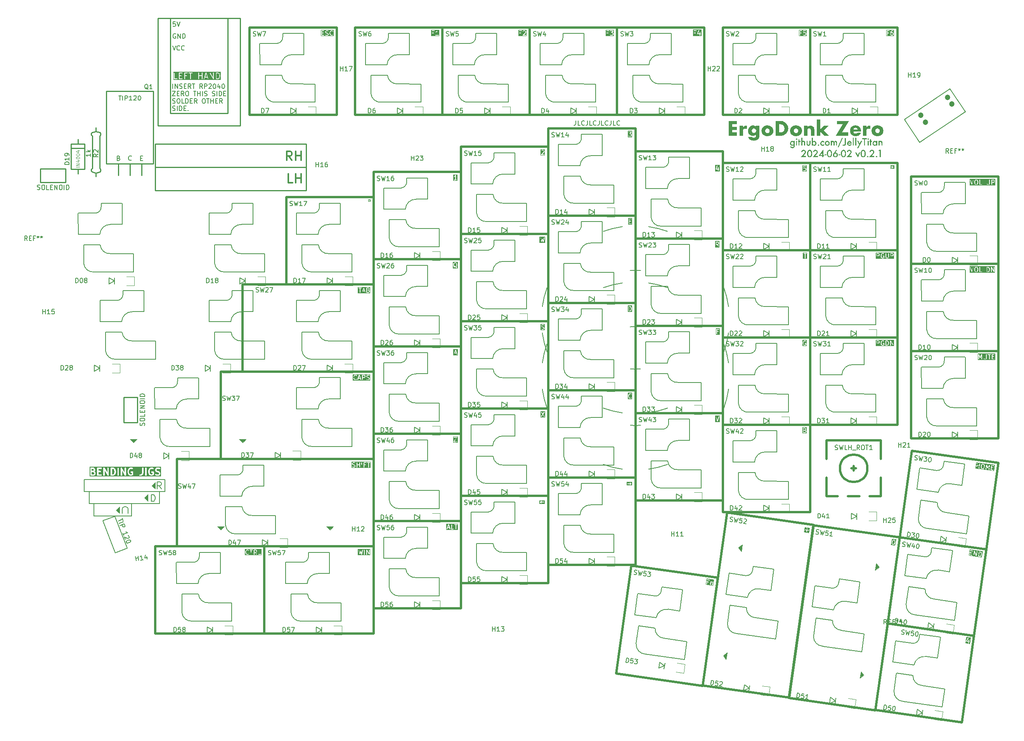
<source format=gto>
%TF.GenerationSoftware,KiCad,Pcbnew,8.0.2*%
%TF.CreationDate,2024-06-02T17:13:22-07:00*%
%TF.ProjectId,ergodonk_simple_zero,6572676f-646f-46e6-9b5f-73696d706c65,0.2.1*%
%TF.SameCoordinates,Original*%
%TF.FileFunction,Legend,Top*%
%TF.FilePolarity,Positive*%
%FSLAX46Y46*%
G04 Gerber Fmt 4.6, Leading zero omitted, Abs format (unit mm)*
G04 Created by KiCad (PCBNEW 8.0.2) date 2024-06-02 17:13:22*
%MOMM*%
%LPD*%
G01*
G04 APERTURE LIST*
%ADD10C,0.250000*%
%ADD11C,0.300000*%
%ADD12C,0.600000*%
%ADD13C,0.150000*%
%ADD14C,0.200000*%
%ADD15C,0.120000*%
%ADD16C,0.100000*%
%ADD17C,0.500000*%
%ADD18C,1.200000*%
G04 APERTURE END LIST*
D10*
X65580000Y-54778000D02*
X98590000Y-54778000D01*
X98590000Y-59858000D01*
X65580000Y-59858000D01*
X65580000Y-54778000D01*
X65580000Y-49698000D02*
X98590000Y-49698000D01*
X98590000Y-54778000D01*
X65580000Y-54778000D01*
X65580000Y-49698000D01*
D11*
X95431177Y-53319638D02*
X94764510Y-52367257D01*
X94288320Y-53319638D02*
X94288320Y-51319638D01*
X94288320Y-51319638D02*
X95050225Y-51319638D01*
X95050225Y-51319638D02*
X95240701Y-51414876D01*
X95240701Y-51414876D02*
X95335939Y-51510114D01*
X95335939Y-51510114D02*
X95431177Y-51700590D01*
X95431177Y-51700590D02*
X95431177Y-51986304D01*
X95431177Y-51986304D02*
X95335939Y-52176780D01*
X95335939Y-52176780D02*
X95240701Y-52272019D01*
X95240701Y-52272019D02*
X95050225Y-52367257D01*
X95050225Y-52367257D02*
X94288320Y-52367257D01*
X96288320Y-53319638D02*
X96288320Y-51319638D01*
X96288320Y-52272019D02*
X97431177Y-52272019D01*
X97431177Y-53319638D02*
X97431177Y-51319638D01*
X95615939Y-58209638D02*
X94663558Y-58209638D01*
X94663558Y-58209638D02*
X94663558Y-56209638D01*
X96282606Y-58209638D02*
X96282606Y-56209638D01*
X96282606Y-57162019D02*
X97425463Y-57162019D01*
X97425463Y-58209638D02*
X97425463Y-56209638D01*
G36*
X52229492Y-121409795D02*
G01*
X52258927Y-121437956D01*
X52305602Y-121527854D01*
X52307304Y-121671625D01*
X52264371Y-121760867D01*
X52227380Y-121799532D01*
X52137922Y-121845979D01*
X51747802Y-121847851D01*
X51746881Y-121359303D01*
X52066684Y-121357562D01*
X52229492Y-121409795D01*
G37*
G36*
X52148835Y-120686681D02*
G01*
X52187499Y-120723671D01*
X52234337Y-120813882D01*
X52235554Y-120886579D01*
X52192943Y-120975152D01*
X52155953Y-121013816D01*
X52066452Y-121060286D01*
X51746321Y-121062029D01*
X51745535Y-120645025D01*
X52058702Y-120643319D01*
X52148835Y-120686681D01*
G37*
G36*
X56514543Y-120695296D02*
G01*
X56615255Y-120793529D01*
X56668685Y-120896434D01*
X56733903Y-121147782D01*
X56736012Y-121325995D01*
X56675652Y-121576906D01*
X56621769Y-121688910D01*
X56520809Y-121792419D01*
X56366032Y-121845960D01*
X56176373Y-121847375D01*
X56174106Y-120644728D01*
X56352774Y-120643395D01*
X56514543Y-120695296D01*
G37*
G36*
X66914750Y-122312495D02*
G01*
X51281414Y-122312495D01*
X51281414Y-120495828D01*
X51448081Y-120495828D01*
X51450963Y-122025092D01*
X51473361Y-122079164D01*
X51514745Y-122120548D01*
X51568817Y-122142946D01*
X51598081Y-122145828D01*
X52146390Y-122143197D01*
X52150748Y-122144650D01*
X52172989Y-122143069D01*
X52198774Y-122142946D01*
X52203752Y-122140883D01*
X52209128Y-122140502D01*
X52236592Y-122129992D01*
X52379133Y-122055983D01*
X52395702Y-122049121D01*
X52401472Y-122044385D01*
X52404335Y-122042899D01*
X52406931Y-122039905D01*
X52418433Y-122030466D01*
X52490334Y-121955310D01*
X52502295Y-121944938D01*
X52506212Y-121938714D01*
X52508517Y-121936306D01*
X52510033Y-121932644D01*
X52517960Y-121920053D01*
X52577866Y-121795527D01*
X52579944Y-121793450D01*
X52586622Y-121777327D01*
X52599898Y-121749732D01*
X52600279Y-121744356D01*
X52602342Y-121739378D01*
X52605224Y-121710114D01*
X52602949Y-121517880D01*
X52604046Y-121514590D01*
X52602683Y-121495411D01*
X52602342Y-121466564D01*
X52600279Y-121461585D01*
X52599898Y-121456210D01*
X52589388Y-121428747D01*
X52515382Y-121286209D01*
X52508517Y-121269636D01*
X52503779Y-121263863D01*
X52502295Y-121261004D01*
X52499303Y-121258409D01*
X52489862Y-121246905D01*
X52431717Y-121191276D01*
X52430866Y-121189575D01*
X52420933Y-121180960D01*
X52414199Y-121174517D01*
X52418904Y-121169598D01*
X52430866Y-121159225D01*
X52434783Y-121153002D01*
X52437088Y-121150593D01*
X52438604Y-121146930D01*
X52446531Y-121134339D01*
X52506437Y-121009814D01*
X52508516Y-121007736D01*
X52515197Y-120991604D01*
X52528469Y-120964019D01*
X52528850Y-120958644D01*
X52530914Y-120953664D01*
X52533796Y-120924400D01*
X52531761Y-120802873D01*
X52532618Y-120800303D01*
X52531440Y-120783738D01*
X52530914Y-120752278D01*
X52528850Y-120747297D01*
X52528469Y-120741923D01*
X52517960Y-120714459D01*
X52443949Y-120571916D01*
X52437088Y-120555349D01*
X52432351Y-120549577D01*
X52430866Y-120546717D01*
X52427873Y-120544121D01*
X52418433Y-120532619D01*
X52379977Y-120495828D01*
X52948081Y-120495828D01*
X52950963Y-122025092D01*
X52973361Y-122079164D01*
X53014745Y-122120548D01*
X53068817Y-122142946D01*
X53098081Y-122145828D01*
X53841631Y-122142946D01*
X53895703Y-122120548D01*
X53937087Y-122079164D01*
X53959485Y-122025092D01*
X53959485Y-121966564D01*
X53937087Y-121912492D01*
X53895703Y-121871108D01*
X53841631Y-121848710D01*
X53812367Y-121845828D01*
X53247802Y-121848016D01*
X53246881Y-121359303D01*
X53627345Y-121357232D01*
X53681417Y-121334834D01*
X53722801Y-121293450D01*
X53745199Y-121239378D01*
X53745199Y-121180850D01*
X53722801Y-121126778D01*
X53681417Y-121085394D01*
X53627345Y-121062996D01*
X53598081Y-121060114D01*
X53246321Y-121062029D01*
X53245535Y-120645256D01*
X53841631Y-120642946D01*
X53895703Y-120620548D01*
X53937087Y-120579164D01*
X53959485Y-120525092D01*
X53959485Y-120495828D01*
X54305224Y-120495828D01*
X54308106Y-122025092D01*
X54330504Y-122079164D01*
X54371888Y-122120548D01*
X54425960Y-122142946D01*
X54484488Y-122142946D01*
X54538560Y-122120548D01*
X54579944Y-122079164D01*
X54602342Y-122025092D01*
X54605224Y-121995828D01*
X54603452Y-121055711D01*
X55180201Y-122061189D01*
X55187647Y-122079164D01*
X55194365Y-122085882D01*
X55199152Y-122094227D01*
X55214925Y-122106442D01*
X55229031Y-122120548D01*
X55237864Y-122124206D01*
X55245426Y-122130063D01*
X55264674Y-122135312D01*
X55283103Y-122142946D01*
X55292665Y-122142946D01*
X55301890Y-122145462D01*
X55321681Y-122142946D01*
X55341631Y-122142946D01*
X55350464Y-122139286D01*
X55359950Y-122138081D01*
X55377272Y-122128182D01*
X55395703Y-122120548D01*
X55402463Y-122113787D01*
X55410766Y-122109043D01*
X55422979Y-122093271D01*
X55437087Y-122079164D01*
X55440746Y-122070328D01*
X55446601Y-122062769D01*
X55451849Y-122043524D01*
X55459485Y-122025092D01*
X55460958Y-122010127D01*
X55462001Y-122006306D01*
X55461625Y-122003354D01*
X55462367Y-121995828D01*
X55459540Y-120495828D01*
X55876653Y-120495828D01*
X55879535Y-122025092D01*
X55901933Y-122079164D01*
X55943317Y-122120548D01*
X55997389Y-122142946D01*
X56026653Y-122145828D01*
X56381845Y-122143178D01*
X56402556Y-122144651D01*
X56409952Y-122142969D01*
X56413060Y-122142946D01*
X56416717Y-122141430D01*
X56431230Y-122138131D01*
X56623793Y-122071518D01*
X56627345Y-122071518D01*
X56645341Y-122064063D01*
X56672367Y-122054715D01*
X56676438Y-122051183D01*
X56681418Y-122049121D01*
X56704148Y-122030466D01*
X56845168Y-121885885D01*
X56859438Y-121873510D01*
X56863438Y-121867154D01*
X56865660Y-121864877D01*
X56867175Y-121861217D01*
X56875103Y-121848624D01*
X56940245Y-121713216D01*
X56947996Y-121702756D01*
X56955839Y-121680801D01*
X56957041Y-121678304D01*
X56957117Y-121677223D01*
X56957889Y-121675065D01*
X57024757Y-121397096D01*
X57030914Y-121382235D01*
X57032702Y-121364069D01*
X57033619Y-121360262D01*
X57033293Y-121358074D01*
X57033796Y-121352971D01*
X57031354Y-121146613D01*
X57033619Y-121131394D01*
X57030961Y-121113423D01*
X57030914Y-121109421D01*
X57030066Y-121107376D01*
X57029317Y-121102305D01*
X56958059Y-120827684D01*
X56957041Y-120813352D01*
X56948652Y-120791428D01*
X56947996Y-120788900D01*
X56947351Y-120788030D01*
X56946532Y-120785888D01*
X56872523Y-120643348D01*
X56865660Y-120626778D01*
X56860923Y-120621006D01*
X56859438Y-120618146D01*
X56856445Y-120615550D01*
X56847005Y-120604048D01*
X56736054Y-120495828D01*
X57376653Y-120495828D01*
X57379535Y-122025092D01*
X57401933Y-122079164D01*
X57443317Y-122120548D01*
X57497389Y-122142946D01*
X57555917Y-122142946D01*
X57609989Y-122120548D01*
X57651373Y-122079164D01*
X57673771Y-122025092D01*
X57676653Y-121995828D01*
X57673826Y-120495828D01*
X58090939Y-120495828D01*
X58093821Y-122025092D01*
X58116219Y-122079164D01*
X58157603Y-122120548D01*
X58211675Y-122142946D01*
X58270203Y-122142946D01*
X58324275Y-122120548D01*
X58365659Y-122079164D01*
X58388057Y-122025092D01*
X58390939Y-121995828D01*
X58389167Y-121055711D01*
X58965916Y-122061189D01*
X58973362Y-122079164D01*
X58980080Y-122085882D01*
X58984867Y-122094227D01*
X59000640Y-122106442D01*
X59014746Y-122120548D01*
X59023579Y-122124206D01*
X59031141Y-122130063D01*
X59050389Y-122135312D01*
X59068818Y-122142946D01*
X59078380Y-122142946D01*
X59087605Y-122145462D01*
X59107396Y-122142946D01*
X59127346Y-122142946D01*
X59136179Y-122139286D01*
X59145665Y-122138081D01*
X59162987Y-122128182D01*
X59181418Y-122120548D01*
X59188178Y-122113787D01*
X59196481Y-122109043D01*
X59208694Y-122093271D01*
X59222802Y-122079164D01*
X59226461Y-122070328D01*
X59232316Y-122062769D01*
X59237564Y-122043524D01*
X59245200Y-122025092D01*
X59246673Y-122010127D01*
X59247716Y-122006306D01*
X59247340Y-122003354D01*
X59248082Y-121995828D01*
X59246467Y-121138685D01*
X59590940Y-121138685D01*
X59593381Y-121345042D01*
X59591117Y-121360262D01*
X59593774Y-121378232D01*
X59593822Y-121382235D01*
X59594669Y-121384279D01*
X59595419Y-121389351D01*
X59666676Y-121663971D01*
X59667695Y-121678304D01*
X59676083Y-121700224D01*
X59676740Y-121702756D01*
X59677384Y-121703626D01*
X59678204Y-121705767D01*
X59752214Y-121848310D01*
X59759076Y-121864877D01*
X59763811Y-121870647D01*
X59765298Y-121873510D01*
X59768291Y-121876106D01*
X59777731Y-121887608D01*
X59906648Y-122013353D01*
X59908155Y-122016367D01*
X59922440Y-122028757D01*
X59943318Y-122049121D01*
X59948297Y-122051183D01*
X59952369Y-122054715D01*
X59979220Y-122066703D01*
X60193849Y-122135561D01*
X60211676Y-122142946D01*
X60219164Y-122143683D01*
X60222180Y-122144651D01*
X60226134Y-122144369D01*
X60240940Y-122145828D01*
X60385147Y-122143413D01*
X60402557Y-122144651D01*
X60409816Y-122143000D01*
X60413061Y-122142946D01*
X60416718Y-122141430D01*
X60431231Y-122138131D01*
X60623794Y-122071518D01*
X60627347Y-122071518D01*
X60645341Y-122064064D01*
X60672368Y-122054715D01*
X60676441Y-122051181D01*
X60681419Y-122049120D01*
X60704150Y-122030465D01*
X60765284Y-121966564D01*
X62165250Y-121966564D01*
X62165250Y-122025092D01*
X62187648Y-122079164D01*
X62229032Y-122120548D01*
X62283104Y-122142946D01*
X62312368Y-122145828D01*
X62456575Y-122143413D01*
X62473985Y-122144651D01*
X62481244Y-122143000D01*
X62484489Y-122142946D01*
X62488146Y-122141430D01*
X62502659Y-122138131D01*
X62695222Y-122071518D01*
X62698774Y-122071518D01*
X62716770Y-122064063D01*
X62743796Y-122054715D01*
X62747867Y-122051183D01*
X62752847Y-122049121D01*
X62775577Y-122030466D01*
X62901319Y-121901549D01*
X62904334Y-121900042D01*
X62916726Y-121885753D01*
X62937089Y-121864877D01*
X62939151Y-121859897D01*
X62942682Y-121855827D01*
X62954670Y-121828977D01*
X63023527Y-121614356D01*
X63030915Y-121596521D01*
X63031652Y-121589029D01*
X63032619Y-121586018D01*
X63032338Y-121582068D01*
X63033797Y-121567257D01*
X63030992Y-120495828D01*
X63448082Y-120495828D01*
X63450964Y-122025092D01*
X63473362Y-122079164D01*
X63514746Y-122120548D01*
X63568818Y-122142946D01*
X63627346Y-122142946D01*
X63681418Y-122120548D01*
X63722802Y-122079164D01*
X63745200Y-122025092D01*
X63748082Y-121995828D01*
X63746467Y-121138685D01*
X64090940Y-121138685D01*
X64093381Y-121345042D01*
X64091117Y-121360262D01*
X64093774Y-121378232D01*
X64093822Y-121382235D01*
X64094669Y-121384279D01*
X64095419Y-121389351D01*
X64166676Y-121663971D01*
X64167695Y-121678304D01*
X64176083Y-121700224D01*
X64176740Y-121702756D01*
X64177384Y-121703626D01*
X64178204Y-121705767D01*
X64252214Y-121848310D01*
X64259076Y-121864877D01*
X64263811Y-121870647D01*
X64265298Y-121873510D01*
X64268291Y-121876106D01*
X64277731Y-121887608D01*
X64406648Y-122013353D01*
X64408155Y-122016367D01*
X64422440Y-122028757D01*
X64443318Y-122049121D01*
X64448297Y-122051183D01*
X64452369Y-122054715D01*
X64479220Y-122066703D01*
X64693849Y-122135561D01*
X64711676Y-122142946D01*
X64719164Y-122143683D01*
X64722180Y-122144651D01*
X64726134Y-122144369D01*
X64740940Y-122145828D01*
X64885147Y-122143413D01*
X64902557Y-122144651D01*
X64909816Y-122143000D01*
X64913061Y-122142946D01*
X64916718Y-122141430D01*
X64931231Y-122138131D01*
X65123794Y-122071518D01*
X65127347Y-122071518D01*
X65145341Y-122064064D01*
X65172368Y-122054715D01*
X65176441Y-122051181D01*
X65181419Y-122049120D01*
X65204150Y-122030465D01*
X65294232Y-121936306D01*
X65311284Y-121895138D01*
X65316629Y-121882235D01*
X65319511Y-121852971D01*
X65316629Y-121323707D01*
X65294231Y-121269635D01*
X65252847Y-121228251D01*
X65198775Y-121205853D01*
X65169511Y-121202971D01*
X64854533Y-121205853D01*
X64800461Y-121228251D01*
X64759077Y-121269635D01*
X64736679Y-121323707D01*
X64736679Y-121382235D01*
X64759077Y-121436307D01*
X64800461Y-121477691D01*
X64854533Y-121500089D01*
X64883797Y-121502971D01*
X65020320Y-121501721D01*
X65021892Y-121790338D01*
X65019452Y-121792888D01*
X64865532Y-121846133D01*
X64770305Y-121847728D01*
X64610190Y-121796359D01*
X64509481Y-121698127D01*
X64456050Y-121595220D01*
X64390832Y-121343873D01*
X64388723Y-121165660D01*
X64449083Y-120914749D01*
X64502966Y-120802746D01*
X64523648Y-120781542D01*
X65590940Y-120781542D01*
X65592974Y-120903067D01*
X65592118Y-120905638D01*
X65593295Y-120922207D01*
X65593822Y-120953664D01*
X65595884Y-120958642D01*
X65596266Y-120964018D01*
X65606776Y-120991482D01*
X65680785Y-121134025D01*
X65687648Y-121150593D01*
X65692382Y-121156361D01*
X65693869Y-121159225D01*
X65696863Y-121161821D01*
X65706303Y-121173324D01*
X65781452Y-121245219D01*
X65791829Y-121257184D01*
X65798054Y-121261102D01*
X65800462Y-121263406D01*
X65804121Y-121264921D01*
X65816715Y-121272849D01*
X65952122Y-121337991D01*
X65962583Y-121345742D01*
X65984537Y-121353585D01*
X65987035Y-121354787D01*
X65988115Y-121354863D01*
X65990274Y-121355635D01*
X66250588Y-121418257D01*
X66363123Y-121472395D01*
X66401785Y-121509384D01*
X66448624Y-121599597D01*
X66449841Y-121672293D01*
X66407230Y-121760867D01*
X66370241Y-121799530D01*
X66280614Y-121846064D01*
X65986250Y-121848260D01*
X65759700Y-121775577D01*
X65701320Y-121779727D01*
X65648973Y-121805901D01*
X65610625Y-121850115D01*
X65592117Y-121905640D01*
X65596267Y-121964020D01*
X65622441Y-122016367D01*
X65666655Y-122054715D01*
X65693506Y-122066703D01*
X65908135Y-122135561D01*
X65925962Y-122142946D01*
X65933450Y-122143683D01*
X65936466Y-122144651D01*
X65940420Y-122144369D01*
X65955226Y-122145828D01*
X66289657Y-122143333D01*
X66293606Y-122144650D01*
X66314768Y-122143146D01*
X66341632Y-122142946D01*
X66346610Y-122140883D01*
X66351986Y-122140502D01*
X66379449Y-122129992D01*
X66521989Y-122055984D01*
X66538562Y-122049120D01*
X66544332Y-122044384D01*
X66547193Y-122042899D01*
X66549787Y-122039907D01*
X66561293Y-122030465D01*
X66633188Y-121955315D01*
X66645153Y-121944939D01*
X66649071Y-121938713D01*
X66651375Y-121936306D01*
X66652890Y-121932646D01*
X66660818Y-121920053D01*
X66720724Y-121795528D01*
X66722803Y-121793450D01*
X66729484Y-121777318D01*
X66742756Y-121749733D01*
X66743137Y-121744358D01*
X66745201Y-121739378D01*
X66748083Y-121710114D01*
X66746048Y-121588588D01*
X66746905Y-121586018D01*
X66745727Y-121569453D01*
X66745201Y-121537993D01*
X66743137Y-121533012D01*
X66742756Y-121527638D01*
X66732247Y-121500174D01*
X66658236Y-121357630D01*
X66651375Y-121341065D01*
X66646639Y-121335294D01*
X66645153Y-121332432D01*
X66642159Y-121329835D01*
X66632721Y-121318335D01*
X66557571Y-121246437D01*
X66547194Y-121234472D01*
X66540968Y-121230553D01*
X66538562Y-121228251D01*
X66534903Y-121226735D01*
X66522308Y-121218807D01*
X66386896Y-121153662D01*
X66376439Y-121145914D01*
X66354492Y-121138073D01*
X66351987Y-121136868D01*
X66350903Y-121136791D01*
X66348748Y-121136021D01*
X66088432Y-121073398D01*
X65975900Y-121019261D01*
X65937235Y-120982270D01*
X65890398Y-120892061D01*
X65889181Y-120819362D01*
X65931792Y-120730788D01*
X65968781Y-120692125D01*
X66058407Y-120645591D01*
X66352775Y-120643395D01*
X66579322Y-120716079D01*
X66637702Y-120711930D01*
X66690049Y-120685756D01*
X66728397Y-120641542D01*
X66746905Y-120586018D01*
X66742756Y-120527638D01*
X66716582Y-120475290D01*
X66672368Y-120436943D01*
X66645517Y-120424954D01*
X66430895Y-120356097D01*
X66413061Y-120348710D01*
X66405569Y-120347972D01*
X66402558Y-120347006D01*
X66398608Y-120347286D01*
X66383797Y-120345828D01*
X66049364Y-120348322D01*
X66045415Y-120347006D01*
X66024257Y-120348509D01*
X65997390Y-120348710D01*
X65992409Y-120350773D01*
X65987035Y-120351155D01*
X65959571Y-120361664D01*
X65817027Y-120435674D01*
X65800462Y-120442536D01*
X65794691Y-120447271D01*
X65791829Y-120448758D01*
X65789232Y-120451751D01*
X65777732Y-120461190D01*
X65705834Y-120536339D01*
X65693869Y-120546717D01*
X65689950Y-120552942D01*
X65687648Y-120555349D01*
X65686132Y-120559007D01*
X65678204Y-120571603D01*
X65618297Y-120696128D01*
X65616220Y-120698206D01*
X65609541Y-120714328D01*
X65596266Y-120741924D01*
X65595884Y-120747299D01*
X65593822Y-120752278D01*
X65590940Y-120781542D01*
X64523648Y-120781542D01*
X64603929Y-120699236D01*
X64758933Y-120645615D01*
X64916737Y-120643747D01*
X65058464Y-120711930D01*
X65116844Y-120716079D01*
X65172366Y-120697572D01*
X65216582Y-120659225D01*
X65242756Y-120606876D01*
X65246905Y-120548496D01*
X65228397Y-120492973D01*
X65190051Y-120448758D01*
X65165165Y-120433093D01*
X65040640Y-120373186D01*
X65038562Y-120371108D01*
X65022430Y-120364426D01*
X64994845Y-120351155D01*
X64989470Y-120350773D01*
X64984490Y-120348710D01*
X64955226Y-120345828D01*
X64741234Y-120348360D01*
X64722179Y-120347006D01*
X64714850Y-120348672D01*
X64711676Y-120348710D01*
X64708014Y-120350226D01*
X64693505Y-120353526D01*
X64500945Y-120420139D01*
X64497391Y-120420139D01*
X64479382Y-120427598D01*
X64452369Y-120436943D01*
X64448299Y-120440472D01*
X64443318Y-120442536D01*
X64420588Y-120461191D01*
X64279566Y-120605771D01*
X64265298Y-120618146D01*
X64261297Y-120624501D01*
X64259076Y-120626779D01*
X64257560Y-120630438D01*
X64249633Y-120643032D01*
X64184490Y-120778439D01*
X64176740Y-120788900D01*
X64168896Y-120810854D01*
X64167695Y-120813352D01*
X64167618Y-120814432D01*
X64166847Y-120816591D01*
X64099978Y-121094559D01*
X64093822Y-121109421D01*
X64092033Y-121127586D01*
X64091117Y-121131394D01*
X64091442Y-121133581D01*
X64090940Y-121138685D01*
X63746467Y-121138685D01*
X63745200Y-120466564D01*
X63722802Y-120412492D01*
X63681418Y-120371108D01*
X63627346Y-120348710D01*
X63568818Y-120348710D01*
X63514746Y-120371108D01*
X63473362Y-120412492D01*
X63450964Y-120466564D01*
X63448082Y-120495828D01*
X63030992Y-120495828D01*
X63030915Y-120466564D01*
X63008517Y-120412492D01*
X62967133Y-120371108D01*
X62913061Y-120348710D01*
X62854533Y-120348710D01*
X62800461Y-120371108D01*
X62759077Y-120412492D01*
X62736679Y-120466564D01*
X62733797Y-120495828D01*
X62736518Y-121535333D01*
X62684328Y-121698004D01*
X62592238Y-121792419D01*
X62436960Y-121846133D01*
X62283104Y-121848710D01*
X62229032Y-121871108D01*
X62187648Y-121912492D01*
X62165250Y-121966564D01*
X60765284Y-121966564D01*
X60794232Y-121936306D01*
X60811284Y-121895138D01*
X60816629Y-121882235D01*
X60819511Y-121852971D01*
X60816629Y-121323707D01*
X60794231Y-121269635D01*
X60752847Y-121228251D01*
X60698775Y-121205853D01*
X60669511Y-121202971D01*
X60354533Y-121205853D01*
X60300461Y-121228251D01*
X60259077Y-121269635D01*
X60236679Y-121323707D01*
X60236679Y-121382235D01*
X60259077Y-121436307D01*
X60300461Y-121477691D01*
X60354533Y-121500089D01*
X60383797Y-121502971D01*
X60520320Y-121501721D01*
X60521892Y-121790338D01*
X60519452Y-121792888D01*
X60365532Y-121846133D01*
X60270305Y-121847728D01*
X60110190Y-121796359D01*
X60009481Y-121698127D01*
X59956050Y-121595220D01*
X59890832Y-121343873D01*
X59888723Y-121165660D01*
X59949083Y-120914749D01*
X60002966Y-120802746D01*
X60103929Y-120699236D01*
X60258933Y-120645615D01*
X60416737Y-120643747D01*
X60558464Y-120711930D01*
X60616844Y-120716079D01*
X60672366Y-120697572D01*
X60716582Y-120659225D01*
X60742756Y-120606876D01*
X60746905Y-120548496D01*
X60728397Y-120492973D01*
X60690051Y-120448758D01*
X60665165Y-120433093D01*
X60540640Y-120373186D01*
X60538562Y-120371108D01*
X60522430Y-120364426D01*
X60494845Y-120351155D01*
X60489470Y-120350773D01*
X60484490Y-120348710D01*
X60455226Y-120345828D01*
X60241234Y-120348360D01*
X60222179Y-120347006D01*
X60214850Y-120348672D01*
X60211676Y-120348710D01*
X60208014Y-120350226D01*
X60193505Y-120353526D01*
X60000945Y-120420139D01*
X59997391Y-120420139D01*
X59979382Y-120427598D01*
X59952369Y-120436943D01*
X59948299Y-120440472D01*
X59943318Y-120442536D01*
X59920588Y-120461191D01*
X59779566Y-120605771D01*
X59765298Y-120618146D01*
X59761297Y-120624501D01*
X59759076Y-120626779D01*
X59757560Y-120630438D01*
X59749633Y-120643032D01*
X59684490Y-120778439D01*
X59676740Y-120788900D01*
X59668896Y-120810854D01*
X59667695Y-120813352D01*
X59667618Y-120814432D01*
X59666847Y-120816591D01*
X59599978Y-121094559D01*
X59593822Y-121109421D01*
X59592033Y-121127586D01*
X59591117Y-121131394D01*
X59591442Y-121133581D01*
X59590940Y-121138685D01*
X59246467Y-121138685D01*
X59245200Y-120466564D01*
X59222802Y-120412492D01*
X59181418Y-120371108D01*
X59127346Y-120348710D01*
X59068818Y-120348710D01*
X59014746Y-120371108D01*
X58973362Y-120412492D01*
X58950964Y-120466564D01*
X58948082Y-120495828D01*
X58949853Y-121435943D01*
X58373104Y-120430466D01*
X58365659Y-120412492D01*
X58358940Y-120405773D01*
X58354154Y-120397429D01*
X58338382Y-120385215D01*
X58324275Y-120371108D01*
X58315439Y-120367448D01*
X58307880Y-120361594D01*
X58288635Y-120356345D01*
X58270203Y-120348710D01*
X58260641Y-120348710D01*
X58251416Y-120346194D01*
X58231625Y-120348710D01*
X58211675Y-120348710D01*
X58202841Y-120352369D01*
X58193356Y-120353575D01*
X58176033Y-120363473D01*
X58157603Y-120371108D01*
X58150842Y-120377868D01*
X58142540Y-120382613D01*
X58130326Y-120398384D01*
X58116219Y-120412492D01*
X58112559Y-120421327D01*
X58106705Y-120428887D01*
X58101456Y-120448131D01*
X58093821Y-120466564D01*
X58092347Y-120481530D01*
X58091305Y-120485351D01*
X58091680Y-120488302D01*
X58090939Y-120495828D01*
X57673826Y-120495828D01*
X57673771Y-120466564D01*
X57651373Y-120412492D01*
X57609989Y-120371108D01*
X57555917Y-120348710D01*
X57497389Y-120348710D01*
X57443317Y-120371108D01*
X57401933Y-120412492D01*
X57379535Y-120466564D01*
X57376653Y-120495828D01*
X56736054Y-120495828D01*
X56718088Y-120478304D01*
X56716581Y-120475290D01*
X56702291Y-120462896D01*
X56681417Y-120442536D01*
X56676437Y-120440473D01*
X56672367Y-120436943D01*
X56645516Y-120424954D01*
X56430894Y-120356097D01*
X56413060Y-120348710D01*
X56405568Y-120347972D01*
X56402557Y-120347006D01*
X56398607Y-120347286D01*
X56383796Y-120345828D01*
X55997389Y-120348710D01*
X55943317Y-120371108D01*
X55901933Y-120412492D01*
X55879535Y-120466564D01*
X55876653Y-120495828D01*
X55459540Y-120495828D01*
X55459485Y-120466564D01*
X55437087Y-120412492D01*
X55395703Y-120371108D01*
X55341631Y-120348710D01*
X55283103Y-120348710D01*
X55229031Y-120371108D01*
X55187647Y-120412492D01*
X55165249Y-120466564D01*
X55162367Y-120495828D01*
X55164138Y-121435943D01*
X54587389Y-120430466D01*
X54579944Y-120412492D01*
X54573225Y-120405773D01*
X54568439Y-120397429D01*
X54552667Y-120385215D01*
X54538560Y-120371108D01*
X54529724Y-120367448D01*
X54522165Y-120361594D01*
X54502920Y-120356345D01*
X54484488Y-120348710D01*
X54474926Y-120348710D01*
X54465701Y-120346194D01*
X54445910Y-120348710D01*
X54425960Y-120348710D01*
X54417126Y-120352369D01*
X54407641Y-120353575D01*
X54390318Y-120363473D01*
X54371888Y-120371108D01*
X54365127Y-120377868D01*
X54356825Y-120382613D01*
X54344611Y-120398384D01*
X54330504Y-120412492D01*
X54326844Y-120421327D01*
X54320990Y-120428887D01*
X54315741Y-120448131D01*
X54308106Y-120466564D01*
X54306632Y-120481530D01*
X54305590Y-120485351D01*
X54305965Y-120488302D01*
X54305224Y-120495828D01*
X53959485Y-120495828D01*
X53959485Y-120466564D01*
X53937087Y-120412492D01*
X53895703Y-120371108D01*
X53841631Y-120348710D01*
X53812367Y-120345828D01*
X53068817Y-120348710D01*
X53014745Y-120371108D01*
X52973361Y-120412492D01*
X52950963Y-120466564D01*
X52948081Y-120495828D01*
X52379977Y-120495828D01*
X52343283Y-120460722D01*
X52332907Y-120448758D01*
X52326681Y-120444839D01*
X52324274Y-120442536D01*
X52320614Y-120441020D01*
X52308021Y-120433093D01*
X52183493Y-120373184D01*
X52181417Y-120371108D01*
X52165299Y-120364431D01*
X52137700Y-120351154D01*
X52132322Y-120350771D01*
X52127345Y-120348710D01*
X52098081Y-120345828D01*
X51568817Y-120348710D01*
X51514745Y-120371108D01*
X51473361Y-120412492D01*
X51450963Y-120466564D01*
X51448081Y-120495828D01*
X51281414Y-120495828D01*
X51281414Y-120179161D01*
X66914750Y-120179161D01*
X66914750Y-122312495D01*
G37*
D12*
G36*
X192553705Y-45447584D02*
G01*
X191550600Y-45447584D01*
X191550600Y-45963425D01*
X192506810Y-45963425D01*
X192506810Y-46666845D01*
X191550600Y-46666845D01*
X191550600Y-47229580D01*
X192553705Y-47229580D01*
X192553705Y-47933000D01*
X190748262Y-47933000D01*
X190748262Y-44744165D01*
X192553705Y-44744165D01*
X192553705Y-45447584D01*
G37*
G36*
X193092993Y-45775847D02*
G01*
X193843307Y-45775847D01*
X193843307Y-46126824D01*
X193934518Y-46001720D01*
X194038889Y-45898436D01*
X194145191Y-45823474D01*
X194287627Y-45758731D01*
X194432857Y-45725633D01*
X194562114Y-45717228D01*
X194628060Y-45717228D01*
X194710858Y-45728219D01*
X194710858Y-46461681D01*
X194571951Y-46409588D01*
X194423228Y-46386668D01*
X194378932Y-46385477D01*
X194224801Y-46400933D01*
X194085341Y-46453638D01*
X193977397Y-46543746D01*
X193901055Y-46669700D01*
X193859152Y-46813956D01*
X193843831Y-46968013D01*
X193843307Y-47005365D01*
X193843307Y-47933000D01*
X193092993Y-47933000D01*
X193092993Y-45775847D01*
G37*
G36*
X196228620Y-45696363D02*
G01*
X196378391Y-45739279D01*
X196516451Y-45810806D01*
X196642800Y-45910943D01*
X196709741Y-45981011D01*
X196709741Y-45743607D01*
X197460055Y-45743607D01*
X197460055Y-47769601D01*
X197455988Y-47921811D01*
X197442604Y-48068396D01*
X197438806Y-48095665D01*
X197409800Y-48247392D01*
X197380188Y-48350655D01*
X197316074Y-48485660D01*
X197223384Y-48610773D01*
X197113958Y-48717033D01*
X196994105Y-48803427D01*
X196966196Y-48820334D01*
X196827049Y-48891119D01*
X196684028Y-48943537D01*
X196625478Y-48960285D01*
X196478165Y-48991540D01*
X196321991Y-49008370D01*
X196212951Y-49011576D01*
X196060338Y-49005422D01*
X195901719Y-48984438D01*
X195752798Y-48948561D01*
X195603493Y-48894500D01*
X195468820Y-48826837D01*
X195387166Y-48774172D01*
X195269075Y-48677392D01*
X195169606Y-48568035D01*
X195129979Y-48513321D01*
X195054905Y-48377339D01*
X195005357Y-48230980D01*
X194995889Y-48187256D01*
X195864173Y-48187256D01*
X195951447Y-48318083D01*
X196094570Y-48388528D01*
X196221011Y-48401946D01*
X196369901Y-48386015D01*
X196512821Y-48326108D01*
X196582979Y-48267124D01*
X196665053Y-48140762D01*
X196703676Y-47993209D01*
X196709741Y-47893432D01*
X196709741Y-47687535D01*
X196596996Y-47784539D01*
X196547808Y-47820159D01*
X196420145Y-47892605D01*
X196390272Y-47905889D01*
X196249951Y-47948489D01*
X196222477Y-47953516D01*
X196074357Y-47968167D01*
X196029036Y-47968903D01*
X195874353Y-47959379D01*
X195728675Y-47930807D01*
X195604054Y-47888303D01*
X195466839Y-47818442D01*
X195344256Y-47730858D01*
X195270662Y-47662623D01*
X195174011Y-47545775D01*
X195095082Y-47412854D01*
X195052309Y-47315309D01*
X195008089Y-47170993D01*
X194982225Y-47016113D01*
X194974640Y-46866147D01*
X194976120Y-46838303D01*
X195776978Y-46838303D01*
X195797998Y-46987917D01*
X195814347Y-47033942D01*
X195889534Y-47160899D01*
X195916196Y-47191478D01*
X196036716Y-47281673D01*
X196069337Y-47296991D01*
X196211669Y-47332025D01*
X196262777Y-47334360D01*
X196411773Y-47311552D01*
X196451088Y-47296991D01*
X196579422Y-47215727D01*
X196604228Y-47191478D01*
X196689773Y-47072285D01*
X196708276Y-47033942D01*
X196745370Y-46892159D01*
X196747843Y-46841967D01*
X196725587Y-46694276D01*
X196708276Y-46649259D01*
X196629905Y-46523697D01*
X196602030Y-46493188D01*
X196479390Y-46403477D01*
X196446692Y-46388408D01*
X196304135Y-46352129D01*
X196262777Y-46350306D01*
X196113977Y-46374903D01*
X196075198Y-46390606D01*
X195947758Y-46471833D01*
X195922058Y-46495386D01*
X195832310Y-46616836D01*
X195816545Y-46649259D01*
X195778871Y-46794696D01*
X195776978Y-46838303D01*
X194976120Y-46838303D01*
X194982797Y-46712646D01*
X195007269Y-46566300D01*
X195053032Y-46413585D01*
X195058171Y-46400131D01*
X195123289Y-46258695D01*
X195202779Y-46130593D01*
X195287515Y-46025707D01*
X195393665Y-45923942D01*
X195512629Y-45838280D01*
X195631898Y-45774381D01*
X195773247Y-45721818D01*
X195923255Y-45691073D01*
X196067138Y-45682057D01*
X196228620Y-45696363D01*
G37*
G36*
X199344456Y-45688955D02*
G01*
X199490927Y-45709646D01*
X199646059Y-45748816D01*
X199705868Y-45769252D01*
X199847634Y-45830089D01*
X199977092Y-45904521D01*
X200105281Y-46002099D01*
X200116196Y-46011785D01*
X200226911Y-46125594D01*
X200319271Y-46253428D01*
X200387306Y-46381813D01*
X200438311Y-46520431D01*
X200470425Y-46667921D01*
X200483648Y-46824284D01*
X200484026Y-46856621D01*
X200474366Y-47014373D01*
X200445386Y-47163394D01*
X200397086Y-47303686D01*
X200385108Y-47330697D01*
X200308443Y-47471369D01*
X200214462Y-47598188D01*
X200113998Y-47701457D01*
X199987895Y-47799941D01*
X199858981Y-47875045D01*
X199716471Y-47936411D01*
X199701472Y-47941792D01*
X199546869Y-47986615D01*
X199400997Y-48012761D01*
X199248749Y-48025461D01*
X199179036Y-48026789D01*
X199026544Y-48020065D01*
X198880659Y-47999895D01*
X198726313Y-47961713D01*
X198666859Y-47941792D01*
X198526610Y-47881585D01*
X198398955Y-47807211D01*
X198273081Y-47709034D01*
X198262393Y-47699259D01*
X198154181Y-47583349D01*
X198063286Y-47453240D01*
X197995680Y-47322637D01*
X197945062Y-47180914D01*
X197913191Y-47029602D01*
X197900067Y-46868703D01*
X197899832Y-46847829D01*
X198702030Y-46847829D01*
X198722471Y-46998466D01*
X198741598Y-47052260D01*
X198818627Y-47182205D01*
X198845645Y-47213460D01*
X198962746Y-47302296D01*
X199000983Y-47320438D01*
X199148066Y-47356717D01*
X199191493Y-47358540D01*
X199336573Y-47337108D01*
X199382002Y-47320438D01*
X199507171Y-47242121D01*
X199536608Y-47213460D01*
X199622850Y-47091529D01*
X199641388Y-47052260D01*
X199679170Y-46904844D01*
X199681688Y-46852225D01*
X199659019Y-46704122D01*
X199641388Y-46657319D01*
X199563911Y-46527374D01*
X199536608Y-46496119D01*
X199414898Y-46404511D01*
X199382002Y-46389140D01*
X199235170Y-46352164D01*
X199191493Y-46350306D01*
X199040904Y-46374009D01*
X199000983Y-46389140D01*
X198875368Y-46467458D01*
X198845645Y-46496119D01*
X198760100Y-46616708D01*
X198741598Y-46655121D01*
X198704503Y-46797316D01*
X198702030Y-46847829D01*
X197899832Y-46847829D01*
X197899692Y-46835372D01*
X197909066Y-46686551D01*
X197941031Y-46530286D01*
X197995680Y-46381813D01*
X198071006Y-46243730D01*
X198163996Y-46118635D01*
X198263859Y-46016182D01*
X198389859Y-45916848D01*
X198517629Y-45840370D01*
X198657992Y-45777057D01*
X198672721Y-45771450D01*
X198825392Y-45724310D01*
X198970137Y-45696811D01*
X199121838Y-45683454D01*
X199191493Y-45682057D01*
X199344456Y-45688955D01*
G37*
G36*
X202352163Y-44752408D02*
G01*
X202505807Y-44777138D01*
X202654414Y-44818354D01*
X202797983Y-44876056D01*
X202934911Y-44947039D01*
X203062864Y-45028830D01*
X203181841Y-45121428D01*
X203291842Y-45224835D01*
X203392088Y-45337858D01*
X203481069Y-45460041D01*
X203558784Y-45591382D01*
X203625233Y-45731883D01*
X203678448Y-45878612D01*
X203716458Y-46028638D01*
X203739264Y-46181961D01*
X203746866Y-46338582D01*
X203739402Y-46493600D01*
X203717008Y-46645779D01*
X203679684Y-46795118D01*
X203627431Y-46941618D01*
X203561944Y-47081981D01*
X203484916Y-47213643D01*
X203396347Y-47336604D01*
X203296238Y-47450864D01*
X203186237Y-47555232D01*
X203067260Y-47648518D01*
X202939308Y-47730721D01*
X202802379Y-47801841D01*
X202658535Y-47859223D01*
X202509105Y-47900210D01*
X202354087Y-47924802D01*
X202193482Y-47933000D01*
X200980083Y-47933000D01*
X200980083Y-47229580D01*
X201782421Y-47229580D01*
X201976594Y-47229580D01*
X202134760Y-47220100D01*
X202279532Y-47191661D01*
X202368604Y-47162169D01*
X202508893Y-47093507D01*
X202628425Y-47005491D01*
X202658764Y-46976789D01*
X202757650Y-46855846D01*
X202827575Y-46725534D01*
X202839748Y-46695421D01*
X202882825Y-46547058D01*
X202901224Y-46398492D01*
X202902763Y-46338582D01*
X202892121Y-46188500D01*
X202856859Y-46036070D01*
X202838283Y-45983942D01*
X202771484Y-45848662D01*
X202676881Y-45723640D01*
X202655101Y-45701108D01*
X202540998Y-45607562D01*
X202406419Y-45533371D01*
X202364207Y-45515728D01*
X202217167Y-45471608D01*
X202068773Y-45450845D01*
X201976594Y-45447584D01*
X201782421Y-45447584D01*
X201782421Y-47229580D01*
X200980083Y-47229580D01*
X200980083Y-44744165D01*
X202193482Y-44744165D01*
X202352163Y-44752408D01*
G37*
G36*
X205584372Y-45688955D02*
G01*
X205730843Y-45709646D01*
X205885976Y-45748816D01*
X205945785Y-45769252D01*
X206087550Y-45830089D01*
X206217009Y-45904521D01*
X206345197Y-46002099D01*
X206356113Y-46011785D01*
X206466828Y-46125594D01*
X206559187Y-46253428D01*
X206627222Y-46381813D01*
X206678227Y-46520431D01*
X206710341Y-46667921D01*
X206723564Y-46824284D01*
X206723942Y-46856621D01*
X206714282Y-47014373D01*
X206685302Y-47163394D01*
X206637002Y-47303686D01*
X206625024Y-47330697D01*
X206548359Y-47471369D01*
X206454378Y-47598188D01*
X206353914Y-47701457D01*
X206227811Y-47799941D01*
X206098897Y-47875045D01*
X205956387Y-47936411D01*
X205941388Y-47941792D01*
X205786785Y-47986615D01*
X205640913Y-48012761D01*
X205488665Y-48025461D01*
X205418953Y-48026789D01*
X205266460Y-48020065D01*
X205120575Y-47999895D01*
X204966230Y-47961713D01*
X204906775Y-47941792D01*
X204766527Y-47881585D01*
X204638872Y-47807211D01*
X204512997Y-47709034D01*
X204502309Y-47699259D01*
X204394097Y-47583349D01*
X204303202Y-47453240D01*
X204235596Y-47322637D01*
X204184978Y-47180914D01*
X204153107Y-47029602D01*
X204139984Y-46868703D01*
X204139749Y-46847829D01*
X204941946Y-46847829D01*
X204962387Y-46998466D01*
X204981514Y-47052260D01*
X205058543Y-47182205D01*
X205085561Y-47213460D01*
X205202662Y-47302296D01*
X205240900Y-47320438D01*
X205387982Y-47356717D01*
X205431409Y-47358540D01*
X205576489Y-47337108D01*
X205621919Y-47320438D01*
X205747087Y-47242121D01*
X205776524Y-47213460D01*
X205862767Y-47091529D01*
X205881304Y-47052260D01*
X205919086Y-46904844D01*
X205921605Y-46852225D01*
X205898936Y-46704122D01*
X205881304Y-46657319D01*
X205803828Y-46527374D01*
X205776524Y-46496119D01*
X205654814Y-46404511D01*
X205621919Y-46389140D01*
X205475087Y-46352164D01*
X205431409Y-46350306D01*
X205280821Y-46374009D01*
X205240900Y-46389140D01*
X205115284Y-46467458D01*
X205085561Y-46496119D01*
X205000017Y-46616708D01*
X204981514Y-46655121D01*
X204944419Y-46797316D01*
X204941946Y-46847829D01*
X204139749Y-46847829D01*
X204139609Y-46835372D01*
X204148982Y-46686551D01*
X204180947Y-46530286D01*
X204235596Y-46381813D01*
X204310923Y-46243730D01*
X204403912Y-46118635D01*
X204503775Y-46016182D01*
X204629775Y-45916848D01*
X204757545Y-45840370D01*
X204897908Y-45777057D01*
X204912637Y-45771450D01*
X205065308Y-45724310D01*
X205210054Y-45696811D01*
X205361754Y-45683454D01*
X205431409Y-45682057D01*
X205584372Y-45688955D01*
G37*
G36*
X207173105Y-45775847D02*
G01*
X207923419Y-45775847D01*
X207923419Y-46049154D01*
X208029726Y-45933402D01*
X208146883Y-45840700D01*
X208235561Y-45794165D01*
X208384926Y-45749586D01*
X208541957Y-45730544D01*
X208607055Y-45728952D01*
X208754087Y-45737697D01*
X208908206Y-45770580D01*
X208992470Y-45802958D01*
X209124264Y-45878852D01*
X209237545Y-45978309D01*
X209266510Y-46011053D01*
X209347282Y-46134290D01*
X209391074Y-46255051D01*
X209416802Y-46408274D01*
X209424047Y-46561332D01*
X209424047Y-47933000D01*
X208673733Y-47933000D01*
X208673733Y-46844165D01*
X208667115Y-46691611D01*
X208650286Y-46585512D01*
X208589672Y-46450890D01*
X208568953Y-46427242D01*
X208455380Y-46356168D01*
X208321290Y-46334919D01*
X208169922Y-46357078D01*
X208039176Y-46436671D01*
X208026001Y-46450690D01*
X207952370Y-46580960D01*
X207925022Y-46729023D01*
X207923419Y-46781150D01*
X207923419Y-47933000D01*
X207173105Y-47933000D01*
X207173105Y-45775847D01*
G37*
G36*
X210710718Y-44415903D02*
G01*
X210710718Y-46554004D01*
X211508660Y-45775847D01*
X212549867Y-45775847D01*
X211470558Y-46772357D01*
X212612882Y-47933000D01*
X211546762Y-47933000D01*
X210710718Y-47054458D01*
X210710718Y-47933000D01*
X209960404Y-47933000D01*
X209960404Y-44415903D01*
X210710718Y-44415903D01*
G37*
G36*
X215497634Y-47229580D02*
G01*
X216827536Y-47229580D01*
X216827536Y-47933000D01*
X214113510Y-47933000D01*
X215615603Y-45447584D01*
X214365568Y-45447584D01*
X214365568Y-44744165D01*
X216991667Y-44744165D01*
X215497634Y-47229580D01*
G37*
G36*
X218568790Y-45688665D02*
G01*
X218724323Y-45711505D01*
X218869266Y-45750661D01*
X218910683Y-45765588D01*
X219052836Y-45831934D01*
X219179057Y-45916116D01*
X219279979Y-46008122D01*
X219375770Y-46125417D01*
X219454591Y-46259682D01*
X219511521Y-46396468D01*
X219553638Y-46545461D01*
X219580157Y-46705759D01*
X219590686Y-46859695D01*
X219591388Y-46913041D01*
X219591388Y-46995107D01*
X217973524Y-46995107D01*
X217989933Y-47154475D01*
X218050555Y-47298731D01*
X218174535Y-47408641D01*
X218330878Y-47456726D01*
X218440272Y-47464053D01*
X218598009Y-47441282D01*
X218736907Y-47364500D01*
X218818360Y-47271346D01*
X219561346Y-47271346D01*
X219495389Y-47448403D01*
X219408527Y-47601852D01*
X219300758Y-47731694D01*
X219172084Y-47837928D01*
X219022505Y-47920555D01*
X218852019Y-47979574D01*
X218660628Y-48014985D01*
X218503366Y-48026051D01*
X218448332Y-48026789D01*
X218298956Y-48020181D01*
X218141276Y-47997341D01*
X217992326Y-47958186D01*
X217949344Y-47943258D01*
X217814132Y-47884639D01*
X217679946Y-47804291D01*
X217560997Y-47707319D01*
X217458413Y-47595022D01*
X217373319Y-47468699D01*
X217311137Y-47341688D01*
X217261077Y-47189122D01*
X217233599Y-47040057D01*
X217223295Y-46881118D01*
X217223210Y-46864681D01*
X217229817Y-46715647D01*
X217250758Y-46573055D01*
X217994773Y-46573055D01*
X218874047Y-46573055D01*
X218820091Y-46429025D01*
X218723851Y-46307690D01*
X218716510Y-46301213D01*
X218584986Y-46223727D01*
X218438390Y-46197999D01*
X218427815Y-46197898D01*
X218275220Y-46219472D01*
X218144038Y-46290043D01*
X218136922Y-46296084D01*
X218044965Y-46414420D01*
X217996686Y-46561960D01*
X217994773Y-46573055D01*
X217250758Y-46573055D01*
X217252658Y-46560114D01*
X217291813Y-46415171D01*
X217306741Y-46373753D01*
X217373070Y-46230924D01*
X217456197Y-46103680D01*
X217546343Y-46001527D01*
X217660844Y-45904138D01*
X217790756Y-45823546D01*
X217922233Y-45764856D01*
X218065587Y-45721193D01*
X218219961Y-45693701D01*
X218368319Y-45682785D01*
X218419755Y-45682057D01*
X218568790Y-45688665D01*
G37*
G36*
X220033956Y-45775847D02*
G01*
X220784270Y-45775847D01*
X220784270Y-46126824D01*
X220875481Y-46001720D01*
X220979852Y-45898436D01*
X221086154Y-45823474D01*
X221228590Y-45758731D01*
X221373820Y-45725633D01*
X221503077Y-45717228D01*
X221569023Y-45717228D01*
X221651821Y-45728219D01*
X221651821Y-46461681D01*
X221512914Y-46409588D01*
X221364191Y-46386668D01*
X221319895Y-46385477D01*
X221165764Y-46400933D01*
X221026304Y-46453638D01*
X220918360Y-46543746D01*
X220842018Y-46669700D01*
X220800115Y-46813956D01*
X220784794Y-46968013D01*
X220784270Y-47005365D01*
X220784270Y-47933000D01*
X220033956Y-47933000D01*
X220033956Y-45775847D01*
G37*
G36*
X223357435Y-45688955D02*
G01*
X223503907Y-45709646D01*
X223659039Y-45748816D01*
X223718848Y-45769252D01*
X223860614Y-45830089D01*
X223990072Y-45904521D01*
X224118261Y-46002099D01*
X224129176Y-46011785D01*
X224239891Y-46125594D01*
X224332251Y-46253428D01*
X224400286Y-46381813D01*
X224451290Y-46520431D01*
X224483405Y-46667921D01*
X224496628Y-46824284D01*
X224497006Y-46856621D01*
X224487346Y-47014373D01*
X224458366Y-47163394D01*
X224410066Y-47303686D01*
X224398087Y-47330697D01*
X224321423Y-47471369D01*
X224227442Y-47598188D01*
X224126978Y-47701457D01*
X224000875Y-47799941D01*
X223871960Y-47875045D01*
X223729450Y-47936411D01*
X223714452Y-47941792D01*
X223559849Y-47986615D01*
X223413976Y-48012761D01*
X223261728Y-48025461D01*
X223192016Y-48026789D01*
X223039524Y-48020065D01*
X222893638Y-47999895D01*
X222739293Y-47961713D01*
X222679839Y-47941792D01*
X222539590Y-47881585D01*
X222411935Y-47807211D01*
X222286060Y-47709034D01*
X222275373Y-47699259D01*
X222167161Y-47583349D01*
X222076265Y-47453240D01*
X222008660Y-47322637D01*
X221958041Y-47180914D01*
X221926170Y-47029602D01*
X221913047Y-46868703D01*
X221912812Y-46847829D01*
X222715010Y-46847829D01*
X222735451Y-46998466D01*
X222754577Y-47052260D01*
X222831607Y-47182205D01*
X222858625Y-47213460D01*
X222975725Y-47302296D01*
X223013963Y-47320438D01*
X223161046Y-47356717D01*
X223204473Y-47358540D01*
X223349553Y-47337108D01*
X223394982Y-47320438D01*
X223520151Y-47242121D01*
X223549588Y-47213460D01*
X223635830Y-47091529D01*
X223654368Y-47052260D01*
X223692149Y-46904844D01*
X223694668Y-46852225D01*
X223671999Y-46704122D01*
X223654368Y-46657319D01*
X223576891Y-46527374D01*
X223549588Y-46496119D01*
X223427878Y-46404511D01*
X223394982Y-46389140D01*
X223248150Y-46352164D01*
X223204473Y-46350306D01*
X223053884Y-46374009D01*
X223013963Y-46389140D01*
X222888347Y-46467458D01*
X222858625Y-46496119D01*
X222773080Y-46616708D01*
X222754577Y-46655121D01*
X222717483Y-46797316D01*
X222715010Y-46847829D01*
X221912812Y-46847829D01*
X221912672Y-46835372D01*
X221922046Y-46686551D01*
X221954011Y-46530286D01*
X222008660Y-46381813D01*
X222083986Y-46243730D01*
X222176975Y-46118635D01*
X222276838Y-46016182D01*
X222402839Y-45916848D01*
X222530609Y-45840370D01*
X222670972Y-45777057D01*
X222685701Y-45771450D01*
X222838372Y-45724310D01*
X222983117Y-45696811D01*
X223134818Y-45683454D01*
X223204473Y-45682057D01*
X223357435Y-45688955D01*
G37*
D13*
G36*
X204683209Y-49068067D02*
G01*
X204756176Y-49088316D01*
X204823077Y-49122063D01*
X204883912Y-49169309D01*
X204915952Y-49202368D01*
X204915952Y-49089161D01*
X205146395Y-49089161D01*
X205146395Y-50063690D01*
X205144888Y-50137905D01*
X205141632Y-50188254D01*
X205132771Y-50261619D01*
X205128810Y-50282776D01*
X205106601Y-50356753D01*
X205073224Y-50423024D01*
X205033189Y-50476583D01*
X204979088Y-50529498D01*
X204917904Y-50571466D01*
X204849636Y-50602485D01*
X204774284Y-50622556D01*
X204691847Y-50631679D01*
X204662794Y-50632288D01*
X204579126Y-50627116D01*
X204502189Y-50611601D01*
X204431985Y-50585743D01*
X204359994Y-50543525D01*
X204335265Y-50524210D01*
X204282606Y-50471542D01*
X204240677Y-50410669D01*
X204209477Y-50341591D01*
X204189005Y-50264309D01*
X204182124Y-50216464D01*
X204413667Y-50216464D01*
X204433953Y-50289120D01*
X204457264Y-50330404D01*
X204513834Y-50383801D01*
X204585815Y-50415034D01*
X204664626Y-50424193D01*
X204750038Y-50413219D01*
X204817778Y-50380298D01*
X204867847Y-50325429D01*
X204900244Y-50248613D01*
X204913743Y-50167834D01*
X204915952Y-50112050D01*
X204915952Y-49971733D01*
X204854167Y-50026978D01*
X204788386Y-50068655D01*
X204718607Y-50096762D01*
X204644831Y-50111301D01*
X204600879Y-50113516D01*
X204527356Y-50108338D01*
X204448122Y-50089209D01*
X204375937Y-50055985D01*
X204310799Y-50008666D01*
X204268586Y-49966237D01*
X204224262Y-49907569D01*
X204184141Y-49832513D01*
X204159686Y-49762515D01*
X204144402Y-49687287D01*
X204138288Y-49606830D01*
X204138161Y-49592912D01*
X204138338Y-49589615D01*
X204374099Y-49589615D01*
X204380754Y-49669349D01*
X204403446Y-49746065D01*
X204442243Y-49811265D01*
X204500084Y-49864872D01*
X204571345Y-49896226D01*
X204647773Y-49905421D01*
X204724223Y-49896119D01*
X204796087Y-49864398D01*
X204855136Y-49810166D01*
X204894975Y-49744966D01*
X204918278Y-49668250D01*
X204925111Y-49588516D01*
X204919025Y-49511751D01*
X204897988Y-49437333D01*
X204857491Y-49368697D01*
X204848175Y-49357706D01*
X204789122Y-49307438D01*
X204719765Y-49278035D01*
X204647773Y-49269413D01*
X204571817Y-49278822D01*
X204500580Y-49310909D01*
X204442243Y-49365766D01*
X204403446Y-49431226D01*
X204380754Y-49508721D01*
X204374099Y-49589615D01*
X204138338Y-49589615D01*
X204142424Y-49513597D01*
X204155214Y-49438868D01*
X204176530Y-49368723D01*
X204212176Y-49292683D01*
X204259427Y-49222884D01*
X204311286Y-49167977D01*
X204379245Y-49118276D01*
X204455232Y-49084038D01*
X204526754Y-49066998D01*
X204604176Y-49061318D01*
X204683209Y-49068067D01*
G37*
G36*
X205676891Y-49084765D02*
G01*
X205676891Y-50093000D01*
X205440952Y-50093000D01*
X205440952Y-49084765D01*
X205676891Y-49084765D01*
G37*
G36*
X205417505Y-48672972D02*
G01*
X205436754Y-48599446D01*
X205462201Y-48566726D01*
X205525256Y-48528315D01*
X205569546Y-48522030D01*
X205641474Y-48539489D01*
X205677623Y-48566726D01*
X205717038Y-48632625D01*
X205722320Y-48674071D01*
X205704860Y-48746170D01*
X205677623Y-48782148D01*
X205611882Y-48821563D01*
X205570645Y-48826845D01*
X205498574Y-48809528D01*
X205462201Y-48782515D01*
X205423790Y-48718773D01*
X205417505Y-48672972D01*
G37*
G36*
X206198593Y-49295791D02*
G01*
X206198593Y-50093000D01*
X205962655Y-50093000D01*
X205962655Y-49295791D01*
X205868866Y-49295791D01*
X205868866Y-49087696D01*
X205962655Y-49087696D01*
X205962655Y-48709608D01*
X206198593Y-48709608D01*
X206198593Y-49087696D01*
X206384706Y-49087696D01*
X206384706Y-49295791D01*
X206198593Y-49295791D01*
G37*
G36*
X206578147Y-48357898D02*
G01*
X206814085Y-48357898D01*
X206814085Y-49171960D01*
X206877581Y-49123554D01*
X206944236Y-49088978D01*
X207023001Y-49066612D01*
X207087027Y-49061318D01*
X207167925Y-49068210D01*
X207240259Y-49088887D01*
X207311398Y-49128625D01*
X207359235Y-49171593D01*
X207401031Y-49234628D01*
X207426699Y-49305840D01*
X207440294Y-49379871D01*
X207445613Y-49464842D01*
X207445697Y-49477874D01*
X207445697Y-50093000D01*
X207209759Y-50093000D01*
X207209759Y-49498757D01*
X207204737Y-49423517D01*
X207183820Y-49350547D01*
X207167261Y-49323635D01*
X207103517Y-49279791D01*
X207031339Y-49269413D01*
X206957123Y-49278331D01*
X206891068Y-49311865D01*
X206862079Y-49344884D01*
X206832833Y-49417613D01*
X206819757Y-49492243D01*
X206814507Y-49573032D01*
X206814085Y-49606834D01*
X206814085Y-50093000D01*
X206578147Y-50093000D01*
X206578147Y-48357898D01*
G37*
G36*
X207964469Y-49084765D02*
G01*
X207964469Y-49659957D01*
X207971012Y-49744372D01*
X207995185Y-49820783D01*
X208044621Y-49879001D01*
X208117322Y-49906169D01*
X208150582Y-49908352D01*
X208223101Y-49896466D01*
X208284169Y-49853773D01*
X208321973Y-49780031D01*
X208335060Y-49704348D01*
X208336695Y-49659957D01*
X208336695Y-49084765D01*
X208572634Y-49084765D01*
X208572634Y-49665452D01*
X208569171Y-49744423D01*
X208557493Y-49821686D01*
X208543325Y-49873547D01*
X208507620Y-49943325D01*
X208457592Y-50002349D01*
X208444773Y-50014231D01*
X208382995Y-50058951D01*
X208313431Y-50090893D01*
X208236083Y-50110058D01*
X208162016Y-50116347D01*
X208150949Y-50116447D01*
X208076173Y-50111556D01*
X207997972Y-50093987D01*
X207927510Y-50063642D01*
X207864787Y-50020520D01*
X207857491Y-50014231D01*
X207806636Y-49960790D01*
X207767286Y-49897558D01*
X207757107Y-49873547D01*
X207737572Y-49799276D01*
X207729898Y-49722619D01*
X207728531Y-49665452D01*
X207728531Y-49084765D01*
X207964469Y-49084765D01*
G37*
G36*
X209107526Y-49204933D02*
G01*
X209169047Y-49148973D01*
X209234040Y-49106758D01*
X209302504Y-49078288D01*
X209374439Y-49063562D01*
X209417104Y-49061318D01*
X209501108Y-49068541D01*
X209578730Y-49090209D01*
X209649972Y-49126323D01*
X209714832Y-49176883D01*
X209749030Y-49212260D01*
X209793976Y-49271040D01*
X209834661Y-49346161D01*
X209859459Y-49416159D01*
X209874958Y-49491335D01*
X209881158Y-49571689D01*
X209881287Y-49585585D01*
X209876599Y-49669193D01*
X209862534Y-49747186D01*
X209839092Y-49819563D01*
X209806274Y-49886324D01*
X209764079Y-49947470D01*
X209747930Y-49966604D01*
X209686577Y-50024990D01*
X209618561Y-50069036D01*
X209543883Y-50098741D01*
X209462544Y-50114106D01*
X209413074Y-50116447D01*
X209339974Y-50110118D01*
X209260725Y-50087386D01*
X209195138Y-50053934D01*
X209133058Y-50007825D01*
X209107526Y-49984189D01*
X209107526Y-50093000D01*
X208871587Y-50093000D01*
X208871587Y-49587417D01*
X209094337Y-49587417D01*
X209100364Y-49664594D01*
X209121201Y-49739469D01*
X209161313Y-49808609D01*
X209170540Y-49819692D01*
X209228853Y-49870169D01*
X209298509Y-49899694D01*
X209371674Y-49908352D01*
X209447764Y-49897875D01*
X209514330Y-49866446D01*
X209566580Y-49819692D01*
X209608118Y-49758998D01*
X209634272Y-49689575D01*
X209645041Y-49611422D01*
X209645348Y-49594744D01*
X209639292Y-49518398D01*
X209618355Y-49443494D01*
X209582462Y-49379036D01*
X209568778Y-49361736D01*
X209510835Y-49309173D01*
X209443801Y-49278429D01*
X209374972Y-49269413D01*
X209301591Y-49278107D01*
X209231204Y-49307753D01*
X209171639Y-49358439D01*
X209127628Y-49425166D01*
X209103471Y-49496722D01*
X209094639Y-49569993D01*
X209094337Y-49587417D01*
X208871587Y-49587417D01*
X208871587Y-48357898D01*
X209107526Y-48357898D01*
X209107526Y-49204933D01*
G37*
G36*
X210177309Y-49974664D02*
G01*
X210196877Y-49903855D01*
X210218709Y-49876478D01*
X210283582Y-49839122D01*
X210317993Y-49835079D01*
X210389794Y-49854647D01*
X210417278Y-49876478D01*
X210454634Y-49941194D01*
X210458677Y-49975763D01*
X210439110Y-50048224D01*
X210417278Y-50075780D01*
X210353034Y-50112475D01*
X210317993Y-50116447D01*
X210244886Y-50097399D01*
X210217609Y-50076147D01*
X210181245Y-50010706D01*
X210177309Y-49974664D01*
G37*
G36*
X211551908Y-49132026D02*
G01*
X211551908Y-49437940D01*
X211499790Y-49379092D01*
X211443441Y-49327962D01*
X211411591Y-49306415D01*
X211340483Y-49277543D01*
X211267609Y-49269413D01*
X211191231Y-49278321D01*
X211116967Y-49308700D01*
X211058320Y-49355025D01*
X211052920Y-49360637D01*
X211007711Y-49421932D01*
X210979246Y-49492242D01*
X210967526Y-49571569D01*
X210967191Y-49588516D01*
X210973711Y-49663297D01*
X210996251Y-49737142D01*
X211034891Y-49801256D01*
X211049623Y-49818593D01*
X211106459Y-49865927D01*
X211179145Y-49897746D01*
X211254464Y-49908264D01*
X211262480Y-49908352D01*
X211335757Y-49900543D01*
X211408293Y-49872815D01*
X211470321Y-49825593D01*
X211521743Y-49772853D01*
X211551908Y-49737626D01*
X211551908Y-50042808D01*
X211482070Y-50075025D01*
X211412140Y-50098037D01*
X211333360Y-50112923D01*
X211272006Y-50116447D01*
X211188230Y-50111179D01*
X211109735Y-50095375D01*
X211036521Y-50069036D01*
X210968588Y-50032160D01*
X210905935Y-49984749D01*
X210886224Y-49966604D01*
X210833558Y-49907562D01*
X210791788Y-49843368D01*
X210760915Y-49774022D01*
X210740938Y-49699524D01*
X210731858Y-49619874D01*
X210731252Y-49592180D01*
X210736778Y-49510945D01*
X210753354Y-49434580D01*
X210780982Y-49363083D01*
X210819660Y-49296455D01*
X210869390Y-49234695D01*
X210888422Y-49215191D01*
X210949873Y-49162898D01*
X211016347Y-49121424D01*
X211087843Y-49090770D01*
X211164363Y-49070935D01*
X211245907Y-49061919D01*
X211274204Y-49061318D01*
X211355715Y-49066911D01*
X211434560Y-49083690D01*
X211510739Y-49111656D01*
X211551908Y-49132026D01*
G37*
G36*
X212340486Y-49066689D02*
G01*
X212416534Y-49082802D01*
X212487867Y-49109656D01*
X212554487Y-49147253D01*
X212616392Y-49195592D01*
X212635980Y-49214092D01*
X212687899Y-49273954D01*
X212729077Y-49338684D01*
X212759512Y-49408283D01*
X212779206Y-49482751D01*
X212788157Y-49562088D01*
X212788754Y-49589615D01*
X212783344Y-49671145D01*
X212767116Y-49747575D01*
X212740068Y-49818905D01*
X212702200Y-49885134D01*
X212653514Y-49946262D01*
X212634881Y-49965505D01*
X212574555Y-50016801D01*
X212509258Y-50057485D01*
X212438989Y-50087556D01*
X212363748Y-50107013D01*
X212283536Y-50115857D01*
X212255694Y-50116447D01*
X212174713Y-50111037D01*
X212098833Y-50094808D01*
X212028053Y-50067760D01*
X211962374Y-50029893D01*
X211901795Y-49981207D01*
X211882735Y-49962574D01*
X211831563Y-49902952D01*
X211790978Y-49837844D01*
X211760980Y-49767249D01*
X211741570Y-49691167D01*
X211732748Y-49609598D01*
X211732227Y-49584486D01*
X211968098Y-49584486D01*
X211974358Y-49663434D01*
X211995996Y-49739598D01*
X212033090Y-49803597D01*
X212047233Y-49820424D01*
X212108749Y-49870485D01*
X212182474Y-49899765D01*
X212260090Y-49908352D01*
X212338179Y-49899873D01*
X212411927Y-49870958D01*
X212472948Y-49821524D01*
X212518419Y-49754946D01*
X212543378Y-49682474D01*
X212552503Y-49607522D01*
X212552815Y-49589615D01*
X212546498Y-49512438D01*
X212524659Y-49437562D01*
X212487221Y-49374136D01*
X212472948Y-49357340D01*
X212411431Y-49307280D01*
X212337707Y-49277999D01*
X212260090Y-49269413D01*
X212183404Y-49277999D01*
X212110207Y-49307280D01*
X212048698Y-49357340D01*
X212006194Y-49417304D01*
X211979432Y-49487285D01*
X211968413Y-49567284D01*
X211968098Y-49584486D01*
X211732227Y-49584486D01*
X211732159Y-49581189D01*
X211737556Y-49502397D01*
X211753746Y-49428140D01*
X211780730Y-49358416D01*
X211818507Y-49293226D01*
X211867077Y-49232570D01*
X211885666Y-49213359D01*
X211945588Y-49161689D01*
X212010224Y-49120709D01*
X212079574Y-49090419D01*
X212153639Y-49070820D01*
X212232417Y-49061912D01*
X212259724Y-49061318D01*
X212340486Y-49066689D01*
G37*
G36*
X213040813Y-49084765D02*
G01*
X213276751Y-49084765D01*
X213276751Y-49179287D01*
X213330166Y-49127826D01*
X213388126Y-49086597D01*
X213459367Y-49064873D01*
X213511591Y-49061318D01*
X213590061Y-49070454D01*
X213659877Y-49097863D01*
X213721036Y-49143544D01*
X213773541Y-49207497D01*
X213824329Y-49150539D01*
X213891345Y-49102573D01*
X213967932Y-49072881D01*
X214042797Y-49061889D01*
X214065533Y-49061318D01*
X214144101Y-49067746D01*
X214227580Y-49093862D01*
X214294690Y-49140067D01*
X214345432Y-49206362D01*
X214374240Y-49273862D01*
X214392573Y-49354218D01*
X214400429Y-49447432D01*
X214400757Y-49472745D01*
X214400757Y-50093000D01*
X214164818Y-50093000D01*
X214164818Y-49534660D01*
X214162152Y-49459982D01*
X214151652Y-49386970D01*
X214131113Y-49330229D01*
X214073896Y-49279450D01*
X214016441Y-49269413D01*
X213940835Y-49285352D01*
X213884323Y-49337490D01*
X213881619Y-49341953D01*
X213854340Y-49415045D01*
X213842819Y-49490937D01*
X213839487Y-49573861D01*
X213839487Y-50093000D01*
X213603548Y-50093000D01*
X213603548Y-49537958D01*
X213599952Y-49460594D01*
X213586145Y-49385065D01*
X213551627Y-49313733D01*
X213482590Y-49271773D01*
X213456270Y-49269413D01*
X213383951Y-49283508D01*
X213325173Y-49334135D01*
X213319616Y-49343052D01*
X213291863Y-49416493D01*
X213280142Y-49491912D01*
X213276751Y-49573861D01*
X213276751Y-50093000D01*
X213040813Y-50093000D01*
X213040813Y-49084765D01*
G37*
G36*
X215450390Y-48334817D02*
G01*
X215641266Y-48419448D01*
X214734881Y-50527874D01*
X214546203Y-50442511D01*
X215450390Y-48334817D01*
G37*
G36*
X216305851Y-48498582D02*
G01*
X216305851Y-49526600D01*
X216304624Y-49602861D01*
X216300216Y-49678938D01*
X216290198Y-49757421D01*
X216280205Y-49801374D01*
X216256197Y-49874103D01*
X216218793Y-49942776D01*
X216193743Y-49975397D01*
X216137934Y-50030357D01*
X216074692Y-50071818D01*
X216004017Y-50099780D01*
X215925908Y-50114243D01*
X215877937Y-50116447D01*
X215804619Y-50111341D01*
X215725091Y-50093389D01*
X215648694Y-50062513D01*
X215599501Y-50034748D01*
X215716371Y-49823722D01*
X215785342Y-49861438D01*
X215860266Y-49881063D01*
X215879403Y-49881974D01*
X215955202Y-49868611D01*
X216015765Y-49819984D01*
X216027048Y-49801007D01*
X216051452Y-49731352D01*
X216063884Y-49653173D01*
X216068866Y-49579185D01*
X216069912Y-49519273D01*
X216069912Y-48498582D01*
X216305851Y-48498582D01*
G37*
G36*
X217165210Y-49066302D02*
G01*
X217238454Y-49081256D01*
X217315701Y-49111302D01*
X217384112Y-49154917D01*
X217435718Y-49203101D01*
X217485396Y-49269714D01*
X217522873Y-49346776D01*
X217545284Y-49421145D01*
X217558731Y-49503190D01*
X217563089Y-49577426D01*
X217563213Y-49592912D01*
X217563213Y-49647501D01*
X216844040Y-49647501D01*
X216857862Y-49724271D01*
X216889529Y-49794691D01*
X216924640Y-49838376D01*
X216988979Y-49883683D01*
X217060068Y-49905003D01*
X217106723Y-49908352D01*
X217181443Y-49899577D01*
X217249972Y-49868418D01*
X217305560Y-49815825D01*
X217354899Y-49752421D01*
X217376734Y-49720407D01*
X217572372Y-49826286D01*
X217531640Y-49889398D01*
X217485819Y-49947680D01*
X217476385Y-49958177D01*
X217420885Y-50010801D01*
X217368307Y-50048303D01*
X217300288Y-50081958D01*
X217243377Y-50099960D01*
X217169326Y-50112824D01*
X217098663Y-50116447D01*
X217017549Y-50111398D01*
X216942644Y-50096251D01*
X216863100Y-50065817D01*
X216792006Y-50021639D01*
X216737794Y-49972832D01*
X216691602Y-49915267D01*
X216654967Y-49851107D01*
X216627889Y-49780353D01*
X216610368Y-49703005D01*
X216602404Y-49619062D01*
X216601873Y-49589615D01*
X216606497Y-49503907D01*
X216614187Y-49459922D01*
X216859427Y-49459922D01*
X217325076Y-49459922D01*
X217297362Y-49385690D01*
X217249632Y-49323179D01*
X217184774Y-49284482D01*
X217102788Y-49269599D01*
X217091336Y-49269413D01*
X217018821Y-49280546D01*
X217011835Y-49282968D01*
X216946331Y-49319524D01*
X216944424Y-49321070D01*
X216895179Y-49376432D01*
X216892400Y-49380787D01*
X216862427Y-49448988D01*
X216859427Y-49459922D01*
X216614187Y-49459922D01*
X216620369Y-49424562D01*
X216643489Y-49351580D01*
X216675856Y-49284960D01*
X216725306Y-49215279D01*
X216733398Y-49206032D01*
X216795701Y-49149644D01*
X216866244Y-49107106D01*
X216945026Y-49078418D01*
X217019112Y-49064851D01*
X217085474Y-49061318D01*
X217165210Y-49066302D01*
G37*
G36*
X218045348Y-48357898D02*
G01*
X218045348Y-50093000D01*
X217809410Y-50093000D01*
X217809410Y-48357898D01*
X218045348Y-48357898D01*
G37*
G36*
X218567051Y-48357898D02*
G01*
X218567051Y-50093000D01*
X218331113Y-50093000D01*
X218331113Y-48357898D01*
X218567051Y-48357898D01*
G37*
G36*
X219191702Y-49900658D02*
G01*
X218742540Y-49084765D01*
X219009986Y-49084765D01*
X219315533Y-49661056D01*
X219600565Y-49084765D01*
X219861050Y-49084765D01*
X219065307Y-50632288D01*
X218801891Y-50632288D01*
X219191702Y-49900658D01*
G37*
G36*
X220504385Y-48733055D02*
G01*
X220504385Y-50093000D01*
X220268447Y-50093000D01*
X220268447Y-48733055D01*
X219894755Y-48733055D01*
X219894755Y-48498582D01*
X220856095Y-48498582D01*
X220856095Y-48733055D01*
X220504385Y-48733055D01*
G37*
G36*
X221298663Y-49084765D02*
G01*
X221298663Y-50093000D01*
X221062725Y-50093000D01*
X221062725Y-49084765D01*
X221298663Y-49084765D01*
G37*
G36*
X221039277Y-48672972D02*
G01*
X221058526Y-48599446D01*
X221083974Y-48566726D01*
X221147028Y-48528315D01*
X221191318Y-48522030D01*
X221263246Y-48539489D01*
X221299396Y-48566726D01*
X221338811Y-48632625D01*
X221344092Y-48674071D01*
X221326633Y-48746170D01*
X221299396Y-48782148D01*
X221233654Y-48821563D01*
X221192418Y-48826845D01*
X221120347Y-48809528D01*
X221083974Y-48782515D01*
X221045563Y-48718773D01*
X221039277Y-48672972D01*
G37*
G36*
X221820366Y-49295791D02*
G01*
X221820366Y-50093000D01*
X221584427Y-50093000D01*
X221584427Y-49295791D01*
X221490638Y-49295791D01*
X221490638Y-49087696D01*
X221584427Y-49087696D01*
X221584427Y-48709608D01*
X221820366Y-48709608D01*
X221820366Y-49087696D01*
X222006479Y-49087696D01*
X222006479Y-49295791D01*
X221820366Y-49295791D01*
G37*
G36*
X222674200Y-49068120D02*
G01*
X222745341Y-49088526D01*
X222813046Y-49122536D01*
X222877315Y-49170151D01*
X222912498Y-49203467D01*
X222912498Y-49084765D01*
X223137812Y-49084765D01*
X223137812Y-50093000D01*
X222912498Y-50093000D01*
X222912498Y-49984189D01*
X222849113Y-50035723D01*
X222783659Y-50074600D01*
X222706322Y-50103531D01*
X222626283Y-50115930D01*
X222605851Y-50116447D01*
X222530864Y-50111179D01*
X222449695Y-50091717D01*
X222375328Y-50057914D01*
X222307763Y-50009771D01*
X222263667Y-49966604D01*
X222218097Y-49906660D01*
X222181956Y-49841410D01*
X222155243Y-49770854D01*
X222137958Y-49694991D01*
X222130101Y-49613821D01*
X222129577Y-49585585D01*
X222129640Y-49584486D01*
X222365516Y-49584486D01*
X222371602Y-49660832D01*
X222392639Y-49735736D01*
X222428703Y-49800194D01*
X222442452Y-49817494D01*
X222501454Y-49869222D01*
X222570153Y-49899479D01*
X222641022Y-49908352D01*
X222716334Y-49899765D01*
X222788020Y-49870485D01*
X222848018Y-49820424D01*
X222889556Y-49758844D01*
X222915709Y-49687675D01*
X222926478Y-49606917D01*
X222926786Y-49589615D01*
X222920555Y-49514599D01*
X222899017Y-49440424D01*
X222862094Y-49375910D01*
X222848018Y-49358439D01*
X222788280Y-49307753D01*
X222717373Y-49278107D01*
X222643220Y-49269413D01*
X222566036Y-49280062D01*
X222498203Y-49312011D01*
X222444651Y-49359538D01*
X222402919Y-49420546D01*
X222376644Y-49489998D01*
X222365825Y-49567894D01*
X222365516Y-49584486D01*
X222129640Y-49584486D01*
X222134291Y-49503995D01*
X222148434Y-49427659D01*
X222172004Y-49356579D01*
X222205003Y-49290753D01*
X222247429Y-49230183D01*
X222263667Y-49211161D01*
X222316445Y-49160237D01*
X222383977Y-49114143D01*
X222457926Y-49082389D01*
X222538291Y-49064976D01*
X222599623Y-49061318D01*
X222674200Y-49068120D01*
G37*
G36*
X223435300Y-49084765D02*
G01*
X223671238Y-49084765D01*
X223671238Y-49179653D01*
X223733955Y-49127882D01*
X223800473Y-49090902D01*
X223870792Y-49068714D01*
X223944912Y-49061318D01*
X224027802Y-49068210D01*
X224100984Y-49088887D01*
X224171708Y-49128625D01*
X224218220Y-49171593D01*
X224259130Y-49233739D01*
X224284255Y-49304745D01*
X224297561Y-49379047D01*
X224302768Y-49464709D01*
X224302850Y-49477874D01*
X224302850Y-50093000D01*
X224066912Y-50093000D01*
X224066912Y-49532096D01*
X224063666Y-49455878D01*
X224050883Y-49382402D01*
X224025879Y-49326932D01*
X223965227Y-49282051D01*
X223887329Y-49269469D01*
X223880799Y-49269413D01*
X223804223Y-49280129D01*
X223738717Y-49319719D01*
X223718499Y-49345616D01*
X223689700Y-49417762D01*
X223676823Y-49492630D01*
X223671654Y-49574117D01*
X223671238Y-49608300D01*
X223671238Y-50093000D01*
X223435300Y-50093000D01*
X223435300Y-49084765D01*
G37*
G36*
X207002764Y-52378526D02*
G01*
X207592244Y-52378526D01*
X207592244Y-52613000D01*
X206529055Y-52613000D01*
X207078601Y-51941087D01*
X207126629Y-51881153D01*
X207173510Y-51821175D01*
X207214156Y-51767431D01*
X207257263Y-51707555D01*
X207298053Y-51643966D01*
X207333551Y-51573882D01*
X207354257Y-51499019D01*
X207356305Y-51469210D01*
X207345332Y-51390505D01*
X207312410Y-51322001D01*
X207278270Y-51281998D01*
X207214814Y-51235785D01*
X207140952Y-51210901D01*
X207085929Y-51206161D01*
X207003140Y-51216181D01*
X206934752Y-51246243D01*
X206880763Y-51296346D01*
X206841174Y-51366491D01*
X206819184Y-51440254D01*
X206810789Y-51491192D01*
X206573019Y-51491192D01*
X206587249Y-51403065D01*
X206608370Y-51323606D01*
X206636382Y-51252816D01*
X206684450Y-51171912D01*
X206744768Y-51106419D01*
X206817337Y-51056336D01*
X206902156Y-51021663D01*
X206973810Y-51005771D01*
X207052354Y-50998547D01*
X207080067Y-50998066D01*
X207158952Y-51002883D01*
X207232944Y-51017334D01*
X207313081Y-51046371D01*
X207386556Y-51088521D01*
X207444233Y-51135086D01*
X207494534Y-51188761D01*
X207540064Y-51257178D01*
X207571430Y-51331835D01*
X207588630Y-51412734D01*
X207592244Y-51474339D01*
X207585482Y-51554210D01*
X207565196Y-51633078D01*
X207535376Y-51703203D01*
X207523001Y-51726398D01*
X207483127Y-51792344D01*
X207440795Y-51852519D01*
X207420419Y-51879538D01*
X207374817Y-51937870D01*
X207327840Y-51995753D01*
X207275242Y-52058736D01*
X207250060Y-52088366D01*
X207002764Y-52378526D01*
G37*
G36*
X208500073Y-51005253D02*
G01*
X208577770Y-51026814D01*
X208650752Y-51062749D01*
X208719020Y-51113058D01*
X208772309Y-51165963D01*
X208802712Y-51202497D01*
X208853795Y-51277029D01*
X208888428Y-51342425D01*
X208917520Y-51412950D01*
X208941070Y-51488605D01*
X208959079Y-51569388D01*
X208971547Y-51655300D01*
X208978473Y-51746342D01*
X208980032Y-51817989D01*
X208977261Y-51912540D01*
X208968949Y-52002018D01*
X208955096Y-52086425D01*
X208935702Y-52165760D01*
X208910766Y-52240023D01*
X208880289Y-52309215D01*
X208844271Y-52373334D01*
X208802712Y-52432382D01*
X208751413Y-52491170D01*
X208685605Y-52548563D01*
X208615160Y-52591608D01*
X208540078Y-52620305D01*
X208460360Y-52634653D01*
X208418762Y-52636447D01*
X208336523Y-52629273D01*
X208258792Y-52607750D01*
X208185570Y-52571879D01*
X208116855Y-52521660D01*
X208063036Y-52468851D01*
X208032247Y-52432382D01*
X207981058Y-52357521D01*
X207946354Y-52291552D01*
X207917202Y-52220180D01*
X207893603Y-52143404D01*
X207875557Y-52061223D01*
X207863063Y-51973639D01*
X207856123Y-51880652D01*
X207854592Y-51808830D01*
X208090499Y-51808830D01*
X208092753Y-51890409D01*
X208099515Y-51967533D01*
X208110785Y-52040203D01*
X208130260Y-52121527D01*
X208156226Y-52196437D01*
X208182823Y-52253963D01*
X208225331Y-52321913D01*
X208279879Y-52379135D01*
X208348855Y-52417453D01*
X208416930Y-52428352D01*
X208492622Y-52414557D01*
X208560606Y-52373174D01*
X208614565Y-52313228D01*
X208651037Y-52253963D01*
X208682661Y-52185935D01*
X208707743Y-52111544D01*
X208726282Y-52030791D01*
X208738277Y-51943675D01*
X208743275Y-51866218D01*
X208744093Y-51817623D01*
X208741821Y-51737277D01*
X208735006Y-51661331D01*
X208720829Y-51576005D01*
X208700110Y-51497017D01*
X208672847Y-51424365D01*
X208651037Y-51379451D01*
X208608153Y-51311929D01*
X208553433Y-51255068D01*
X208484593Y-51216991D01*
X208416930Y-51206161D01*
X208341592Y-51219868D01*
X208273846Y-51260991D01*
X208220002Y-51320559D01*
X208183556Y-51379451D01*
X208151931Y-51446899D01*
X208126850Y-51520375D01*
X208108311Y-51599879D01*
X208096315Y-51685411D01*
X208091317Y-51761292D01*
X208090499Y-51808830D01*
X207854592Y-51808830D01*
X207854561Y-51807364D01*
X207857337Y-51714966D01*
X207865666Y-51627365D01*
X207879548Y-51544561D01*
X207898982Y-51466554D01*
X207923970Y-51393344D01*
X207954510Y-51324931D01*
X208000493Y-51246161D01*
X208032247Y-51202497D01*
X208083581Y-51143603D01*
X208138207Y-51094692D01*
X208208102Y-51049174D01*
X208282738Y-51018030D01*
X208362113Y-51001260D01*
X208417663Y-50998066D01*
X208500073Y-51005253D01*
G37*
G36*
X209593692Y-52378526D02*
G01*
X210183172Y-52378526D01*
X210183172Y-52613000D01*
X209119983Y-52613000D01*
X209669529Y-51941087D01*
X209717557Y-51881153D01*
X209764438Y-51821175D01*
X209805084Y-51767431D01*
X209848191Y-51707555D01*
X209888982Y-51643966D01*
X209924479Y-51573882D01*
X209945186Y-51499019D01*
X209947234Y-51469210D01*
X209936260Y-51390505D01*
X209903339Y-51322001D01*
X209869198Y-51281998D01*
X209805743Y-51235785D01*
X209731880Y-51210901D01*
X209676857Y-51206161D01*
X209594068Y-51216181D01*
X209525680Y-51246243D01*
X209471691Y-51296346D01*
X209432102Y-51366491D01*
X209410112Y-51440254D01*
X209401717Y-51491192D01*
X209163947Y-51491192D01*
X209178177Y-51403065D01*
X209199298Y-51323606D01*
X209227310Y-51252816D01*
X209275378Y-51171912D01*
X209335696Y-51106419D01*
X209408265Y-51056336D01*
X209493084Y-51021663D01*
X209564738Y-51005771D01*
X209643282Y-50998547D01*
X209670995Y-50998066D01*
X209749881Y-51002883D01*
X209823872Y-51017334D01*
X209904009Y-51046371D01*
X209977484Y-51088521D01*
X210035161Y-51135086D01*
X210085462Y-51188761D01*
X210130992Y-51257178D01*
X210162358Y-51331835D01*
X210179559Y-51412734D01*
X210183172Y-51474339D01*
X210176410Y-51554210D01*
X210156124Y-51633078D01*
X210126304Y-51703203D01*
X210113929Y-51726398D01*
X210074055Y-51792344D01*
X210031723Y-51852519D01*
X210011347Y-51879538D01*
X209965745Y-51937870D01*
X209918768Y-51995753D01*
X209866170Y-52058736D01*
X209840988Y-52088366D01*
X209593692Y-52378526D01*
G37*
G36*
X211370192Y-52170431D02*
G01*
X211544582Y-52170431D01*
X211544582Y-52378526D01*
X211370192Y-52378526D01*
X211370192Y-52601276D01*
X211134254Y-52601276D01*
X211134254Y-52378526D01*
X210356829Y-52378526D01*
X210499940Y-52170431D01*
X210768989Y-52170431D01*
X211134254Y-52170431D01*
X211134254Y-51637371D01*
X210768989Y-52170431D01*
X210499940Y-52170431D01*
X211370192Y-50905009D01*
X211370192Y-52170431D01*
G37*
G36*
X211632509Y-52006300D02*
G01*
X212101455Y-52006300D01*
X212101455Y-52214395D01*
X211632509Y-52214395D01*
X211632509Y-52006300D01*
G37*
G36*
X212829033Y-51005253D02*
G01*
X212906730Y-51026814D01*
X212979712Y-51062749D01*
X213047980Y-51113058D01*
X213101270Y-51165963D01*
X213131672Y-51202497D01*
X213182755Y-51277029D01*
X213217388Y-51342425D01*
X213246480Y-51412950D01*
X213270030Y-51488605D01*
X213288039Y-51569388D01*
X213300507Y-51655300D01*
X213307434Y-51746342D01*
X213308992Y-51817989D01*
X213306221Y-51912540D01*
X213297910Y-52002018D01*
X213284056Y-52086425D01*
X213264662Y-52165760D01*
X213239726Y-52240023D01*
X213209249Y-52309215D01*
X213173231Y-52373334D01*
X213131672Y-52432382D01*
X213080374Y-52491170D01*
X213014565Y-52548563D01*
X212944120Y-52591608D01*
X212869039Y-52620305D01*
X212789320Y-52634653D01*
X212747722Y-52636447D01*
X212665483Y-52629273D01*
X212587752Y-52607750D01*
X212514530Y-52571879D01*
X212445815Y-52521660D01*
X212391996Y-52468851D01*
X212361208Y-52432382D01*
X212310019Y-52357521D01*
X212275314Y-52291552D01*
X212246163Y-52220180D01*
X212222564Y-52143404D01*
X212204517Y-52061223D01*
X212192024Y-51973639D01*
X212185083Y-51880652D01*
X212183552Y-51808830D01*
X212419460Y-51808830D01*
X212421714Y-51890409D01*
X212428476Y-51967533D01*
X212439746Y-52040203D01*
X212459220Y-52121527D01*
X212485186Y-52196437D01*
X212511783Y-52253963D01*
X212554291Y-52321913D01*
X212608840Y-52379135D01*
X212677815Y-52417453D01*
X212745890Y-52428352D01*
X212821583Y-52414557D01*
X212889567Y-52373174D01*
X212943525Y-52313228D01*
X212979997Y-52253963D01*
X213011622Y-52185935D01*
X213036703Y-52111544D01*
X213055242Y-52030791D01*
X213067237Y-51943675D01*
X213072236Y-51866218D01*
X213073053Y-51817623D01*
X213070782Y-51737277D01*
X213063966Y-51661331D01*
X213049789Y-51576005D01*
X213029070Y-51497017D01*
X213001807Y-51424365D01*
X212979997Y-51379451D01*
X212937113Y-51311929D01*
X212882393Y-51255068D01*
X212813553Y-51216991D01*
X212745890Y-51206161D01*
X212670552Y-51219868D01*
X212602806Y-51260991D01*
X212548962Y-51320559D01*
X212512516Y-51379451D01*
X212480891Y-51446899D01*
X212455810Y-51520375D01*
X212437271Y-51599879D01*
X212425276Y-51685411D01*
X212420278Y-51761292D01*
X212419460Y-51808830D01*
X212183552Y-51808830D01*
X212183521Y-51807364D01*
X212186297Y-51714966D01*
X212194626Y-51627365D01*
X212208508Y-51544561D01*
X212227943Y-51466554D01*
X212252930Y-51393344D01*
X212283470Y-51324931D01*
X212329453Y-51246161D01*
X212361208Y-51202497D01*
X212412542Y-51143603D01*
X212467167Y-51094692D01*
X212537063Y-51049174D01*
X212611698Y-51018030D01*
X212691073Y-51001260D01*
X212746623Y-50998066D01*
X212829033Y-51005253D01*
G37*
G36*
X214376211Y-51098450D02*
G01*
X214004718Y-51615756D01*
X214056375Y-51609894D01*
X214090081Y-51607696D01*
X214171277Y-51614779D01*
X214247530Y-51636026D01*
X214318839Y-51671439D01*
X214385204Y-51721017D01*
X214420908Y-51755707D01*
X214467847Y-51812499D01*
X214510335Y-51884096D01*
X214539604Y-51961444D01*
X214555655Y-52044541D01*
X214559027Y-52107417D01*
X214553592Y-52186873D01*
X214537286Y-52262028D01*
X214510109Y-52332881D01*
X214472061Y-52399432D01*
X214423143Y-52461681D01*
X214404421Y-52481475D01*
X214344542Y-52534141D01*
X214280310Y-52575911D01*
X214211724Y-52606784D01*
X214138784Y-52626761D01*
X214061491Y-52635841D01*
X214034760Y-52636447D01*
X213956518Y-52631063D01*
X213881986Y-52614911D01*
X213811163Y-52587992D01*
X213744050Y-52550305D01*
X213680646Y-52501851D01*
X213660335Y-52483307D01*
X213606673Y-52423758D01*
X213564113Y-52360242D01*
X213532656Y-52292760D01*
X213512301Y-52221310D01*
X213503049Y-52145894D01*
X213502475Y-52121705D01*
X213738371Y-52121705D01*
X213746671Y-52197862D01*
X213774976Y-52272956D01*
X213818138Y-52333334D01*
X213823368Y-52338959D01*
X213880247Y-52386100D01*
X213951492Y-52417789D01*
X214024150Y-52428265D01*
X214031829Y-52428352D01*
X214110288Y-52417789D01*
X214180435Y-52386100D01*
X214236993Y-52338959D01*
X214282395Y-52279217D01*
X214312915Y-52206146D01*
X214323004Y-52133030D01*
X214323088Y-52125369D01*
X214314788Y-52048246D01*
X214289887Y-51978995D01*
X214248384Y-51917614D01*
X214238092Y-51906283D01*
X214180847Y-51858562D01*
X214109945Y-51826484D01*
X214030730Y-51815791D01*
X213957900Y-51824521D01*
X213886218Y-51854289D01*
X213823368Y-51905184D01*
X213778545Y-51964739D01*
X213748415Y-52038763D01*
X213738454Y-52113796D01*
X213738371Y-52121705D01*
X213502475Y-52121705D01*
X213502432Y-52119873D01*
X213509760Y-52036543D01*
X213527707Y-51963359D01*
X213556420Y-51888552D01*
X213595902Y-51812122D01*
X213637028Y-51747191D01*
X213655573Y-51720903D01*
X214202921Y-50966558D01*
X214376211Y-51098450D01*
G37*
G36*
X214680660Y-52006300D02*
G01*
X215149606Y-52006300D01*
X215149606Y-52214395D01*
X214680660Y-52214395D01*
X214680660Y-52006300D01*
G37*
G36*
X215877184Y-51005253D02*
G01*
X215954881Y-51026814D01*
X216027863Y-51062749D01*
X216096131Y-51113058D01*
X216149420Y-51165963D01*
X216179823Y-51202497D01*
X216230906Y-51277029D01*
X216265539Y-51342425D01*
X216294630Y-51412950D01*
X216318181Y-51488605D01*
X216336190Y-51569388D01*
X216348658Y-51655300D01*
X216355584Y-51746342D01*
X216357143Y-51817989D01*
X216354372Y-51912540D01*
X216346060Y-52002018D01*
X216332207Y-52086425D01*
X216312813Y-52165760D01*
X216287877Y-52240023D01*
X216257400Y-52309215D01*
X216221382Y-52373334D01*
X216179823Y-52432382D01*
X216128524Y-52491170D01*
X216062716Y-52548563D01*
X215992271Y-52591608D01*
X215917189Y-52620305D01*
X215837471Y-52634653D01*
X215795873Y-52636447D01*
X215713634Y-52629273D01*
X215635903Y-52607750D01*
X215562680Y-52571879D01*
X215493966Y-52521660D01*
X215440147Y-52468851D01*
X215409358Y-52432382D01*
X215358169Y-52357521D01*
X215323465Y-52291552D01*
X215294313Y-52220180D01*
X215270714Y-52143404D01*
X215252668Y-52061223D01*
X215240174Y-51973639D01*
X215233233Y-51880652D01*
X215231703Y-51808830D01*
X215467610Y-51808830D01*
X215469864Y-51890409D01*
X215476626Y-51967533D01*
X215487896Y-52040203D01*
X215507371Y-52121527D01*
X215533337Y-52196437D01*
X215559934Y-52253963D01*
X215602442Y-52321913D01*
X215656990Y-52379135D01*
X215725966Y-52417453D01*
X215794041Y-52428352D01*
X215869733Y-52414557D01*
X215937717Y-52373174D01*
X215991676Y-52313228D01*
X216028148Y-52253963D01*
X216059772Y-52185935D01*
X216084854Y-52111544D01*
X216103393Y-52030791D01*
X216115388Y-51943675D01*
X216120386Y-51866218D01*
X216121204Y-51817623D01*
X216118932Y-51737277D01*
X216112117Y-51661331D01*
X216097940Y-51576005D01*
X216077220Y-51497017D01*
X216049958Y-51424365D01*
X216028148Y-51379451D01*
X215985264Y-51311929D01*
X215930544Y-51255068D01*
X215861704Y-51216991D01*
X215794041Y-51206161D01*
X215718703Y-51219868D01*
X215650957Y-51260991D01*
X215597113Y-51320559D01*
X215560667Y-51379451D01*
X215529042Y-51446899D01*
X215503961Y-51520375D01*
X215485422Y-51599879D01*
X215473426Y-51685411D01*
X215468428Y-51761292D01*
X215467610Y-51808830D01*
X215231703Y-51808830D01*
X215231672Y-51807364D01*
X215234448Y-51714966D01*
X215242777Y-51627365D01*
X215256659Y-51544561D01*
X215276093Y-51466554D01*
X215301081Y-51393344D01*
X215331621Y-51324931D01*
X215377604Y-51246161D01*
X215409358Y-51202497D01*
X215460692Y-51143603D01*
X215515318Y-51094692D01*
X215585213Y-51049174D01*
X215659849Y-51018030D01*
X215739224Y-51001260D01*
X215794774Y-50998066D01*
X215877184Y-51005253D01*
G37*
G36*
X216970803Y-52378526D02*
G01*
X217560283Y-52378526D01*
X217560283Y-52613000D01*
X216497094Y-52613000D01*
X217046640Y-51941087D01*
X217094668Y-51881153D01*
X217141549Y-51821175D01*
X217182195Y-51767431D01*
X217225302Y-51707555D01*
X217266093Y-51643966D01*
X217301590Y-51573882D01*
X217322297Y-51499019D01*
X217324344Y-51469210D01*
X217313371Y-51390505D01*
X217280449Y-51322001D01*
X217246309Y-51281998D01*
X217182853Y-51235785D01*
X217108991Y-51210901D01*
X217053968Y-51206161D01*
X216971179Y-51216181D01*
X216902791Y-51246243D01*
X216848802Y-51296346D01*
X216809213Y-51366491D01*
X216787223Y-51440254D01*
X216778828Y-51491192D01*
X216541058Y-51491192D01*
X216555288Y-51403065D01*
X216576409Y-51323606D01*
X216604421Y-51252816D01*
X216652489Y-51171912D01*
X216712807Y-51106419D01*
X216785376Y-51056336D01*
X216870195Y-51021663D01*
X216941849Y-51005771D01*
X217020393Y-50998547D01*
X217048106Y-50998066D01*
X217126991Y-51002883D01*
X217200983Y-51017334D01*
X217281120Y-51046371D01*
X217354595Y-51088521D01*
X217412272Y-51135086D01*
X217462573Y-51188761D01*
X217508103Y-51257178D01*
X217539469Y-51331835D01*
X217556670Y-51412734D01*
X217560283Y-51474339D01*
X217553521Y-51554210D01*
X217533235Y-51633078D01*
X217503415Y-51703203D01*
X217491040Y-51726398D01*
X217451166Y-51792344D01*
X217408834Y-51852519D01*
X217388458Y-51879538D01*
X217342856Y-51937870D01*
X217295879Y-51995753D01*
X217243281Y-52058736D01*
X217218099Y-52088366D01*
X216970803Y-52378526D01*
G37*
G36*
X218646187Y-51604765D02*
G01*
X218904474Y-52168600D01*
X219162028Y-51604765D01*
X219421414Y-51604765D01*
X218902642Y-52677480D01*
X218387900Y-51604765D01*
X218646187Y-51604765D01*
G37*
G36*
X220170973Y-51005253D02*
G01*
X220248670Y-51026814D01*
X220321652Y-51062749D01*
X220389920Y-51113058D01*
X220443210Y-51165963D01*
X220473612Y-51202497D01*
X220524695Y-51277029D01*
X220559328Y-51342425D01*
X220588420Y-51412950D01*
X220611970Y-51488605D01*
X220629979Y-51569388D01*
X220642447Y-51655300D01*
X220649374Y-51746342D01*
X220650932Y-51817989D01*
X220648161Y-51912540D01*
X220639850Y-52002018D01*
X220625996Y-52086425D01*
X220606602Y-52165760D01*
X220581666Y-52240023D01*
X220551189Y-52309215D01*
X220515171Y-52373334D01*
X220473612Y-52432382D01*
X220422314Y-52491170D01*
X220356505Y-52548563D01*
X220286060Y-52591608D01*
X220210979Y-52620305D01*
X220131260Y-52634653D01*
X220089662Y-52636447D01*
X220007423Y-52629273D01*
X219929692Y-52607750D01*
X219856470Y-52571879D01*
X219787755Y-52521660D01*
X219733936Y-52468851D01*
X219703148Y-52432382D01*
X219651959Y-52357521D01*
X219617254Y-52291552D01*
X219588103Y-52220180D01*
X219564504Y-52143404D01*
X219546457Y-52061223D01*
X219533964Y-51973639D01*
X219527023Y-51880652D01*
X219525492Y-51808830D01*
X219761400Y-51808830D01*
X219763654Y-51890409D01*
X219770416Y-51967533D01*
X219781686Y-52040203D01*
X219801160Y-52121527D01*
X219827126Y-52196437D01*
X219853723Y-52253963D01*
X219896231Y-52321913D01*
X219950780Y-52379135D01*
X220019755Y-52417453D01*
X220087830Y-52428352D01*
X220163523Y-52414557D01*
X220231507Y-52373174D01*
X220285465Y-52313228D01*
X220321937Y-52253963D01*
X220353562Y-52185935D01*
X220378643Y-52111544D01*
X220397182Y-52030791D01*
X220409177Y-51943675D01*
X220414176Y-51866218D01*
X220414993Y-51817623D01*
X220412722Y-51737277D01*
X220405906Y-51661331D01*
X220391729Y-51576005D01*
X220371010Y-51497017D01*
X220343747Y-51424365D01*
X220321937Y-51379451D01*
X220279053Y-51311929D01*
X220224333Y-51255068D01*
X220155493Y-51216991D01*
X220087830Y-51206161D01*
X220012492Y-51219868D01*
X219944746Y-51260991D01*
X219890902Y-51320559D01*
X219854456Y-51379451D01*
X219822831Y-51446899D01*
X219797750Y-51520375D01*
X219779211Y-51599879D01*
X219767216Y-51685411D01*
X219762217Y-51761292D01*
X219761400Y-51808830D01*
X219525492Y-51808830D01*
X219525461Y-51807364D01*
X219528237Y-51714966D01*
X219536566Y-51627365D01*
X219550448Y-51544561D01*
X219569883Y-51466554D01*
X219594870Y-51393344D01*
X219625410Y-51324931D01*
X219671393Y-51246161D01*
X219703148Y-51202497D01*
X219754482Y-51143603D01*
X219809107Y-51094692D01*
X219879003Y-51049174D01*
X219953638Y-51018030D01*
X220033013Y-51001260D01*
X220088563Y-50998066D01*
X220170973Y-51005253D01*
G37*
G36*
X220914714Y-52494664D02*
G01*
X220934282Y-52423855D01*
X220956114Y-52396478D01*
X221020987Y-52359122D01*
X221055398Y-52355079D01*
X221127198Y-52374647D01*
X221154683Y-52396478D01*
X221192039Y-52461194D01*
X221196082Y-52495763D01*
X221176515Y-52568224D01*
X221154683Y-52595780D01*
X221090439Y-52632475D01*
X221055398Y-52636447D01*
X220982291Y-52617399D01*
X220955014Y-52596147D01*
X220918650Y-52530706D01*
X220914714Y-52494664D01*
G37*
G36*
X221912324Y-52378526D02*
G01*
X222501804Y-52378526D01*
X222501804Y-52613000D01*
X221438615Y-52613000D01*
X221988162Y-51941087D01*
X222036190Y-51881153D01*
X222083070Y-51821175D01*
X222123716Y-51767431D01*
X222166823Y-51707555D01*
X222207614Y-51643966D01*
X222243111Y-51573882D01*
X222263818Y-51499019D01*
X222265866Y-51469210D01*
X222254892Y-51390505D01*
X222221971Y-51322001D01*
X222187830Y-51281998D01*
X222124375Y-51235785D01*
X222050512Y-51210901D01*
X221995489Y-51206161D01*
X221912701Y-51216181D01*
X221844312Y-51246243D01*
X221790324Y-51296346D01*
X221750735Y-51366491D01*
X221728744Y-51440254D01*
X221720349Y-51491192D01*
X221482579Y-51491192D01*
X221496809Y-51403065D01*
X221517930Y-51323606D01*
X221545942Y-51252816D01*
X221594010Y-51171912D01*
X221654329Y-51106419D01*
X221726897Y-51056336D01*
X221811716Y-51021663D01*
X221883370Y-51005771D01*
X221961914Y-50998547D01*
X221989627Y-50998066D01*
X222068513Y-51002883D01*
X222142504Y-51017334D01*
X222222641Y-51046371D01*
X222296117Y-51088521D01*
X222353793Y-51135086D01*
X222404094Y-51188761D01*
X222449625Y-51257178D01*
X222480990Y-51331835D01*
X222498191Y-51412734D01*
X222501804Y-51474339D01*
X222495042Y-51554210D01*
X222474756Y-51633078D01*
X222444936Y-51703203D01*
X222432562Y-51726398D01*
X222392687Y-51792344D01*
X222350355Y-51852519D01*
X222329980Y-51879538D01*
X222284377Y-51937870D01*
X222237401Y-51995753D01*
X222184802Y-52058736D01*
X222159620Y-52088366D01*
X221912324Y-52378526D01*
G37*
G36*
X222857910Y-52494664D02*
G01*
X222877478Y-52423855D01*
X222899310Y-52396478D01*
X222964183Y-52359122D01*
X222998594Y-52355079D01*
X223070395Y-52374647D01*
X223097879Y-52396478D01*
X223135235Y-52461194D01*
X223139278Y-52495763D01*
X223119711Y-52568224D01*
X223097879Y-52595780D01*
X223033635Y-52632475D01*
X222998594Y-52636447D01*
X222925487Y-52617399D01*
X222898211Y-52596147D01*
X222861846Y-52530706D01*
X222857910Y-52494664D01*
G37*
G36*
X223712272Y-51253055D02*
G01*
X223438598Y-51253055D01*
X223569756Y-51018582D01*
X223948211Y-51018582D01*
X223948211Y-52624723D01*
X223712272Y-52624723D01*
X223712272Y-51253055D01*
G37*
G36*
X79403176Y-34338737D02*
G01*
X79505988Y-34440000D01*
X79559016Y-34543604D01*
X79617998Y-34774291D01*
X79619203Y-34941882D01*
X79562931Y-35172192D01*
X79510016Y-35280561D01*
X79407171Y-35384979D01*
X79251253Y-35438141D01*
X79025030Y-35439146D01*
X79023768Y-34287776D01*
X79243728Y-34286798D01*
X79403176Y-34338737D01*
G37*
G36*
X76928045Y-35066910D02*
G01*
X76515139Y-35067849D01*
X76721033Y-34448020D01*
X76928045Y-35066910D01*
G37*
G36*
X79912413Y-35732548D02*
G01*
X69568763Y-35732548D01*
X69568763Y-34213104D01*
X69713207Y-34213104D01*
X69714648Y-35527736D01*
X69725847Y-35554772D01*
X69746539Y-35575464D01*
X69773575Y-35586663D01*
X69788207Y-35588104D01*
X70421887Y-35586663D01*
X70448923Y-35575464D01*
X70469615Y-35554772D01*
X70480814Y-35527736D01*
X70480814Y-35498472D01*
X70469615Y-35471436D01*
X70448923Y-35450744D01*
X70421887Y-35439545D01*
X70407255Y-35438104D01*
X69863126Y-35439341D01*
X69861782Y-34213104D01*
X70765588Y-34213104D01*
X70767029Y-35527736D01*
X70778228Y-35554772D01*
X70798920Y-35575464D01*
X70825956Y-35586663D01*
X70840588Y-35588104D01*
X71474268Y-35586663D01*
X71501304Y-35575464D01*
X71521996Y-35554772D01*
X71533195Y-35527736D01*
X71533195Y-35498472D01*
X71521996Y-35471436D01*
X71501304Y-35450744D01*
X71474268Y-35439545D01*
X71459636Y-35438104D01*
X70915507Y-35439341D01*
X70914923Y-34906912D01*
X71288554Y-34905711D01*
X71315590Y-34894512D01*
X71336282Y-34873820D01*
X71347481Y-34846784D01*
X71347481Y-34817520D01*
X71336282Y-34790484D01*
X71315590Y-34769792D01*
X71288554Y-34758593D01*
X71273922Y-34757152D01*
X70914760Y-34758307D01*
X70914245Y-34287936D01*
X71474268Y-34286663D01*
X71501304Y-34275464D01*
X71521996Y-34254772D01*
X71533195Y-34227736D01*
X71533195Y-34213104D01*
X71941778Y-34213104D01*
X71943219Y-35527736D01*
X71954418Y-35554772D01*
X71975110Y-35575464D01*
X72002146Y-35586663D01*
X72031410Y-35586663D01*
X72058446Y-35575464D01*
X72079138Y-35554772D01*
X72090337Y-35527736D01*
X72091778Y-35513104D01*
X72091113Y-34906912D01*
X72464744Y-34905711D01*
X72491780Y-34894512D01*
X72512472Y-34873820D01*
X72523671Y-34846784D01*
X72523671Y-34817520D01*
X72512472Y-34790484D01*
X72491780Y-34769792D01*
X72464744Y-34758593D01*
X72450112Y-34757152D01*
X72090950Y-34758307D01*
X72090435Y-34287936D01*
X72650458Y-34286663D01*
X72677494Y-34275464D01*
X72698186Y-34254772D01*
X72709385Y-34227736D01*
X72709385Y-34198472D01*
X72871791Y-34198472D01*
X72871791Y-34227736D01*
X72882990Y-34254772D01*
X72903682Y-34275464D01*
X72930718Y-34286663D01*
X72945350Y-34288104D01*
X73241860Y-34287539D01*
X73243220Y-35527736D01*
X73254419Y-35554772D01*
X73275111Y-35575464D01*
X73302147Y-35586663D01*
X73331411Y-35586663D01*
X73358447Y-35575464D01*
X73379139Y-35554772D01*
X73390338Y-35527736D01*
X73391779Y-35513104D01*
X73390435Y-34287257D01*
X73702839Y-34286663D01*
X73729875Y-34275464D01*
X73750567Y-34254772D01*
X73761766Y-34227736D01*
X73761766Y-34213104D01*
X75037016Y-34213104D01*
X75038457Y-35527736D01*
X75049656Y-35554772D01*
X75070348Y-35575464D01*
X75097384Y-35586663D01*
X75126648Y-35586663D01*
X75153684Y-35575464D01*
X75174376Y-35554772D01*
X75185575Y-35527736D01*
X75187016Y-35513104D01*
X75186351Y-34907010D01*
X75780632Y-34905880D01*
X75781314Y-35527736D01*
X75792513Y-35554772D01*
X75813205Y-35575464D01*
X75840241Y-35586663D01*
X75869505Y-35586663D01*
X75896541Y-35575464D01*
X75917233Y-35554772D01*
X75928432Y-35527736D01*
X75929873Y-35513104D01*
X75929863Y-35503724D01*
X76213796Y-35503724D01*
X76215871Y-35532914D01*
X76228957Y-35559087D01*
X76251064Y-35578261D01*
X76278827Y-35587515D01*
X76308017Y-35585440D01*
X76334190Y-35572354D01*
X76353364Y-35550247D01*
X76359358Y-35536821D01*
X76465743Y-35216553D01*
X76977710Y-35215389D01*
X77089717Y-35550247D01*
X77108891Y-35572354D01*
X77135064Y-35585441D01*
X77164254Y-35587516D01*
X77192017Y-35578262D01*
X77214124Y-35559088D01*
X77227211Y-35532914D01*
X77229285Y-35503724D01*
X77226025Y-35489387D01*
X76799121Y-34213104D01*
X77513207Y-34213104D01*
X77514648Y-35527736D01*
X77525847Y-35554772D01*
X77546539Y-35575464D01*
X77573575Y-35586663D01*
X77602839Y-35586663D01*
X77629875Y-35575464D01*
X77650567Y-35554772D01*
X77661766Y-35527736D01*
X77663207Y-35513104D01*
X77662088Y-34493026D01*
X78264942Y-35545690D01*
X78268704Y-35554772D01*
X78272071Y-35558139D01*
X78274456Y-35562303D01*
X78282342Y-35568410D01*
X78289396Y-35575464D01*
X78293812Y-35577293D01*
X78297593Y-35580221D01*
X78307214Y-35582844D01*
X78316432Y-35586663D01*
X78321216Y-35586663D01*
X78325825Y-35587920D01*
X78335714Y-35586663D01*
X78345696Y-35586663D01*
X78350115Y-35584832D01*
X78354855Y-35584230D01*
X78363511Y-35579283D01*
X78372732Y-35575464D01*
X78376114Y-35572081D01*
X78380263Y-35569711D01*
X78386367Y-35561828D01*
X78393424Y-35554772D01*
X78395254Y-35550352D01*
X78398181Y-35546574D01*
X78400804Y-35536953D01*
X78404623Y-35527736D01*
X78405360Y-35520252D01*
X78405881Y-35518342D01*
X78405693Y-35516866D01*
X78406064Y-35513104D01*
X78404639Y-34213104D01*
X78875112Y-34213104D01*
X78876553Y-35527736D01*
X78887752Y-35554772D01*
X78908444Y-35575464D01*
X78935480Y-35586663D01*
X78950112Y-35588104D01*
X79258045Y-35586735D01*
X79269016Y-35587515D01*
X79272732Y-35586669D01*
X79274268Y-35586663D01*
X79276099Y-35585904D01*
X79283353Y-35584255D01*
X79457851Y-35524759D01*
X79459981Y-35524759D01*
X79469897Y-35520651D01*
X79482493Y-35516357D01*
X79484529Y-35514590D01*
X79487018Y-35513560D01*
X79498383Y-35504233D01*
X79620592Y-35380153D01*
X79628410Y-35373374D01*
X79630428Y-35370167D01*
X79631521Y-35369058D01*
X79632279Y-35367225D01*
X79636242Y-35360931D01*
X79694635Y-35241343D01*
X79698879Y-35235616D01*
X79702826Y-35224567D01*
X79703402Y-35223389D01*
X79703440Y-35222849D01*
X79703826Y-35221770D01*
X79763281Y-34978430D01*
X79766528Y-34970593D01*
X79767427Y-34961463D01*
X79767881Y-34959606D01*
X79767717Y-34958510D01*
X79767969Y-34955961D01*
X79766665Y-34774767D01*
X79767881Y-34766602D01*
X79766541Y-34757547D01*
X79766528Y-34755615D01*
X79766105Y-34754594D01*
X79765730Y-34752057D01*
X79703939Y-34510384D01*
X79703402Y-34502819D01*
X79699193Y-34491820D01*
X79698879Y-34490592D01*
X79698556Y-34490156D01*
X79698147Y-34489087D01*
X79635350Y-34366396D01*
X79631521Y-34357151D01*
X79629122Y-34354228D01*
X79628409Y-34352835D01*
X79626915Y-34351539D01*
X79622193Y-34345786D01*
X79505526Y-34230877D01*
X79504600Y-34229026D01*
X79496607Y-34222093D01*
X79487018Y-34212649D01*
X79484529Y-34211618D01*
X79482493Y-34209852D01*
X79469067Y-34203858D01*
X79283973Y-34143565D01*
X79274268Y-34139545D01*
X79270489Y-34139172D01*
X79269016Y-34138693D01*
X79267041Y-34138833D01*
X79259636Y-34138104D01*
X78935480Y-34139545D01*
X78908444Y-34150744D01*
X78887752Y-34171436D01*
X78876553Y-34198472D01*
X78875112Y-34213104D01*
X78404639Y-34213104D01*
X78404623Y-34198472D01*
X78393424Y-34171436D01*
X78372732Y-34150744D01*
X78345696Y-34139545D01*
X78316432Y-34139545D01*
X78289396Y-34150744D01*
X78268704Y-34171436D01*
X78257505Y-34198472D01*
X78256064Y-34213104D01*
X78257182Y-35233180D01*
X77654327Y-34180513D01*
X77650567Y-34171436D01*
X77647200Y-34168069D01*
X77644815Y-34163904D01*
X77636925Y-34157794D01*
X77629875Y-34150744D01*
X77625458Y-34148914D01*
X77621678Y-34145987D01*
X77612054Y-34143362D01*
X77602839Y-34139545D01*
X77598058Y-34139545D01*
X77593446Y-34138287D01*
X77583549Y-34139545D01*
X77573575Y-34139545D01*
X77569159Y-34141374D01*
X77564416Y-34141977D01*
X77555751Y-34146927D01*
X77546539Y-34150744D01*
X77543160Y-34154122D01*
X77539007Y-34156496D01*
X77532897Y-34164385D01*
X77525847Y-34171436D01*
X77524017Y-34175852D01*
X77521090Y-34179633D01*
X77518465Y-34189256D01*
X77514648Y-34198472D01*
X77513911Y-34205954D01*
X77513390Y-34207865D01*
X77513577Y-34209340D01*
X77513207Y-34213104D01*
X76799121Y-34213104D01*
X76794248Y-34198537D01*
X76793876Y-34193294D01*
X76789702Y-34184947D01*
X76786697Y-34175961D01*
X76783185Y-34171912D01*
X76780790Y-34167121D01*
X76773686Y-34160959D01*
X76767523Y-34153854D01*
X76762729Y-34151457D01*
X76758682Y-34147947D01*
X76749760Y-34144973D01*
X76741350Y-34140768D01*
X76736005Y-34140388D01*
X76730920Y-34138693D01*
X76721540Y-34139359D01*
X76712160Y-34138693D01*
X76707074Y-34140388D01*
X76701730Y-34140768D01*
X76693322Y-34144972D01*
X76684397Y-34147947D01*
X76680346Y-34151460D01*
X76675557Y-34153855D01*
X76669398Y-34160955D01*
X76662290Y-34167121D01*
X76659893Y-34171914D01*
X76656383Y-34175962D01*
X76650389Y-34189387D01*
X76340793Y-35121406D01*
X76338458Y-35127044D01*
X76338458Y-35128436D01*
X76213796Y-35503724D01*
X75929863Y-35503724D01*
X75928432Y-34198472D01*
X75917233Y-34171436D01*
X75896541Y-34150744D01*
X75869505Y-34139545D01*
X75840241Y-34139545D01*
X75813205Y-34150744D01*
X75792513Y-34171436D01*
X75781314Y-34198472D01*
X75779873Y-34213104D01*
X75780469Y-34757293D01*
X75186188Y-34758424D01*
X75185575Y-34198472D01*
X75174376Y-34171436D01*
X75153684Y-34150744D01*
X75126648Y-34139545D01*
X75097384Y-34139545D01*
X75070348Y-34150744D01*
X75049656Y-34171436D01*
X75038457Y-34198472D01*
X75037016Y-34213104D01*
X73761766Y-34213104D01*
X73761766Y-34198472D01*
X73750567Y-34171436D01*
X73729875Y-34150744D01*
X73702839Y-34139545D01*
X73688207Y-34138104D01*
X72930718Y-34139545D01*
X72903682Y-34150744D01*
X72882990Y-34171436D01*
X72871791Y-34198472D01*
X72709385Y-34198472D01*
X72698186Y-34171436D01*
X72677494Y-34150744D01*
X72650458Y-34139545D01*
X72635826Y-34138104D01*
X72002146Y-34139545D01*
X71975110Y-34150744D01*
X71954418Y-34171436D01*
X71943219Y-34198472D01*
X71941778Y-34213104D01*
X71533195Y-34213104D01*
X71533195Y-34198472D01*
X71521996Y-34171436D01*
X71501304Y-34150744D01*
X71474268Y-34139545D01*
X71459636Y-34138104D01*
X70825956Y-34139545D01*
X70798920Y-34150744D01*
X70778228Y-34171436D01*
X70767029Y-34198472D01*
X70765588Y-34213104D01*
X69861782Y-34213104D01*
X69861766Y-34198472D01*
X69850567Y-34171436D01*
X69829875Y-34150744D01*
X69802839Y-34139545D01*
X69773575Y-34139545D01*
X69746539Y-34150744D01*
X69725847Y-34171436D01*
X69714648Y-34198472D01*
X69713207Y-34213104D01*
X69568763Y-34213104D01*
X69568763Y-33993660D01*
X79912413Y-33993660D01*
X79912413Y-35732548D01*
G37*
X69446301Y-37629987D02*
X69446301Y-36629987D01*
X69922491Y-37629987D02*
X69922491Y-36629987D01*
X69922491Y-36629987D02*
X70493919Y-37629987D01*
X70493919Y-37629987D02*
X70493919Y-36629987D01*
X70922491Y-37582368D02*
X71065348Y-37629987D01*
X71065348Y-37629987D02*
X71303443Y-37629987D01*
X71303443Y-37629987D02*
X71398681Y-37582368D01*
X71398681Y-37582368D02*
X71446300Y-37534748D01*
X71446300Y-37534748D02*
X71493919Y-37439510D01*
X71493919Y-37439510D02*
X71493919Y-37344272D01*
X71493919Y-37344272D02*
X71446300Y-37249034D01*
X71446300Y-37249034D02*
X71398681Y-37201415D01*
X71398681Y-37201415D02*
X71303443Y-37153796D01*
X71303443Y-37153796D02*
X71112967Y-37106177D01*
X71112967Y-37106177D02*
X71017729Y-37058558D01*
X71017729Y-37058558D02*
X70970110Y-37010939D01*
X70970110Y-37010939D02*
X70922491Y-36915701D01*
X70922491Y-36915701D02*
X70922491Y-36820463D01*
X70922491Y-36820463D02*
X70970110Y-36725225D01*
X70970110Y-36725225D02*
X71017729Y-36677606D01*
X71017729Y-36677606D02*
X71112967Y-36629987D01*
X71112967Y-36629987D02*
X71351062Y-36629987D01*
X71351062Y-36629987D02*
X71493919Y-36677606D01*
X71922491Y-37106177D02*
X72255824Y-37106177D01*
X72398681Y-37629987D02*
X71922491Y-37629987D01*
X71922491Y-37629987D02*
X71922491Y-36629987D01*
X71922491Y-36629987D02*
X72398681Y-36629987D01*
X73398681Y-37629987D02*
X73065348Y-37153796D01*
X72827253Y-37629987D02*
X72827253Y-36629987D01*
X72827253Y-36629987D02*
X73208205Y-36629987D01*
X73208205Y-36629987D02*
X73303443Y-36677606D01*
X73303443Y-36677606D02*
X73351062Y-36725225D01*
X73351062Y-36725225D02*
X73398681Y-36820463D01*
X73398681Y-36820463D02*
X73398681Y-36963320D01*
X73398681Y-36963320D02*
X73351062Y-37058558D01*
X73351062Y-37058558D02*
X73303443Y-37106177D01*
X73303443Y-37106177D02*
X73208205Y-37153796D01*
X73208205Y-37153796D02*
X72827253Y-37153796D01*
X73684396Y-36629987D02*
X74255824Y-36629987D01*
X73970110Y-37629987D02*
X73970110Y-36629987D01*
X75922491Y-37629987D02*
X75589158Y-37153796D01*
X75351063Y-37629987D02*
X75351063Y-36629987D01*
X75351063Y-36629987D02*
X75732015Y-36629987D01*
X75732015Y-36629987D02*
X75827253Y-36677606D01*
X75827253Y-36677606D02*
X75874872Y-36725225D01*
X75874872Y-36725225D02*
X75922491Y-36820463D01*
X75922491Y-36820463D02*
X75922491Y-36963320D01*
X75922491Y-36963320D02*
X75874872Y-37058558D01*
X75874872Y-37058558D02*
X75827253Y-37106177D01*
X75827253Y-37106177D02*
X75732015Y-37153796D01*
X75732015Y-37153796D02*
X75351063Y-37153796D01*
X76351063Y-37629987D02*
X76351063Y-36629987D01*
X76351063Y-36629987D02*
X76732015Y-36629987D01*
X76732015Y-36629987D02*
X76827253Y-36677606D01*
X76827253Y-36677606D02*
X76874872Y-36725225D01*
X76874872Y-36725225D02*
X76922491Y-36820463D01*
X76922491Y-36820463D02*
X76922491Y-36963320D01*
X76922491Y-36963320D02*
X76874872Y-37058558D01*
X76874872Y-37058558D02*
X76827253Y-37106177D01*
X76827253Y-37106177D02*
X76732015Y-37153796D01*
X76732015Y-37153796D02*
X76351063Y-37153796D01*
X77303444Y-36725225D02*
X77351063Y-36677606D01*
X77351063Y-36677606D02*
X77446301Y-36629987D01*
X77446301Y-36629987D02*
X77684396Y-36629987D01*
X77684396Y-36629987D02*
X77779634Y-36677606D01*
X77779634Y-36677606D02*
X77827253Y-36725225D01*
X77827253Y-36725225D02*
X77874872Y-36820463D01*
X77874872Y-36820463D02*
X77874872Y-36915701D01*
X77874872Y-36915701D02*
X77827253Y-37058558D01*
X77827253Y-37058558D02*
X77255825Y-37629987D01*
X77255825Y-37629987D02*
X77874872Y-37629987D01*
X78493920Y-36629987D02*
X78589158Y-36629987D01*
X78589158Y-36629987D02*
X78684396Y-36677606D01*
X78684396Y-36677606D02*
X78732015Y-36725225D01*
X78732015Y-36725225D02*
X78779634Y-36820463D01*
X78779634Y-36820463D02*
X78827253Y-37010939D01*
X78827253Y-37010939D02*
X78827253Y-37249034D01*
X78827253Y-37249034D02*
X78779634Y-37439510D01*
X78779634Y-37439510D02*
X78732015Y-37534748D01*
X78732015Y-37534748D02*
X78684396Y-37582368D01*
X78684396Y-37582368D02*
X78589158Y-37629987D01*
X78589158Y-37629987D02*
X78493920Y-37629987D01*
X78493920Y-37629987D02*
X78398682Y-37582368D01*
X78398682Y-37582368D02*
X78351063Y-37534748D01*
X78351063Y-37534748D02*
X78303444Y-37439510D01*
X78303444Y-37439510D02*
X78255825Y-37249034D01*
X78255825Y-37249034D02*
X78255825Y-37010939D01*
X78255825Y-37010939D02*
X78303444Y-36820463D01*
X78303444Y-36820463D02*
X78351063Y-36725225D01*
X78351063Y-36725225D02*
X78398682Y-36677606D01*
X78398682Y-36677606D02*
X78493920Y-36629987D01*
X79684396Y-36963320D02*
X79684396Y-37629987D01*
X79446301Y-36582368D02*
X79208206Y-37296653D01*
X79208206Y-37296653D02*
X79827253Y-37296653D01*
X80398682Y-36629987D02*
X80493920Y-36629987D01*
X80493920Y-36629987D02*
X80589158Y-36677606D01*
X80589158Y-36677606D02*
X80636777Y-36725225D01*
X80636777Y-36725225D02*
X80684396Y-36820463D01*
X80684396Y-36820463D02*
X80732015Y-37010939D01*
X80732015Y-37010939D02*
X80732015Y-37249034D01*
X80732015Y-37249034D02*
X80684396Y-37439510D01*
X80684396Y-37439510D02*
X80636777Y-37534748D01*
X80636777Y-37534748D02*
X80589158Y-37582368D01*
X80589158Y-37582368D02*
X80493920Y-37629987D01*
X80493920Y-37629987D02*
X80398682Y-37629987D01*
X80398682Y-37629987D02*
X80303444Y-37582368D01*
X80303444Y-37582368D02*
X80255825Y-37534748D01*
X80255825Y-37534748D02*
X80208206Y-37439510D01*
X80208206Y-37439510D02*
X80160587Y-37249034D01*
X80160587Y-37249034D02*
X80160587Y-37010939D01*
X80160587Y-37010939D02*
X80208206Y-36820463D01*
X80208206Y-36820463D02*
X80255825Y-36725225D01*
X80255825Y-36725225D02*
X80303444Y-36677606D01*
X80303444Y-36677606D02*
X80398682Y-36629987D01*
X69351063Y-38239931D02*
X70017729Y-38239931D01*
X70017729Y-38239931D02*
X69351063Y-39239931D01*
X69351063Y-39239931D02*
X70017729Y-39239931D01*
X70398682Y-38716121D02*
X70732015Y-38716121D01*
X70874872Y-39239931D02*
X70398682Y-39239931D01*
X70398682Y-39239931D02*
X70398682Y-38239931D01*
X70398682Y-38239931D02*
X70874872Y-38239931D01*
X71874872Y-39239931D02*
X71541539Y-38763740D01*
X71303444Y-39239931D02*
X71303444Y-38239931D01*
X71303444Y-38239931D02*
X71684396Y-38239931D01*
X71684396Y-38239931D02*
X71779634Y-38287550D01*
X71779634Y-38287550D02*
X71827253Y-38335169D01*
X71827253Y-38335169D02*
X71874872Y-38430407D01*
X71874872Y-38430407D02*
X71874872Y-38573264D01*
X71874872Y-38573264D02*
X71827253Y-38668502D01*
X71827253Y-38668502D02*
X71779634Y-38716121D01*
X71779634Y-38716121D02*
X71684396Y-38763740D01*
X71684396Y-38763740D02*
X71303444Y-38763740D01*
X72493920Y-38239931D02*
X72684396Y-38239931D01*
X72684396Y-38239931D02*
X72779634Y-38287550D01*
X72779634Y-38287550D02*
X72874872Y-38382788D01*
X72874872Y-38382788D02*
X72922491Y-38573264D01*
X72922491Y-38573264D02*
X72922491Y-38906597D01*
X72922491Y-38906597D02*
X72874872Y-39097073D01*
X72874872Y-39097073D02*
X72779634Y-39192312D01*
X72779634Y-39192312D02*
X72684396Y-39239931D01*
X72684396Y-39239931D02*
X72493920Y-39239931D01*
X72493920Y-39239931D02*
X72398682Y-39192312D01*
X72398682Y-39192312D02*
X72303444Y-39097073D01*
X72303444Y-39097073D02*
X72255825Y-38906597D01*
X72255825Y-38906597D02*
X72255825Y-38573264D01*
X72255825Y-38573264D02*
X72303444Y-38382788D01*
X72303444Y-38382788D02*
X72398682Y-38287550D01*
X72398682Y-38287550D02*
X72493920Y-38239931D01*
X73970111Y-38239931D02*
X74541539Y-38239931D01*
X74255825Y-39239931D02*
X74255825Y-38239931D01*
X74874873Y-39239931D02*
X74874873Y-38239931D01*
X74874873Y-38716121D02*
X75446301Y-38716121D01*
X75446301Y-39239931D02*
X75446301Y-38239931D01*
X75922492Y-39239931D02*
X75922492Y-38239931D01*
X76351063Y-39192312D02*
X76493920Y-39239931D01*
X76493920Y-39239931D02*
X76732015Y-39239931D01*
X76732015Y-39239931D02*
X76827253Y-39192312D01*
X76827253Y-39192312D02*
X76874872Y-39144692D01*
X76874872Y-39144692D02*
X76922491Y-39049454D01*
X76922491Y-39049454D02*
X76922491Y-38954216D01*
X76922491Y-38954216D02*
X76874872Y-38858978D01*
X76874872Y-38858978D02*
X76827253Y-38811359D01*
X76827253Y-38811359D02*
X76732015Y-38763740D01*
X76732015Y-38763740D02*
X76541539Y-38716121D01*
X76541539Y-38716121D02*
X76446301Y-38668502D01*
X76446301Y-38668502D02*
X76398682Y-38620883D01*
X76398682Y-38620883D02*
X76351063Y-38525645D01*
X76351063Y-38525645D02*
X76351063Y-38430407D01*
X76351063Y-38430407D02*
X76398682Y-38335169D01*
X76398682Y-38335169D02*
X76446301Y-38287550D01*
X76446301Y-38287550D02*
X76541539Y-38239931D01*
X76541539Y-38239931D02*
X76779634Y-38239931D01*
X76779634Y-38239931D02*
X76922491Y-38287550D01*
X78065349Y-39192312D02*
X78208206Y-39239931D01*
X78208206Y-39239931D02*
X78446301Y-39239931D01*
X78446301Y-39239931D02*
X78541539Y-39192312D01*
X78541539Y-39192312D02*
X78589158Y-39144692D01*
X78589158Y-39144692D02*
X78636777Y-39049454D01*
X78636777Y-39049454D02*
X78636777Y-38954216D01*
X78636777Y-38954216D02*
X78589158Y-38858978D01*
X78589158Y-38858978D02*
X78541539Y-38811359D01*
X78541539Y-38811359D02*
X78446301Y-38763740D01*
X78446301Y-38763740D02*
X78255825Y-38716121D01*
X78255825Y-38716121D02*
X78160587Y-38668502D01*
X78160587Y-38668502D02*
X78112968Y-38620883D01*
X78112968Y-38620883D02*
X78065349Y-38525645D01*
X78065349Y-38525645D02*
X78065349Y-38430407D01*
X78065349Y-38430407D02*
X78112968Y-38335169D01*
X78112968Y-38335169D02*
X78160587Y-38287550D01*
X78160587Y-38287550D02*
X78255825Y-38239931D01*
X78255825Y-38239931D02*
X78493920Y-38239931D01*
X78493920Y-38239931D02*
X78636777Y-38287550D01*
X79065349Y-39239931D02*
X79065349Y-38239931D01*
X79541539Y-39239931D02*
X79541539Y-38239931D01*
X79541539Y-38239931D02*
X79779634Y-38239931D01*
X79779634Y-38239931D02*
X79922491Y-38287550D01*
X79922491Y-38287550D02*
X80017729Y-38382788D01*
X80017729Y-38382788D02*
X80065348Y-38478026D01*
X80065348Y-38478026D02*
X80112967Y-38668502D01*
X80112967Y-38668502D02*
X80112967Y-38811359D01*
X80112967Y-38811359D02*
X80065348Y-39001835D01*
X80065348Y-39001835D02*
X80017729Y-39097073D01*
X80017729Y-39097073D02*
X79922491Y-39192312D01*
X79922491Y-39192312D02*
X79779634Y-39239931D01*
X79779634Y-39239931D02*
X79541539Y-39239931D01*
X80541539Y-38716121D02*
X80874872Y-38716121D01*
X81017729Y-39239931D02*
X80541539Y-39239931D01*
X80541539Y-39239931D02*
X80541539Y-38239931D01*
X80541539Y-38239931D02*
X81017729Y-38239931D01*
X69398682Y-40802256D02*
X69541539Y-40849875D01*
X69541539Y-40849875D02*
X69779634Y-40849875D01*
X69779634Y-40849875D02*
X69874872Y-40802256D01*
X69874872Y-40802256D02*
X69922491Y-40754636D01*
X69922491Y-40754636D02*
X69970110Y-40659398D01*
X69970110Y-40659398D02*
X69970110Y-40564160D01*
X69970110Y-40564160D02*
X69922491Y-40468922D01*
X69922491Y-40468922D02*
X69874872Y-40421303D01*
X69874872Y-40421303D02*
X69779634Y-40373684D01*
X69779634Y-40373684D02*
X69589158Y-40326065D01*
X69589158Y-40326065D02*
X69493920Y-40278446D01*
X69493920Y-40278446D02*
X69446301Y-40230827D01*
X69446301Y-40230827D02*
X69398682Y-40135589D01*
X69398682Y-40135589D02*
X69398682Y-40040351D01*
X69398682Y-40040351D02*
X69446301Y-39945113D01*
X69446301Y-39945113D02*
X69493920Y-39897494D01*
X69493920Y-39897494D02*
X69589158Y-39849875D01*
X69589158Y-39849875D02*
X69827253Y-39849875D01*
X69827253Y-39849875D02*
X69970110Y-39897494D01*
X70589158Y-39849875D02*
X70779634Y-39849875D01*
X70779634Y-39849875D02*
X70874872Y-39897494D01*
X70874872Y-39897494D02*
X70970110Y-39992732D01*
X70970110Y-39992732D02*
X71017729Y-40183208D01*
X71017729Y-40183208D02*
X71017729Y-40516541D01*
X71017729Y-40516541D02*
X70970110Y-40707017D01*
X70970110Y-40707017D02*
X70874872Y-40802256D01*
X70874872Y-40802256D02*
X70779634Y-40849875D01*
X70779634Y-40849875D02*
X70589158Y-40849875D01*
X70589158Y-40849875D02*
X70493920Y-40802256D01*
X70493920Y-40802256D02*
X70398682Y-40707017D01*
X70398682Y-40707017D02*
X70351063Y-40516541D01*
X70351063Y-40516541D02*
X70351063Y-40183208D01*
X70351063Y-40183208D02*
X70398682Y-39992732D01*
X70398682Y-39992732D02*
X70493920Y-39897494D01*
X70493920Y-39897494D02*
X70589158Y-39849875D01*
X71922491Y-40849875D02*
X71446301Y-40849875D01*
X71446301Y-40849875D02*
X71446301Y-39849875D01*
X72255825Y-40849875D02*
X72255825Y-39849875D01*
X72255825Y-39849875D02*
X72493920Y-39849875D01*
X72493920Y-39849875D02*
X72636777Y-39897494D01*
X72636777Y-39897494D02*
X72732015Y-39992732D01*
X72732015Y-39992732D02*
X72779634Y-40087970D01*
X72779634Y-40087970D02*
X72827253Y-40278446D01*
X72827253Y-40278446D02*
X72827253Y-40421303D01*
X72827253Y-40421303D02*
X72779634Y-40611779D01*
X72779634Y-40611779D02*
X72732015Y-40707017D01*
X72732015Y-40707017D02*
X72636777Y-40802256D01*
X72636777Y-40802256D02*
X72493920Y-40849875D01*
X72493920Y-40849875D02*
X72255825Y-40849875D01*
X73255825Y-40326065D02*
X73589158Y-40326065D01*
X73732015Y-40849875D02*
X73255825Y-40849875D01*
X73255825Y-40849875D02*
X73255825Y-39849875D01*
X73255825Y-39849875D02*
X73732015Y-39849875D01*
X74732015Y-40849875D02*
X74398682Y-40373684D01*
X74160587Y-40849875D02*
X74160587Y-39849875D01*
X74160587Y-39849875D02*
X74541539Y-39849875D01*
X74541539Y-39849875D02*
X74636777Y-39897494D01*
X74636777Y-39897494D02*
X74684396Y-39945113D01*
X74684396Y-39945113D02*
X74732015Y-40040351D01*
X74732015Y-40040351D02*
X74732015Y-40183208D01*
X74732015Y-40183208D02*
X74684396Y-40278446D01*
X74684396Y-40278446D02*
X74636777Y-40326065D01*
X74636777Y-40326065D02*
X74541539Y-40373684D01*
X74541539Y-40373684D02*
X74160587Y-40373684D01*
X76112968Y-39849875D02*
X76303444Y-39849875D01*
X76303444Y-39849875D02*
X76398682Y-39897494D01*
X76398682Y-39897494D02*
X76493920Y-39992732D01*
X76493920Y-39992732D02*
X76541539Y-40183208D01*
X76541539Y-40183208D02*
X76541539Y-40516541D01*
X76541539Y-40516541D02*
X76493920Y-40707017D01*
X76493920Y-40707017D02*
X76398682Y-40802256D01*
X76398682Y-40802256D02*
X76303444Y-40849875D01*
X76303444Y-40849875D02*
X76112968Y-40849875D01*
X76112968Y-40849875D02*
X76017730Y-40802256D01*
X76017730Y-40802256D02*
X75922492Y-40707017D01*
X75922492Y-40707017D02*
X75874873Y-40516541D01*
X75874873Y-40516541D02*
X75874873Y-40183208D01*
X75874873Y-40183208D02*
X75922492Y-39992732D01*
X75922492Y-39992732D02*
X76017730Y-39897494D01*
X76017730Y-39897494D02*
X76112968Y-39849875D01*
X76827254Y-39849875D02*
X77398682Y-39849875D01*
X77112968Y-40849875D02*
X77112968Y-39849875D01*
X77732016Y-40849875D02*
X77732016Y-39849875D01*
X77732016Y-40326065D02*
X78303444Y-40326065D01*
X78303444Y-40849875D02*
X78303444Y-39849875D01*
X78779635Y-40326065D02*
X79112968Y-40326065D01*
X79255825Y-40849875D02*
X78779635Y-40849875D01*
X78779635Y-40849875D02*
X78779635Y-39849875D01*
X78779635Y-39849875D02*
X79255825Y-39849875D01*
X80255825Y-40849875D02*
X79922492Y-40373684D01*
X79684397Y-40849875D02*
X79684397Y-39849875D01*
X79684397Y-39849875D02*
X80065349Y-39849875D01*
X80065349Y-39849875D02*
X80160587Y-39897494D01*
X80160587Y-39897494D02*
X80208206Y-39945113D01*
X80208206Y-39945113D02*
X80255825Y-40040351D01*
X80255825Y-40040351D02*
X80255825Y-40183208D01*
X80255825Y-40183208D02*
X80208206Y-40278446D01*
X80208206Y-40278446D02*
X80160587Y-40326065D01*
X80160587Y-40326065D02*
X80065349Y-40373684D01*
X80065349Y-40373684D02*
X79684397Y-40373684D01*
X69398682Y-42412200D02*
X69541539Y-42459819D01*
X69541539Y-42459819D02*
X69779634Y-42459819D01*
X69779634Y-42459819D02*
X69874872Y-42412200D01*
X69874872Y-42412200D02*
X69922491Y-42364580D01*
X69922491Y-42364580D02*
X69970110Y-42269342D01*
X69970110Y-42269342D02*
X69970110Y-42174104D01*
X69970110Y-42174104D02*
X69922491Y-42078866D01*
X69922491Y-42078866D02*
X69874872Y-42031247D01*
X69874872Y-42031247D02*
X69779634Y-41983628D01*
X69779634Y-41983628D02*
X69589158Y-41936009D01*
X69589158Y-41936009D02*
X69493920Y-41888390D01*
X69493920Y-41888390D02*
X69446301Y-41840771D01*
X69446301Y-41840771D02*
X69398682Y-41745533D01*
X69398682Y-41745533D02*
X69398682Y-41650295D01*
X69398682Y-41650295D02*
X69446301Y-41555057D01*
X69446301Y-41555057D02*
X69493920Y-41507438D01*
X69493920Y-41507438D02*
X69589158Y-41459819D01*
X69589158Y-41459819D02*
X69827253Y-41459819D01*
X69827253Y-41459819D02*
X69970110Y-41507438D01*
X70398682Y-42459819D02*
X70398682Y-41459819D01*
X70874872Y-42459819D02*
X70874872Y-41459819D01*
X70874872Y-41459819D02*
X71112967Y-41459819D01*
X71112967Y-41459819D02*
X71255824Y-41507438D01*
X71255824Y-41507438D02*
X71351062Y-41602676D01*
X71351062Y-41602676D02*
X71398681Y-41697914D01*
X71398681Y-41697914D02*
X71446300Y-41888390D01*
X71446300Y-41888390D02*
X71446300Y-42031247D01*
X71446300Y-42031247D02*
X71398681Y-42221723D01*
X71398681Y-42221723D02*
X71351062Y-42316961D01*
X71351062Y-42316961D02*
X71255824Y-42412200D01*
X71255824Y-42412200D02*
X71112967Y-42459819D01*
X71112967Y-42459819D02*
X70874872Y-42459819D01*
X71874872Y-41936009D02*
X72208205Y-41936009D01*
X72351062Y-42459819D02*
X71874872Y-42459819D01*
X71874872Y-42459819D02*
X71874872Y-41459819D01*
X71874872Y-41459819D02*
X72351062Y-41459819D01*
X72779634Y-42364580D02*
X72827253Y-42412200D01*
X72827253Y-42412200D02*
X72779634Y-42459819D01*
X72779634Y-42459819D02*
X72732015Y-42412200D01*
X72732015Y-42412200D02*
X72779634Y-42364580D01*
X72779634Y-42364580D02*
X72779634Y-42459819D01*
X157382493Y-44647819D02*
X157382493Y-45362104D01*
X157382493Y-45362104D02*
X157334874Y-45504961D01*
X157334874Y-45504961D02*
X157239636Y-45600200D01*
X157239636Y-45600200D02*
X157096779Y-45647819D01*
X157096779Y-45647819D02*
X157001541Y-45647819D01*
X158334874Y-45647819D02*
X157858684Y-45647819D01*
X157858684Y-45647819D02*
X157858684Y-44647819D01*
X159239636Y-45552580D02*
X159192017Y-45600200D01*
X159192017Y-45600200D02*
X159049160Y-45647819D01*
X159049160Y-45647819D02*
X158953922Y-45647819D01*
X158953922Y-45647819D02*
X158811065Y-45600200D01*
X158811065Y-45600200D02*
X158715827Y-45504961D01*
X158715827Y-45504961D02*
X158668208Y-45409723D01*
X158668208Y-45409723D02*
X158620589Y-45219247D01*
X158620589Y-45219247D02*
X158620589Y-45076390D01*
X158620589Y-45076390D02*
X158668208Y-44885914D01*
X158668208Y-44885914D02*
X158715827Y-44790676D01*
X158715827Y-44790676D02*
X158811065Y-44695438D01*
X158811065Y-44695438D02*
X158953922Y-44647819D01*
X158953922Y-44647819D02*
X159049160Y-44647819D01*
X159049160Y-44647819D02*
X159192017Y-44695438D01*
X159192017Y-44695438D02*
X159239636Y-44743057D01*
X159953922Y-44647819D02*
X159953922Y-45362104D01*
X159953922Y-45362104D02*
X159906303Y-45504961D01*
X159906303Y-45504961D02*
X159811065Y-45600200D01*
X159811065Y-45600200D02*
X159668208Y-45647819D01*
X159668208Y-45647819D02*
X159572970Y-45647819D01*
X160906303Y-45647819D02*
X160430113Y-45647819D01*
X160430113Y-45647819D02*
X160430113Y-44647819D01*
X161811065Y-45552580D02*
X161763446Y-45600200D01*
X161763446Y-45600200D02*
X161620589Y-45647819D01*
X161620589Y-45647819D02*
X161525351Y-45647819D01*
X161525351Y-45647819D02*
X161382494Y-45600200D01*
X161382494Y-45600200D02*
X161287256Y-45504961D01*
X161287256Y-45504961D02*
X161239637Y-45409723D01*
X161239637Y-45409723D02*
X161192018Y-45219247D01*
X161192018Y-45219247D02*
X161192018Y-45076390D01*
X161192018Y-45076390D02*
X161239637Y-44885914D01*
X161239637Y-44885914D02*
X161287256Y-44790676D01*
X161287256Y-44790676D02*
X161382494Y-44695438D01*
X161382494Y-44695438D02*
X161525351Y-44647819D01*
X161525351Y-44647819D02*
X161620589Y-44647819D01*
X161620589Y-44647819D02*
X161763446Y-44695438D01*
X161763446Y-44695438D02*
X161811065Y-44743057D01*
X162525351Y-44647819D02*
X162525351Y-45362104D01*
X162525351Y-45362104D02*
X162477732Y-45504961D01*
X162477732Y-45504961D02*
X162382494Y-45600200D01*
X162382494Y-45600200D02*
X162239637Y-45647819D01*
X162239637Y-45647819D02*
X162144399Y-45647819D01*
X163477732Y-45647819D02*
X163001542Y-45647819D01*
X163001542Y-45647819D02*
X163001542Y-44647819D01*
X164382494Y-45552580D02*
X164334875Y-45600200D01*
X164334875Y-45600200D02*
X164192018Y-45647819D01*
X164192018Y-45647819D02*
X164096780Y-45647819D01*
X164096780Y-45647819D02*
X163953923Y-45600200D01*
X163953923Y-45600200D02*
X163858685Y-45504961D01*
X163858685Y-45504961D02*
X163811066Y-45409723D01*
X163811066Y-45409723D02*
X163763447Y-45219247D01*
X163763447Y-45219247D02*
X163763447Y-45076390D01*
X163763447Y-45076390D02*
X163811066Y-44885914D01*
X163811066Y-44885914D02*
X163858685Y-44790676D01*
X163858685Y-44790676D02*
X163953923Y-44695438D01*
X163953923Y-44695438D02*
X164096780Y-44647819D01*
X164096780Y-44647819D02*
X164192018Y-44647819D01*
X164192018Y-44647819D02*
X164334875Y-44695438D01*
X164334875Y-44695438D02*
X164382494Y-44743057D01*
X165096780Y-44647819D02*
X165096780Y-45362104D01*
X165096780Y-45362104D02*
X165049161Y-45504961D01*
X165049161Y-45504961D02*
X164953923Y-45600200D01*
X164953923Y-45600200D02*
X164811066Y-45647819D01*
X164811066Y-45647819D02*
X164715828Y-45647819D01*
X166049161Y-45647819D02*
X165572971Y-45647819D01*
X165572971Y-45647819D02*
X165572971Y-44647819D01*
X166953923Y-45552580D02*
X166906304Y-45600200D01*
X166906304Y-45600200D02*
X166763447Y-45647819D01*
X166763447Y-45647819D02*
X166668209Y-45647819D01*
X166668209Y-45647819D02*
X166525352Y-45600200D01*
X166525352Y-45600200D02*
X166430114Y-45504961D01*
X166430114Y-45504961D02*
X166382495Y-45409723D01*
X166382495Y-45409723D02*
X166334876Y-45219247D01*
X166334876Y-45219247D02*
X166334876Y-45076390D01*
X166334876Y-45076390D02*
X166382495Y-44885914D01*
X166382495Y-44885914D02*
X166430114Y-44790676D01*
X166430114Y-44790676D02*
X166525352Y-44695438D01*
X166525352Y-44695438D02*
X166668209Y-44647819D01*
X166668209Y-44647819D02*
X166763447Y-44647819D01*
X166763447Y-44647819D02*
X166906304Y-44695438D01*
X166906304Y-44695438D02*
X166953923Y-44743057D01*
X69680899Y-156217819D02*
X69680899Y-155217819D01*
X69680899Y-155217819D02*
X69918994Y-155217819D01*
X69918994Y-155217819D02*
X70061851Y-155265438D01*
X70061851Y-155265438D02*
X70157089Y-155360676D01*
X70157089Y-155360676D02*
X70204708Y-155455914D01*
X70204708Y-155455914D02*
X70252327Y-155646390D01*
X70252327Y-155646390D02*
X70252327Y-155789247D01*
X70252327Y-155789247D02*
X70204708Y-155979723D01*
X70204708Y-155979723D02*
X70157089Y-156074961D01*
X70157089Y-156074961D02*
X70061851Y-156170200D01*
X70061851Y-156170200D02*
X69918994Y-156217819D01*
X69918994Y-156217819D02*
X69680899Y-156217819D01*
X71157089Y-155217819D02*
X70680899Y-155217819D01*
X70680899Y-155217819D02*
X70633280Y-155694009D01*
X70633280Y-155694009D02*
X70680899Y-155646390D01*
X70680899Y-155646390D02*
X70776137Y-155598771D01*
X70776137Y-155598771D02*
X71014232Y-155598771D01*
X71014232Y-155598771D02*
X71109470Y-155646390D01*
X71109470Y-155646390D02*
X71157089Y-155694009D01*
X71157089Y-155694009D02*
X71204708Y-155789247D01*
X71204708Y-155789247D02*
X71204708Y-156027342D01*
X71204708Y-156027342D02*
X71157089Y-156122580D01*
X71157089Y-156122580D02*
X71109470Y-156170200D01*
X71109470Y-156170200D02*
X71014232Y-156217819D01*
X71014232Y-156217819D02*
X70776137Y-156217819D01*
X70776137Y-156217819D02*
X70680899Y-156170200D01*
X70680899Y-156170200D02*
X70633280Y-156122580D01*
X71776137Y-155646390D02*
X71680899Y-155598771D01*
X71680899Y-155598771D02*
X71633280Y-155551152D01*
X71633280Y-155551152D02*
X71585661Y-155455914D01*
X71585661Y-155455914D02*
X71585661Y-155408295D01*
X71585661Y-155408295D02*
X71633280Y-155313057D01*
X71633280Y-155313057D02*
X71680899Y-155265438D01*
X71680899Y-155265438D02*
X71776137Y-155217819D01*
X71776137Y-155217819D02*
X71966613Y-155217819D01*
X71966613Y-155217819D02*
X72061851Y-155265438D01*
X72061851Y-155265438D02*
X72109470Y-155313057D01*
X72109470Y-155313057D02*
X72157089Y-155408295D01*
X72157089Y-155408295D02*
X72157089Y-155455914D01*
X72157089Y-155455914D02*
X72109470Y-155551152D01*
X72109470Y-155551152D02*
X72061851Y-155598771D01*
X72061851Y-155598771D02*
X71966613Y-155646390D01*
X71966613Y-155646390D02*
X71776137Y-155646390D01*
X71776137Y-155646390D02*
X71680899Y-155694009D01*
X71680899Y-155694009D02*
X71633280Y-155741628D01*
X71633280Y-155741628D02*
X71585661Y-155836866D01*
X71585661Y-155836866D02*
X71585661Y-156027342D01*
X71585661Y-156027342D02*
X71633280Y-156122580D01*
X71633280Y-156122580D02*
X71680899Y-156170200D01*
X71680899Y-156170200D02*
X71776137Y-156217819D01*
X71776137Y-156217819D02*
X71966613Y-156217819D01*
X71966613Y-156217819D02*
X72061851Y-156170200D01*
X72061851Y-156170200D02*
X72109470Y-156122580D01*
X72109470Y-156122580D02*
X72157089Y-156027342D01*
X72157089Y-156027342D02*
X72157089Y-155836866D01*
X72157089Y-155836866D02*
X72109470Y-155741628D01*
X72109470Y-155741628D02*
X72061851Y-155694009D01*
X72061851Y-155694009D02*
X71966613Y-155646390D01*
X209309160Y-93785200D02*
X209452017Y-93832819D01*
X209452017Y-93832819D02*
X209690112Y-93832819D01*
X209690112Y-93832819D02*
X209785350Y-93785200D01*
X209785350Y-93785200D02*
X209832969Y-93737580D01*
X209832969Y-93737580D02*
X209880588Y-93642342D01*
X209880588Y-93642342D02*
X209880588Y-93547104D01*
X209880588Y-93547104D02*
X209832969Y-93451866D01*
X209832969Y-93451866D02*
X209785350Y-93404247D01*
X209785350Y-93404247D02*
X209690112Y-93356628D01*
X209690112Y-93356628D02*
X209499636Y-93309009D01*
X209499636Y-93309009D02*
X209404398Y-93261390D01*
X209404398Y-93261390D02*
X209356779Y-93213771D01*
X209356779Y-93213771D02*
X209309160Y-93118533D01*
X209309160Y-93118533D02*
X209309160Y-93023295D01*
X209309160Y-93023295D02*
X209356779Y-92928057D01*
X209356779Y-92928057D02*
X209404398Y-92880438D01*
X209404398Y-92880438D02*
X209499636Y-92832819D01*
X209499636Y-92832819D02*
X209737731Y-92832819D01*
X209737731Y-92832819D02*
X209880588Y-92880438D01*
X210213922Y-92832819D02*
X210452017Y-93832819D01*
X210452017Y-93832819D02*
X210642493Y-93118533D01*
X210642493Y-93118533D02*
X210832969Y-93832819D01*
X210832969Y-93832819D02*
X211071065Y-92832819D01*
X211356779Y-92832819D02*
X211975826Y-92832819D01*
X211975826Y-92832819D02*
X211642493Y-93213771D01*
X211642493Y-93213771D02*
X211785350Y-93213771D01*
X211785350Y-93213771D02*
X211880588Y-93261390D01*
X211880588Y-93261390D02*
X211928207Y-93309009D01*
X211928207Y-93309009D02*
X211975826Y-93404247D01*
X211975826Y-93404247D02*
X211975826Y-93642342D01*
X211975826Y-93642342D02*
X211928207Y-93737580D01*
X211928207Y-93737580D02*
X211880588Y-93785200D01*
X211880588Y-93785200D02*
X211785350Y-93832819D01*
X211785350Y-93832819D02*
X211499636Y-93832819D01*
X211499636Y-93832819D02*
X211404398Y-93785200D01*
X211404398Y-93785200D02*
X211356779Y-93737580D01*
X212928207Y-93832819D02*
X212356779Y-93832819D01*
X212642493Y-93832819D02*
X212642493Y-92832819D01*
X212642493Y-92832819D02*
X212547255Y-92975676D01*
X212547255Y-92975676D02*
X212452017Y-93070914D01*
X212452017Y-93070914D02*
X212356779Y-93118533D01*
G36*
X225380740Y-92784290D02*
G01*
X225454949Y-92857080D01*
X225493640Y-92932215D01*
X225538258Y-93105645D01*
X225539400Y-93230417D01*
X225497374Y-93403540D01*
X225458649Y-93483350D01*
X225384372Y-93559076D01*
X225271293Y-93597867D01*
X225116686Y-93598749D01*
X225115477Y-92747398D01*
X225264144Y-92746551D01*
X225380740Y-92784290D01*
G37*
G36*
X223471578Y-92779871D02*
G01*
X223502905Y-92810115D01*
X223538363Y-92878972D01*
X223539348Y-92986604D01*
X223506168Y-93054985D01*
X223475923Y-93086313D01*
X223407235Y-93121684D01*
X223116010Y-93122745D01*
X223115477Y-92747550D01*
X223402811Y-92746503D01*
X223471578Y-92779871D01*
G37*
G36*
X226799331Y-93858930D02*
G01*
X222855681Y-93858930D01*
X222855681Y-92672819D01*
X222966792Y-92672819D01*
X222968233Y-93687451D01*
X222979432Y-93714487D01*
X223000124Y-93735179D01*
X223027160Y-93746378D01*
X223056424Y-93746378D01*
X223083460Y-93735179D01*
X223104152Y-93714487D01*
X223115351Y-93687451D01*
X223116792Y-93672819D01*
X223116221Y-93271356D01*
X223411094Y-93270282D01*
X223413363Y-93271039D01*
X223424704Y-93270233D01*
X223437376Y-93270187D01*
X223439865Y-93269155D01*
X223442553Y-93268965D01*
X223456285Y-93263710D01*
X223550841Y-93215017D01*
X223559650Y-93211369D01*
X223562552Y-93208986D01*
X223563966Y-93208259D01*
X223565265Y-93206760D01*
X223571015Y-93202042D01*
X223618356Y-93153006D01*
X223624851Y-93147374D01*
X223626830Y-93144228D01*
X223627961Y-93143058D01*
X223628718Y-93141230D01*
X223632683Y-93134931D01*
X223648958Y-93101390D01*
X223919173Y-93101390D01*
X223920440Y-93239969D01*
X223919262Y-93247893D01*
X223920596Y-93256917D01*
X223920614Y-93258879D01*
X223921036Y-93259900D01*
X223921412Y-93262437D01*
X223968929Y-93447135D01*
X223969455Y-93454532D01*
X223973657Y-93465514D01*
X223973978Y-93466759D01*
X223974300Y-93467194D01*
X223974710Y-93468264D01*
X224023400Y-93562816D01*
X224027050Y-93571628D01*
X224029433Y-93574532D01*
X224030161Y-93575945D01*
X224031659Y-93577244D01*
X224036378Y-93582994D01*
X224124547Y-93669479D01*
X224125399Y-93671183D01*
X224133043Y-93677813D01*
X224142981Y-93687561D01*
X224145471Y-93688592D01*
X224147506Y-93690357D01*
X224160932Y-93696351D01*
X224303513Y-93742500D01*
X224312874Y-93746378D01*
X224316637Y-93746748D01*
X224318125Y-93747230D01*
X224320099Y-93747089D01*
X224327506Y-93747819D01*
X224422823Y-93746568D01*
X224432124Y-93747230D01*
X224435778Y-93746398D01*
X224437376Y-93746378D01*
X224439207Y-93745619D01*
X224446461Y-93743970D01*
X224578251Y-93698759D01*
X224580233Y-93698759D01*
X224589785Y-93694802D01*
X224602743Y-93690357D01*
X224604778Y-93688591D01*
X224607269Y-93687560D01*
X224618635Y-93678232D01*
X224675581Y-93619247D01*
X224682862Y-93601668D01*
X224686779Y-93592212D01*
X224688220Y-93577580D01*
X224686779Y-93229615D01*
X224675580Y-93202579D01*
X224654888Y-93181887D01*
X224627852Y-93170688D01*
X224613220Y-93169247D01*
X224408112Y-93170688D01*
X224381076Y-93181887D01*
X224360384Y-93202579D01*
X224349185Y-93229615D01*
X224349185Y-93258879D01*
X224360384Y-93285915D01*
X224381076Y-93306607D01*
X224408112Y-93317806D01*
X224422744Y-93319247D01*
X224538527Y-93318433D01*
X224539469Y-93546006D01*
X224526664Y-93559269D01*
X224413957Y-93597934D01*
X224342579Y-93598870D01*
X224226652Y-93561348D01*
X224152444Y-93488558D01*
X224113752Y-93413421D01*
X224069134Y-93239991D01*
X224067992Y-93115219D01*
X224110018Y-92942096D01*
X224148743Y-92862286D01*
X224223022Y-92786561D01*
X224336187Y-92747739D01*
X224450815Y-92746690D01*
X224545791Y-92792775D01*
X224574981Y-92794849D01*
X224602743Y-92785595D01*
X224624850Y-92766422D01*
X224637938Y-92740247D01*
X224640012Y-92711057D01*
X224630758Y-92683296D01*
X224621672Y-92672819D01*
X224966792Y-92672819D01*
X224968233Y-93687451D01*
X224979432Y-93714487D01*
X225000124Y-93735179D01*
X225027160Y-93746378D01*
X225041792Y-93747819D01*
X225278561Y-93746468D01*
X225289267Y-93747230D01*
X225292975Y-93746386D01*
X225294519Y-93746378D01*
X225296350Y-93745619D01*
X225303604Y-93743970D01*
X225435394Y-93698759D01*
X225437376Y-93698759D01*
X225446928Y-93694802D01*
X225459886Y-93690357D01*
X225461921Y-93688591D01*
X225464412Y-93687560D01*
X225475777Y-93678233D01*
X225569709Y-93582468D01*
X225577232Y-93575945D01*
X225579244Y-93572748D01*
X225580343Y-93571628D01*
X225581100Y-93569798D01*
X225585064Y-93563502D01*
X225629332Y-93472269D01*
X225633415Y-93466759D01*
X225637350Y-93455743D01*
X225637938Y-93454533D01*
X225637976Y-93453992D01*
X225638362Y-93452913D01*
X225683602Y-93266547D01*
X225686779Y-93258879D01*
X225687676Y-93249764D01*
X225688131Y-93247893D01*
X225687968Y-93246800D01*
X225688220Y-93244247D01*
X225686952Y-93105667D01*
X225688131Y-93097744D01*
X225686796Y-93088719D01*
X225686779Y-93086758D01*
X225686356Y-93085736D01*
X225685981Y-93083200D01*
X225638463Y-92898501D01*
X225637938Y-92891104D01*
X225633734Y-92880121D01*
X225633415Y-92878878D01*
X225633092Y-92878442D01*
X225632683Y-92877373D01*
X225583994Y-92782823D01*
X225580343Y-92774008D01*
X225577958Y-92771102D01*
X225577232Y-92769692D01*
X225575735Y-92768393D01*
X225571015Y-92762643D01*
X225482844Y-92676158D01*
X225481993Y-92674455D01*
X225480107Y-92672819D01*
X225966792Y-92672819D01*
X225968233Y-93687451D01*
X225979432Y-93714487D01*
X226000124Y-93735179D01*
X226027160Y-93746378D01*
X226056424Y-93746378D01*
X226083460Y-93735179D01*
X226104152Y-93714487D01*
X226115351Y-93687451D01*
X226116792Y-93672819D01*
X226115769Y-92952749D01*
X226547116Y-93705448D01*
X226550860Y-93714487D01*
X226554222Y-93717849D01*
X226556612Y-93722019D01*
X226564500Y-93728127D01*
X226571552Y-93735179D01*
X226575970Y-93737009D01*
X226579750Y-93739936D01*
X226589371Y-93742560D01*
X226598588Y-93746378D01*
X226603369Y-93746378D01*
X226607981Y-93747636D01*
X226617878Y-93746378D01*
X226627852Y-93746378D01*
X226632267Y-93744548D01*
X226637011Y-93743946D01*
X226645675Y-93738995D01*
X226654888Y-93735179D01*
X226658266Y-93731800D01*
X226662420Y-93729427D01*
X226668529Y-93721537D01*
X226675580Y-93714487D01*
X226677409Y-93710070D01*
X226680337Y-93706290D01*
X226682961Y-93696666D01*
X226686779Y-93687451D01*
X226687515Y-93679968D01*
X226688037Y-93678058D01*
X226687849Y-93676582D01*
X226688220Y-93672819D01*
X226686779Y-92658187D01*
X226675580Y-92631151D01*
X226654888Y-92610459D01*
X226627852Y-92599260D01*
X226598588Y-92599260D01*
X226571552Y-92610459D01*
X226550860Y-92631151D01*
X226539661Y-92658187D01*
X226538220Y-92672819D01*
X226539242Y-93392888D01*
X226107895Y-92640189D01*
X226104152Y-92631151D01*
X226100789Y-92627788D01*
X226098400Y-92623619D01*
X226090510Y-92617509D01*
X226083460Y-92610459D01*
X226079043Y-92608629D01*
X226075263Y-92605702D01*
X226065639Y-92603077D01*
X226056424Y-92599260D01*
X226051643Y-92599260D01*
X226047031Y-92598002D01*
X226037134Y-92599260D01*
X226027160Y-92599260D01*
X226022744Y-92601089D01*
X226018001Y-92601692D01*
X226009336Y-92606642D01*
X226000124Y-92610459D01*
X225996745Y-92613837D01*
X225992592Y-92616211D01*
X225986482Y-92624100D01*
X225979432Y-92631151D01*
X225977602Y-92635567D01*
X225974675Y-92639348D01*
X225972050Y-92648971D01*
X225968233Y-92658187D01*
X225967496Y-92665669D01*
X225966975Y-92667580D01*
X225967162Y-92669055D01*
X225966792Y-92672819D01*
X225480107Y-92672819D01*
X225474350Y-92667826D01*
X225464412Y-92658078D01*
X225461921Y-92657046D01*
X225459886Y-92655281D01*
X225446461Y-92649287D01*
X225303882Y-92603138D01*
X225294519Y-92599260D01*
X225290753Y-92598889D01*
X225289267Y-92598408D01*
X225287292Y-92598548D01*
X225279887Y-92597819D01*
X225027160Y-92599260D01*
X225000124Y-92610459D01*
X224979432Y-92631151D01*
X224968233Y-92658187D01*
X224966792Y-92672819D01*
X224621672Y-92672819D01*
X224611585Y-92661188D01*
X224599142Y-92653356D01*
X224513253Y-92611681D01*
X224512031Y-92610459D01*
X224503165Y-92606786D01*
X224490172Y-92600482D01*
X224487484Y-92600291D01*
X224484995Y-92599260D01*
X224470363Y-92597819D01*
X224328144Y-92599120D01*
X224318125Y-92598408D01*
X224314441Y-92599245D01*
X224312874Y-92599260D01*
X224311043Y-92600018D01*
X224303788Y-92601668D01*
X224171998Y-92646879D01*
X224170018Y-92646879D01*
X224160468Y-92650834D01*
X224147506Y-92655281D01*
X224145471Y-92657045D01*
X224142981Y-92658077D01*
X224131616Y-92667405D01*
X224037684Y-92763167D01*
X224030161Y-92769692D01*
X224028148Y-92772888D01*
X224027051Y-92774008D01*
X224026293Y-92775835D01*
X224022329Y-92782135D01*
X223978062Y-92873366D01*
X223973978Y-92878878D01*
X223970040Y-92889897D01*
X223969455Y-92891105D01*
X223969416Y-92891644D01*
X223969031Y-92892724D01*
X223923790Y-93079089D01*
X223920614Y-93086758D01*
X223919716Y-93095872D01*
X223919262Y-93097744D01*
X223919424Y-93098836D01*
X223919173Y-93101390D01*
X223648958Y-93101390D01*
X223674358Y-93049041D01*
X223675580Y-93047820D01*
X223679249Y-93038960D01*
X223685557Y-93025962D01*
X223685748Y-93023272D01*
X223686779Y-93020784D01*
X223688220Y-93006152D01*
X223687015Y-92874521D01*
X223687631Y-92872675D01*
X223686905Y-92862460D01*
X223686779Y-92848663D01*
X223685748Y-92846174D01*
X223685557Y-92843485D01*
X223680302Y-92829754D01*
X223631610Y-92735199D01*
X223627961Y-92726389D01*
X223625578Y-92723486D01*
X223624851Y-92722073D01*
X223623352Y-92720773D01*
X223618634Y-92715024D01*
X223569598Y-92667682D01*
X223563966Y-92661188D01*
X223560820Y-92659208D01*
X223559650Y-92658078D01*
X223557822Y-92657320D01*
X223551523Y-92653356D01*
X223465634Y-92611681D01*
X223464412Y-92610459D01*
X223455546Y-92606786D01*
X223442553Y-92600482D01*
X223439865Y-92600291D01*
X223437376Y-92599260D01*
X223422744Y-92597819D01*
X223027160Y-92599260D01*
X223000124Y-92610459D01*
X222979432Y-92631151D01*
X222968233Y-92658187D01*
X222966792Y-92672819D01*
X222855681Y-92672819D01*
X222855681Y-92486708D01*
X226799331Y-92486708D01*
X226799331Y-93858930D01*
G37*
X95874649Y-80017819D02*
X95874649Y-79017819D01*
X95874649Y-79017819D02*
X96112744Y-79017819D01*
X96112744Y-79017819D02*
X96255601Y-79065438D01*
X96255601Y-79065438D02*
X96350839Y-79160676D01*
X96350839Y-79160676D02*
X96398458Y-79255914D01*
X96398458Y-79255914D02*
X96446077Y-79446390D01*
X96446077Y-79446390D02*
X96446077Y-79589247D01*
X96446077Y-79589247D02*
X96398458Y-79779723D01*
X96398458Y-79779723D02*
X96350839Y-79874961D01*
X96350839Y-79874961D02*
X96255601Y-79970200D01*
X96255601Y-79970200D02*
X96112744Y-80017819D01*
X96112744Y-80017819D02*
X95874649Y-80017819D01*
X97398458Y-80017819D02*
X96827030Y-80017819D01*
X97112744Y-80017819D02*
X97112744Y-79017819D01*
X97112744Y-79017819D02*
X97017506Y-79160676D01*
X97017506Y-79160676D02*
X96922268Y-79255914D01*
X96922268Y-79255914D02*
X96827030Y-79303533D01*
X97731792Y-79017819D02*
X98398458Y-79017819D01*
X98398458Y-79017819D02*
X97969887Y-80017819D01*
X133974649Y-145217819D02*
X133974649Y-144217819D01*
X133974649Y-144217819D02*
X134212744Y-144217819D01*
X134212744Y-144217819D02*
X134355601Y-144265438D01*
X134355601Y-144265438D02*
X134450839Y-144360676D01*
X134450839Y-144360676D02*
X134498458Y-144455914D01*
X134498458Y-144455914D02*
X134546077Y-144646390D01*
X134546077Y-144646390D02*
X134546077Y-144789247D01*
X134546077Y-144789247D02*
X134498458Y-144979723D01*
X134498458Y-144979723D02*
X134450839Y-145074961D01*
X134450839Y-145074961D02*
X134355601Y-145170200D01*
X134355601Y-145170200D02*
X134212744Y-145217819D01*
X134212744Y-145217819D02*
X133974649Y-145217819D01*
X135450839Y-144217819D02*
X134974649Y-144217819D01*
X134974649Y-144217819D02*
X134927030Y-144694009D01*
X134927030Y-144694009D02*
X134974649Y-144646390D01*
X134974649Y-144646390D02*
X135069887Y-144598771D01*
X135069887Y-144598771D02*
X135307982Y-144598771D01*
X135307982Y-144598771D02*
X135403220Y-144646390D01*
X135403220Y-144646390D02*
X135450839Y-144694009D01*
X135450839Y-144694009D02*
X135498458Y-144789247D01*
X135498458Y-144789247D02*
X135498458Y-145027342D01*
X135498458Y-145027342D02*
X135450839Y-145122580D01*
X135450839Y-145122580D02*
X135403220Y-145170200D01*
X135403220Y-145170200D02*
X135307982Y-145217819D01*
X135307982Y-145217819D02*
X135069887Y-145217819D01*
X135069887Y-145217819D02*
X134974649Y-145170200D01*
X134974649Y-145170200D02*
X134927030Y-145122580D01*
X136403220Y-144217819D02*
X135927030Y-144217819D01*
X135927030Y-144217819D02*
X135879411Y-144694009D01*
X135879411Y-144694009D02*
X135927030Y-144646390D01*
X135927030Y-144646390D02*
X136022268Y-144598771D01*
X136022268Y-144598771D02*
X136260363Y-144598771D01*
X136260363Y-144598771D02*
X136355601Y-144646390D01*
X136355601Y-144646390D02*
X136403220Y-144694009D01*
X136403220Y-144694009D02*
X136450839Y-144789247D01*
X136450839Y-144789247D02*
X136450839Y-145027342D01*
X136450839Y-145027342D02*
X136403220Y-145122580D01*
X136403220Y-145122580D02*
X136355601Y-145170200D01*
X136355601Y-145170200D02*
X136260363Y-145217819D01*
X136260363Y-145217819D02*
X136022268Y-145217819D01*
X136022268Y-145217819D02*
X135927030Y-145170200D01*
X135927030Y-145170200D02*
X135879411Y-145122580D01*
X133109160Y-128385200D02*
X133252017Y-128432819D01*
X133252017Y-128432819D02*
X133490112Y-128432819D01*
X133490112Y-128432819D02*
X133585350Y-128385200D01*
X133585350Y-128385200D02*
X133632969Y-128337580D01*
X133632969Y-128337580D02*
X133680588Y-128242342D01*
X133680588Y-128242342D02*
X133680588Y-128147104D01*
X133680588Y-128147104D02*
X133632969Y-128051866D01*
X133632969Y-128051866D02*
X133585350Y-128004247D01*
X133585350Y-128004247D02*
X133490112Y-127956628D01*
X133490112Y-127956628D02*
X133299636Y-127909009D01*
X133299636Y-127909009D02*
X133204398Y-127861390D01*
X133204398Y-127861390D02*
X133156779Y-127813771D01*
X133156779Y-127813771D02*
X133109160Y-127718533D01*
X133109160Y-127718533D02*
X133109160Y-127623295D01*
X133109160Y-127623295D02*
X133156779Y-127528057D01*
X133156779Y-127528057D02*
X133204398Y-127480438D01*
X133204398Y-127480438D02*
X133299636Y-127432819D01*
X133299636Y-127432819D02*
X133537731Y-127432819D01*
X133537731Y-127432819D02*
X133680588Y-127480438D01*
X134013922Y-127432819D02*
X134252017Y-128432819D01*
X134252017Y-128432819D02*
X134442493Y-127718533D01*
X134442493Y-127718533D02*
X134632969Y-128432819D01*
X134632969Y-128432819D02*
X134871065Y-127432819D01*
X135728207Y-127432819D02*
X135252017Y-127432819D01*
X135252017Y-127432819D02*
X135204398Y-127909009D01*
X135204398Y-127909009D02*
X135252017Y-127861390D01*
X135252017Y-127861390D02*
X135347255Y-127813771D01*
X135347255Y-127813771D02*
X135585350Y-127813771D01*
X135585350Y-127813771D02*
X135680588Y-127861390D01*
X135680588Y-127861390D02*
X135728207Y-127909009D01*
X135728207Y-127909009D02*
X135775826Y-128004247D01*
X135775826Y-128004247D02*
X135775826Y-128242342D01*
X135775826Y-128242342D02*
X135728207Y-128337580D01*
X135728207Y-128337580D02*
X135680588Y-128385200D01*
X135680588Y-128385200D02*
X135585350Y-128432819D01*
X135585350Y-128432819D02*
X135347255Y-128432819D01*
X135347255Y-128432819D02*
X135252017Y-128385200D01*
X135252017Y-128385200D02*
X135204398Y-128337580D01*
X136680588Y-127432819D02*
X136204398Y-127432819D01*
X136204398Y-127432819D02*
X136156779Y-127909009D01*
X136156779Y-127909009D02*
X136204398Y-127861390D01*
X136204398Y-127861390D02*
X136299636Y-127813771D01*
X136299636Y-127813771D02*
X136537731Y-127813771D01*
X136537731Y-127813771D02*
X136632969Y-127861390D01*
X136632969Y-127861390D02*
X136680588Y-127909009D01*
X136680588Y-127909009D02*
X136728207Y-128004247D01*
X136728207Y-128004247D02*
X136728207Y-128242342D01*
X136728207Y-128242342D02*
X136680588Y-128337580D01*
X136680588Y-128337580D02*
X136632969Y-128385200D01*
X136632969Y-128385200D02*
X136537731Y-128432819D01*
X136537731Y-128432819D02*
X136299636Y-128432819D01*
X136299636Y-128432819D02*
X136204398Y-128385200D01*
X136204398Y-128385200D02*
X136156779Y-128337580D01*
G36*
X150597891Y-128267012D02*
G01*
X149466646Y-128267012D01*
X149466646Y-127877235D01*
X149577757Y-127877235D01*
X149577757Y-127906497D01*
X149588956Y-127933534D01*
X149598283Y-127944899D01*
X149800125Y-128144703D01*
X149827161Y-128155901D01*
X149856424Y-128155901D01*
X149883460Y-128144703D01*
X149904153Y-128124010D01*
X149915351Y-128096974D01*
X149915351Y-128067711D01*
X149904153Y-128040675D01*
X149894825Y-128029309D01*
X149831407Y-127966531D01*
X150427853Y-127965425D01*
X150454889Y-127954226D01*
X150475581Y-127933534D01*
X150486780Y-127906498D01*
X150486780Y-127877234D01*
X150475581Y-127850198D01*
X150454889Y-127829506D01*
X150427853Y-127818307D01*
X150413221Y-127816866D01*
X149830017Y-127817948D01*
X149904153Y-127743057D01*
X149915351Y-127716021D01*
X149915351Y-127686758D01*
X149904153Y-127659722D01*
X149883460Y-127639029D01*
X149856424Y-127627831D01*
X149827161Y-127627831D01*
X149800125Y-127639029D01*
X149788759Y-127648357D01*
X149588956Y-127850198D01*
X149577757Y-127877235D01*
X149466646Y-127877235D01*
X149466646Y-127516720D01*
X150597891Y-127516720D01*
X150597891Y-128267012D01*
G37*
X114924649Y-131667819D02*
X114924649Y-130667819D01*
X114924649Y-130667819D02*
X115162744Y-130667819D01*
X115162744Y-130667819D02*
X115305601Y-130715438D01*
X115305601Y-130715438D02*
X115400839Y-130810676D01*
X115400839Y-130810676D02*
X115448458Y-130905914D01*
X115448458Y-130905914D02*
X115496077Y-131096390D01*
X115496077Y-131096390D02*
X115496077Y-131239247D01*
X115496077Y-131239247D02*
X115448458Y-131429723D01*
X115448458Y-131429723D02*
X115400839Y-131524961D01*
X115400839Y-131524961D02*
X115305601Y-131620200D01*
X115305601Y-131620200D02*
X115162744Y-131667819D01*
X115162744Y-131667819D02*
X114924649Y-131667819D01*
X116353220Y-131001152D02*
X116353220Y-131667819D01*
X116115125Y-130620200D02*
X115877030Y-131334485D01*
X115877030Y-131334485D02*
X116496077Y-131334485D01*
X117305601Y-130667819D02*
X117115125Y-130667819D01*
X117115125Y-130667819D02*
X117019887Y-130715438D01*
X117019887Y-130715438D02*
X116972268Y-130763057D01*
X116972268Y-130763057D02*
X116877030Y-130905914D01*
X116877030Y-130905914D02*
X116829411Y-131096390D01*
X116829411Y-131096390D02*
X116829411Y-131477342D01*
X116829411Y-131477342D02*
X116877030Y-131572580D01*
X116877030Y-131572580D02*
X116924649Y-131620200D01*
X116924649Y-131620200D02*
X117019887Y-131667819D01*
X117019887Y-131667819D02*
X117210363Y-131667819D01*
X117210363Y-131667819D02*
X117305601Y-131620200D01*
X117305601Y-131620200D02*
X117353220Y-131572580D01*
X117353220Y-131572580D02*
X117400839Y-131477342D01*
X117400839Y-131477342D02*
X117400839Y-131239247D01*
X117400839Y-131239247D02*
X117353220Y-131144009D01*
X117353220Y-131144009D02*
X117305601Y-131096390D01*
X117305601Y-131096390D02*
X117210363Y-131048771D01*
X117210363Y-131048771D02*
X117019887Y-131048771D01*
X117019887Y-131048771D02*
X116924649Y-131096390D01*
X116924649Y-131096390D02*
X116877030Y-131144009D01*
X116877030Y-131144009D02*
X116829411Y-131239247D01*
X227036815Y-154264066D02*
X227175988Y-153273798D01*
X227175988Y-153273798D02*
X227411766Y-153306934D01*
X227411766Y-153306934D02*
X227546605Y-153373972D01*
X227546605Y-153373972D02*
X227627662Y-153481538D01*
X227627662Y-153481538D02*
X227661563Y-153582476D01*
X227661563Y-153582476D02*
X227682210Y-153777726D01*
X227682210Y-153777726D02*
X227662328Y-153919193D01*
X227662328Y-153919193D02*
X227588663Y-154101188D01*
X227588663Y-154101188D02*
X227528253Y-154188872D01*
X227528253Y-154188872D02*
X227420687Y-154269929D01*
X227420687Y-154269929D02*
X227272593Y-154297202D01*
X227272593Y-154297202D02*
X227036815Y-154264066D01*
X228544265Y-153802706D02*
X228451483Y-154462885D01*
X228361506Y-153392325D02*
X228026318Y-154066522D01*
X228026318Y-154066522D02*
X228639341Y-154152677D01*
X229297991Y-153572026D02*
X229392302Y-153585281D01*
X229392302Y-153585281D02*
X229479986Y-153645691D01*
X229479986Y-153645691D02*
X229520514Y-153699474D01*
X229520514Y-153699474D02*
X229554415Y-153800412D01*
X229554415Y-153800412D02*
X229575062Y-153995662D01*
X229575062Y-153995662D02*
X229541925Y-154231440D01*
X229541925Y-154231440D02*
X229468261Y-154413435D01*
X229468261Y-154413435D02*
X229407850Y-154501119D01*
X229407850Y-154501119D02*
X229354067Y-154541648D01*
X229354067Y-154541648D02*
X229253129Y-154575549D01*
X229253129Y-154575549D02*
X229158818Y-154562294D01*
X229158818Y-154562294D02*
X229071134Y-154501884D01*
X229071134Y-154501884D02*
X229030605Y-154448101D01*
X229030605Y-154448101D02*
X228996704Y-154347162D01*
X228996704Y-154347162D02*
X228976058Y-154151913D01*
X228976058Y-154151913D02*
X229009194Y-153916135D01*
X229009194Y-153916135D02*
X229082859Y-153734139D01*
X229082859Y-153734139D02*
X229143269Y-153646455D01*
X229143269Y-153646455D02*
X229197052Y-153605927D01*
X229197052Y-153605927D02*
X229297991Y-153572026D01*
X48249649Y-80017819D02*
X48249649Y-79017819D01*
X48249649Y-79017819D02*
X48487744Y-79017819D01*
X48487744Y-79017819D02*
X48630601Y-79065438D01*
X48630601Y-79065438D02*
X48725839Y-79160676D01*
X48725839Y-79160676D02*
X48773458Y-79255914D01*
X48773458Y-79255914D02*
X48821077Y-79446390D01*
X48821077Y-79446390D02*
X48821077Y-79589247D01*
X48821077Y-79589247D02*
X48773458Y-79779723D01*
X48773458Y-79779723D02*
X48725839Y-79874961D01*
X48725839Y-79874961D02*
X48630601Y-79970200D01*
X48630601Y-79970200D02*
X48487744Y-80017819D01*
X48487744Y-80017819D02*
X48249649Y-80017819D01*
X49440125Y-79017819D02*
X49535363Y-79017819D01*
X49535363Y-79017819D02*
X49630601Y-79065438D01*
X49630601Y-79065438D02*
X49678220Y-79113057D01*
X49678220Y-79113057D02*
X49725839Y-79208295D01*
X49725839Y-79208295D02*
X49773458Y-79398771D01*
X49773458Y-79398771D02*
X49773458Y-79636866D01*
X49773458Y-79636866D02*
X49725839Y-79827342D01*
X49725839Y-79827342D02*
X49678220Y-79922580D01*
X49678220Y-79922580D02*
X49630601Y-79970200D01*
X49630601Y-79970200D02*
X49535363Y-80017819D01*
X49535363Y-80017819D02*
X49440125Y-80017819D01*
X49440125Y-80017819D02*
X49344887Y-79970200D01*
X49344887Y-79970200D02*
X49297268Y-79922580D01*
X49297268Y-79922580D02*
X49249649Y-79827342D01*
X49249649Y-79827342D02*
X49202030Y-79636866D01*
X49202030Y-79636866D02*
X49202030Y-79398771D01*
X49202030Y-79398771D02*
X49249649Y-79208295D01*
X49249649Y-79208295D02*
X49297268Y-79113057D01*
X49297268Y-79113057D02*
X49344887Y-79065438D01*
X49344887Y-79065438D02*
X49440125Y-79017819D01*
X50344887Y-79446390D02*
X50249649Y-79398771D01*
X50249649Y-79398771D02*
X50202030Y-79351152D01*
X50202030Y-79351152D02*
X50154411Y-79255914D01*
X50154411Y-79255914D02*
X50154411Y-79208295D01*
X50154411Y-79208295D02*
X50202030Y-79113057D01*
X50202030Y-79113057D02*
X50249649Y-79065438D01*
X50249649Y-79065438D02*
X50344887Y-79017819D01*
X50344887Y-79017819D02*
X50535363Y-79017819D01*
X50535363Y-79017819D02*
X50630601Y-79065438D01*
X50630601Y-79065438D02*
X50678220Y-79113057D01*
X50678220Y-79113057D02*
X50725839Y-79208295D01*
X50725839Y-79208295D02*
X50725839Y-79255914D01*
X50725839Y-79255914D02*
X50678220Y-79351152D01*
X50678220Y-79351152D02*
X50630601Y-79398771D01*
X50630601Y-79398771D02*
X50535363Y-79446390D01*
X50535363Y-79446390D02*
X50344887Y-79446390D01*
X50344887Y-79446390D02*
X50249649Y-79494009D01*
X50249649Y-79494009D02*
X50202030Y-79541628D01*
X50202030Y-79541628D02*
X50154411Y-79636866D01*
X50154411Y-79636866D02*
X50154411Y-79827342D01*
X50154411Y-79827342D02*
X50202030Y-79922580D01*
X50202030Y-79922580D02*
X50249649Y-79970200D01*
X50249649Y-79970200D02*
X50344887Y-80017819D01*
X50344887Y-80017819D02*
X50535363Y-80017819D01*
X50535363Y-80017819D02*
X50630601Y-79970200D01*
X50630601Y-79970200D02*
X50678220Y-79922580D01*
X50678220Y-79922580D02*
X50725839Y-79827342D01*
X50725839Y-79827342D02*
X50725839Y-79636866D01*
X50725839Y-79636866D02*
X50678220Y-79541628D01*
X50678220Y-79541628D02*
X50630601Y-79494009D01*
X50630601Y-79494009D02*
X50535363Y-79446390D01*
X58389943Y-131368501D02*
X58591005Y-131903389D01*
X57554421Y-131987803D02*
X58490474Y-131635945D01*
X57772238Y-132567265D02*
X58708291Y-132215407D01*
X57939789Y-133013004D02*
X58875842Y-132661146D01*
X58875842Y-132661146D02*
X59009883Y-133017738D01*
X59009883Y-133017738D02*
X58998820Y-133123641D01*
X58998820Y-133123641D02*
X58971001Y-133184970D01*
X58971001Y-133184970D02*
X58898608Y-133263055D01*
X58898608Y-133263055D02*
X58764886Y-133313320D01*
X58764886Y-133313320D02*
X58658983Y-133302256D01*
X58658983Y-133302256D02*
X58597654Y-133274437D01*
X58597654Y-133274437D02*
X58519570Y-133202045D01*
X58519570Y-133202045D02*
X58385529Y-132845453D01*
X58744036Y-135152555D02*
X58542974Y-134617667D01*
X58643505Y-134885111D02*
X59579558Y-134533253D01*
X59579558Y-134533253D02*
X59412326Y-134494371D01*
X59412326Y-134494371D02*
X59289668Y-134438733D01*
X59289668Y-134438733D02*
X59211584Y-134366340D01*
X59724982Y-135190799D02*
X59786311Y-135218618D01*
X59786311Y-135218618D02*
X59864396Y-135291011D01*
X59864396Y-135291011D02*
X59948171Y-135513881D01*
X59948171Y-135513881D02*
X59937108Y-135619784D01*
X59937108Y-135619784D02*
X59909289Y-135681113D01*
X59909289Y-135681113D02*
X59836896Y-135759197D01*
X59836896Y-135759197D02*
X59747748Y-135792707D01*
X59747748Y-135792707D02*
X59597271Y-135798399D01*
X59597271Y-135798399D02*
X58861322Y-135464573D01*
X58861322Y-135464573D02*
X59079139Y-136044035D01*
X60233009Y-136271638D02*
X60266519Y-136360786D01*
X60266519Y-136360786D02*
X60255455Y-136466689D01*
X60255455Y-136466689D02*
X60227637Y-136528018D01*
X60227637Y-136528018D02*
X60155244Y-136606103D01*
X60155244Y-136606103D02*
X59993703Y-136717697D01*
X59993703Y-136717697D02*
X59770833Y-136801473D01*
X59770833Y-136801473D02*
X59575782Y-136823920D01*
X59575782Y-136823920D02*
X59469879Y-136812856D01*
X59469879Y-136812856D02*
X59408550Y-136785037D01*
X59408550Y-136785037D02*
X59330466Y-136712644D01*
X59330466Y-136712644D02*
X59296955Y-136623496D01*
X59296955Y-136623496D02*
X59308019Y-136517593D01*
X59308019Y-136517593D02*
X59335838Y-136456264D01*
X59335838Y-136456264D02*
X59408231Y-136378180D01*
X59408231Y-136378180D02*
X59569772Y-136266585D01*
X59569772Y-136266585D02*
X59792641Y-136182810D01*
X59792641Y-136182810D02*
X59987692Y-136160363D01*
X59987692Y-136160363D02*
X60093595Y-136171427D01*
X60093595Y-136171427D02*
X60154925Y-136199245D01*
X60154925Y-136199245D02*
X60233009Y-136271638D01*
X133974649Y-69017819D02*
X133974649Y-68017819D01*
X133974649Y-68017819D02*
X134212744Y-68017819D01*
X134212744Y-68017819D02*
X134355601Y-68065438D01*
X134355601Y-68065438D02*
X134450839Y-68160676D01*
X134450839Y-68160676D02*
X134498458Y-68255914D01*
X134498458Y-68255914D02*
X134546077Y-68446390D01*
X134546077Y-68446390D02*
X134546077Y-68589247D01*
X134546077Y-68589247D02*
X134498458Y-68779723D01*
X134498458Y-68779723D02*
X134450839Y-68874961D01*
X134450839Y-68874961D02*
X134355601Y-68970200D01*
X134355601Y-68970200D02*
X134212744Y-69017819D01*
X134212744Y-69017819D02*
X133974649Y-69017819D01*
X135498458Y-69017819D02*
X134927030Y-69017819D01*
X135212744Y-69017819D02*
X135212744Y-68017819D01*
X135212744Y-68017819D02*
X135117506Y-68160676D01*
X135117506Y-68160676D02*
X135022268Y-68255914D01*
X135022268Y-68255914D02*
X134927030Y-68303533D01*
X136403220Y-68017819D02*
X135927030Y-68017819D01*
X135927030Y-68017819D02*
X135879411Y-68494009D01*
X135879411Y-68494009D02*
X135927030Y-68446390D01*
X135927030Y-68446390D02*
X136022268Y-68398771D01*
X136022268Y-68398771D02*
X136260363Y-68398771D01*
X136260363Y-68398771D02*
X136355601Y-68446390D01*
X136355601Y-68446390D02*
X136403220Y-68494009D01*
X136403220Y-68494009D02*
X136450839Y-68589247D01*
X136450839Y-68589247D02*
X136450839Y-68827342D01*
X136450839Y-68827342D02*
X136403220Y-68922580D01*
X136403220Y-68922580D02*
X136355601Y-68970200D01*
X136355601Y-68970200D02*
X136260363Y-69017819D01*
X136260363Y-69017819D02*
X136022268Y-69017819D01*
X136022268Y-69017819D02*
X135927030Y-68970200D01*
X135927030Y-68970200D02*
X135879411Y-68922580D01*
X153024649Y-141217819D02*
X153024649Y-140217819D01*
X153024649Y-140217819D02*
X153262744Y-140217819D01*
X153262744Y-140217819D02*
X153405601Y-140265438D01*
X153405601Y-140265438D02*
X153500839Y-140360676D01*
X153500839Y-140360676D02*
X153548458Y-140455914D01*
X153548458Y-140455914D02*
X153596077Y-140646390D01*
X153596077Y-140646390D02*
X153596077Y-140789247D01*
X153596077Y-140789247D02*
X153548458Y-140979723D01*
X153548458Y-140979723D02*
X153500839Y-141074961D01*
X153500839Y-141074961D02*
X153405601Y-141170200D01*
X153405601Y-141170200D02*
X153262744Y-141217819D01*
X153262744Y-141217819D02*
X153024649Y-141217819D01*
X154500839Y-140217819D02*
X154024649Y-140217819D01*
X154024649Y-140217819D02*
X153977030Y-140694009D01*
X153977030Y-140694009D02*
X154024649Y-140646390D01*
X154024649Y-140646390D02*
X154119887Y-140598771D01*
X154119887Y-140598771D02*
X154357982Y-140598771D01*
X154357982Y-140598771D02*
X154453220Y-140646390D01*
X154453220Y-140646390D02*
X154500839Y-140694009D01*
X154500839Y-140694009D02*
X154548458Y-140789247D01*
X154548458Y-140789247D02*
X154548458Y-141027342D01*
X154548458Y-141027342D02*
X154500839Y-141122580D01*
X154500839Y-141122580D02*
X154453220Y-141170200D01*
X154453220Y-141170200D02*
X154357982Y-141217819D01*
X154357982Y-141217819D02*
X154119887Y-141217819D01*
X154119887Y-141217819D02*
X154024649Y-141170200D01*
X154024649Y-141170200D02*
X153977030Y-141122580D01*
X155405601Y-140551152D02*
X155405601Y-141217819D01*
X155167506Y-140170200D02*
X154929411Y-140884485D01*
X154929411Y-140884485D02*
X155548458Y-140884485D01*
X114059160Y-57685200D02*
X114202017Y-57732819D01*
X114202017Y-57732819D02*
X114440112Y-57732819D01*
X114440112Y-57732819D02*
X114535350Y-57685200D01*
X114535350Y-57685200D02*
X114582969Y-57637580D01*
X114582969Y-57637580D02*
X114630588Y-57542342D01*
X114630588Y-57542342D02*
X114630588Y-57447104D01*
X114630588Y-57447104D02*
X114582969Y-57351866D01*
X114582969Y-57351866D02*
X114535350Y-57304247D01*
X114535350Y-57304247D02*
X114440112Y-57256628D01*
X114440112Y-57256628D02*
X114249636Y-57209009D01*
X114249636Y-57209009D02*
X114154398Y-57161390D01*
X114154398Y-57161390D02*
X114106779Y-57113771D01*
X114106779Y-57113771D02*
X114059160Y-57018533D01*
X114059160Y-57018533D02*
X114059160Y-56923295D01*
X114059160Y-56923295D02*
X114106779Y-56828057D01*
X114106779Y-56828057D02*
X114154398Y-56780438D01*
X114154398Y-56780438D02*
X114249636Y-56732819D01*
X114249636Y-56732819D02*
X114487731Y-56732819D01*
X114487731Y-56732819D02*
X114630588Y-56780438D01*
X114963922Y-56732819D02*
X115202017Y-57732819D01*
X115202017Y-57732819D02*
X115392493Y-57018533D01*
X115392493Y-57018533D02*
X115582969Y-57732819D01*
X115582969Y-57732819D02*
X115821065Y-56732819D01*
X116725826Y-57732819D02*
X116154398Y-57732819D01*
X116440112Y-57732819D02*
X116440112Y-56732819D01*
X116440112Y-56732819D02*
X116344874Y-56875676D01*
X116344874Y-56875676D02*
X116249636Y-56970914D01*
X116249636Y-56970914D02*
X116154398Y-57018533D01*
X117582969Y-56732819D02*
X117392493Y-56732819D01*
X117392493Y-56732819D02*
X117297255Y-56780438D01*
X117297255Y-56780438D02*
X117249636Y-56828057D01*
X117249636Y-56828057D02*
X117154398Y-56970914D01*
X117154398Y-56970914D02*
X117106779Y-57161390D01*
X117106779Y-57161390D02*
X117106779Y-57542342D01*
X117106779Y-57542342D02*
X117154398Y-57637580D01*
X117154398Y-57637580D02*
X117202017Y-57685200D01*
X117202017Y-57685200D02*
X117297255Y-57732819D01*
X117297255Y-57732819D02*
X117487731Y-57732819D01*
X117487731Y-57732819D02*
X117582969Y-57685200D01*
X117582969Y-57685200D02*
X117630588Y-57637580D01*
X117630588Y-57637580D02*
X117678207Y-57542342D01*
X117678207Y-57542342D02*
X117678207Y-57304247D01*
X117678207Y-57304247D02*
X117630588Y-57209009D01*
X117630588Y-57209009D02*
X117582969Y-57161390D01*
X117582969Y-57161390D02*
X117487731Y-57113771D01*
X117487731Y-57113771D02*
X117297255Y-57113771D01*
X117297255Y-57113771D02*
X117202017Y-57161390D01*
X117202017Y-57161390D02*
X117154398Y-57209009D01*
X117154398Y-57209009D02*
X117106779Y-57304247D01*
G36*
X131595509Y-57758930D02*
G01*
X130653889Y-57758930D01*
X130653889Y-56849152D01*
X130765000Y-56849152D01*
X130767074Y-56878342D01*
X130780161Y-56904517D01*
X130802269Y-56923690D01*
X130830030Y-56932944D01*
X130859220Y-56930870D01*
X130872952Y-56925615D01*
X130967508Y-56876922D01*
X130976317Y-56873274D01*
X130979219Y-56870891D01*
X130980633Y-56870164D01*
X130981932Y-56868665D01*
X130987682Y-56863947D01*
X131050447Y-56799958D01*
X131051439Y-57498702D01*
X130824779Y-57499260D01*
X130797743Y-57510459D01*
X130777051Y-57531151D01*
X130765852Y-57558187D01*
X130765852Y-57587451D01*
X130777051Y-57614487D01*
X130797743Y-57635179D01*
X130824779Y-57646378D01*
X130839411Y-57647819D01*
X131425471Y-57646378D01*
X131452507Y-57635179D01*
X131473199Y-57614487D01*
X131484398Y-57587451D01*
X131484398Y-57558187D01*
X131473199Y-57531151D01*
X131452507Y-57510459D01*
X131425471Y-57499260D01*
X131410839Y-57497819D01*
X131200019Y-57498337D01*
X131198714Y-56579868D01*
X131200125Y-56572740D01*
X131198694Y-56565587D01*
X131198684Y-56558187D01*
X131195842Y-56551326D01*
X131194386Y-56544045D01*
X131190296Y-56537938D01*
X131187485Y-56531151D01*
X131182236Y-56525902D01*
X131178103Y-56519730D01*
X131171986Y-56515652D01*
X131166793Y-56510459D01*
X131159933Y-56507617D01*
X131153754Y-56503498D01*
X131146545Y-56502072D01*
X131139757Y-56499260D01*
X131132330Y-56499260D01*
X131125046Y-56497819D01*
X131117841Y-56499260D01*
X131110493Y-56499260D01*
X131103632Y-56502101D01*
X131096352Y-56503558D01*
X131090246Y-56507646D01*
X131083457Y-56510459D01*
X131078206Y-56515709D01*
X131072037Y-56519841D01*
X131062816Y-56531099D01*
X131062765Y-56531151D01*
X131062755Y-56531173D01*
X131062721Y-56531216D01*
X130975979Y-56663534D01*
X130893245Y-56747880D01*
X130793427Y-56799283D01*
X130774254Y-56821391D01*
X130765000Y-56849152D01*
X130653889Y-56849152D01*
X130653889Y-56386708D01*
X131595509Y-56386708D01*
X131595509Y-57758930D01*
G37*
X110059160Y-26135200D02*
X110202017Y-26182819D01*
X110202017Y-26182819D02*
X110440112Y-26182819D01*
X110440112Y-26182819D02*
X110535350Y-26135200D01*
X110535350Y-26135200D02*
X110582969Y-26087580D01*
X110582969Y-26087580D02*
X110630588Y-25992342D01*
X110630588Y-25992342D02*
X110630588Y-25897104D01*
X110630588Y-25897104D02*
X110582969Y-25801866D01*
X110582969Y-25801866D02*
X110535350Y-25754247D01*
X110535350Y-25754247D02*
X110440112Y-25706628D01*
X110440112Y-25706628D02*
X110249636Y-25659009D01*
X110249636Y-25659009D02*
X110154398Y-25611390D01*
X110154398Y-25611390D02*
X110106779Y-25563771D01*
X110106779Y-25563771D02*
X110059160Y-25468533D01*
X110059160Y-25468533D02*
X110059160Y-25373295D01*
X110059160Y-25373295D02*
X110106779Y-25278057D01*
X110106779Y-25278057D02*
X110154398Y-25230438D01*
X110154398Y-25230438D02*
X110249636Y-25182819D01*
X110249636Y-25182819D02*
X110487731Y-25182819D01*
X110487731Y-25182819D02*
X110630588Y-25230438D01*
X110963922Y-25182819D02*
X111202017Y-26182819D01*
X111202017Y-26182819D02*
X111392493Y-25468533D01*
X111392493Y-25468533D02*
X111582969Y-26182819D01*
X111582969Y-26182819D02*
X111821065Y-25182819D01*
X112630588Y-25182819D02*
X112440112Y-25182819D01*
X112440112Y-25182819D02*
X112344874Y-25230438D01*
X112344874Y-25230438D02*
X112297255Y-25278057D01*
X112297255Y-25278057D02*
X112202017Y-25420914D01*
X112202017Y-25420914D02*
X112154398Y-25611390D01*
X112154398Y-25611390D02*
X112154398Y-25992342D01*
X112154398Y-25992342D02*
X112202017Y-26087580D01*
X112202017Y-26087580D02*
X112249636Y-26135200D01*
X112249636Y-26135200D02*
X112344874Y-26182819D01*
X112344874Y-26182819D02*
X112535350Y-26182819D01*
X112535350Y-26182819D02*
X112630588Y-26135200D01*
X112630588Y-26135200D02*
X112678207Y-26087580D01*
X112678207Y-26087580D02*
X112725826Y-25992342D01*
X112725826Y-25992342D02*
X112725826Y-25754247D01*
X112725826Y-25754247D02*
X112678207Y-25659009D01*
X112678207Y-25659009D02*
X112630588Y-25611390D01*
X112630588Y-25611390D02*
X112535350Y-25563771D01*
X112535350Y-25563771D02*
X112344874Y-25563771D01*
X112344874Y-25563771D02*
X112249636Y-25611390D01*
X112249636Y-25611390D02*
X112202017Y-25659009D01*
X112202017Y-25659009D02*
X112154398Y-25754247D01*
G36*
X127595509Y-26208930D02*
G01*
X125843776Y-26208930D01*
X125843776Y-25022819D01*
X125954887Y-25022819D01*
X125956328Y-26037451D01*
X125967527Y-26064487D01*
X125988219Y-26085179D01*
X126015255Y-26096378D01*
X126044519Y-26096378D01*
X126071555Y-26085179D01*
X126092247Y-26064487D01*
X126103446Y-26037451D01*
X126104887Y-26022819D01*
X126104249Y-25573701D01*
X126377852Y-25572568D01*
X126404888Y-25561369D01*
X126425580Y-25540677D01*
X126436779Y-25513641D01*
X126436779Y-25484377D01*
X126425580Y-25457341D01*
X126404888Y-25436649D01*
X126377852Y-25425450D01*
X126363220Y-25424009D01*
X126104038Y-25425082D01*
X126103859Y-25299152D01*
X126765000Y-25299152D01*
X126767074Y-25328342D01*
X126780161Y-25354517D01*
X126802269Y-25373690D01*
X126830030Y-25382944D01*
X126859220Y-25380870D01*
X126872952Y-25375615D01*
X126967508Y-25326922D01*
X126976317Y-25323274D01*
X126979219Y-25320891D01*
X126980633Y-25320164D01*
X126981932Y-25318665D01*
X126987682Y-25313947D01*
X127050447Y-25249958D01*
X127051439Y-25948702D01*
X126824779Y-25949260D01*
X126797743Y-25960459D01*
X126777051Y-25981151D01*
X126765852Y-26008187D01*
X126765852Y-26037451D01*
X126777051Y-26064487D01*
X126797743Y-26085179D01*
X126824779Y-26096378D01*
X126839411Y-26097819D01*
X127425471Y-26096378D01*
X127452507Y-26085179D01*
X127473199Y-26064487D01*
X127484398Y-26037451D01*
X127484398Y-26008187D01*
X127473199Y-25981151D01*
X127452507Y-25960459D01*
X127425471Y-25949260D01*
X127410839Y-25947819D01*
X127200019Y-25948337D01*
X127198714Y-25029868D01*
X127200125Y-25022740D01*
X127198694Y-25015587D01*
X127198684Y-25008187D01*
X127195842Y-25001326D01*
X127194386Y-24994045D01*
X127190296Y-24987938D01*
X127187485Y-24981151D01*
X127182236Y-24975902D01*
X127178103Y-24969730D01*
X127171986Y-24965652D01*
X127166793Y-24960459D01*
X127159933Y-24957617D01*
X127153754Y-24953498D01*
X127146545Y-24952072D01*
X127139757Y-24949260D01*
X127132330Y-24949260D01*
X127125046Y-24947819D01*
X127117841Y-24949260D01*
X127110493Y-24949260D01*
X127103632Y-24952101D01*
X127096352Y-24953558D01*
X127090246Y-24957646D01*
X127083457Y-24960459D01*
X127078206Y-24965709D01*
X127072037Y-24969841D01*
X127062816Y-24981099D01*
X127062765Y-24981151D01*
X127062755Y-24981173D01*
X127062721Y-24981216D01*
X126975979Y-25113534D01*
X126893245Y-25197880D01*
X126793427Y-25249283D01*
X126774254Y-25271391D01*
X126765000Y-25299152D01*
X126103859Y-25299152D01*
X126103572Y-25097602D01*
X126520709Y-25096378D01*
X126547745Y-25085179D01*
X126568437Y-25064487D01*
X126579636Y-25037451D01*
X126579636Y-25008187D01*
X126568437Y-24981151D01*
X126547745Y-24960459D01*
X126520709Y-24949260D01*
X126506077Y-24947819D01*
X126015255Y-24949260D01*
X125988219Y-24960459D01*
X125967527Y-24981151D01*
X125956328Y-25008187D01*
X125954887Y-25022819D01*
X125843776Y-25022819D01*
X125843776Y-24836708D01*
X127595509Y-24836708D01*
X127595509Y-26208930D01*
G37*
X197971905Y-51297819D02*
X197971905Y-50297819D01*
X197971905Y-50774009D02*
X198543333Y-50774009D01*
X198543333Y-51297819D02*
X198543333Y-50297819D01*
X199543333Y-51297819D02*
X198971905Y-51297819D01*
X199257619Y-51297819D02*
X199257619Y-50297819D01*
X199257619Y-50297819D02*
X199162381Y-50440676D01*
X199162381Y-50440676D02*
X199067143Y-50535914D01*
X199067143Y-50535914D02*
X198971905Y-50583533D01*
X200114762Y-50726390D02*
X200019524Y-50678771D01*
X200019524Y-50678771D02*
X199971905Y-50631152D01*
X199971905Y-50631152D02*
X199924286Y-50535914D01*
X199924286Y-50535914D02*
X199924286Y-50488295D01*
X199924286Y-50488295D02*
X199971905Y-50393057D01*
X199971905Y-50393057D02*
X200019524Y-50345438D01*
X200019524Y-50345438D02*
X200114762Y-50297819D01*
X200114762Y-50297819D02*
X200305238Y-50297819D01*
X200305238Y-50297819D02*
X200400476Y-50345438D01*
X200400476Y-50345438D02*
X200448095Y-50393057D01*
X200448095Y-50393057D02*
X200495714Y-50488295D01*
X200495714Y-50488295D02*
X200495714Y-50535914D01*
X200495714Y-50535914D02*
X200448095Y-50631152D01*
X200448095Y-50631152D02*
X200400476Y-50678771D01*
X200400476Y-50678771D02*
X200305238Y-50726390D01*
X200305238Y-50726390D02*
X200114762Y-50726390D01*
X200114762Y-50726390D02*
X200019524Y-50774009D01*
X200019524Y-50774009D02*
X199971905Y-50821628D01*
X199971905Y-50821628D02*
X199924286Y-50916866D01*
X199924286Y-50916866D02*
X199924286Y-51107342D01*
X199924286Y-51107342D02*
X199971905Y-51202580D01*
X199971905Y-51202580D02*
X200019524Y-51250200D01*
X200019524Y-51250200D02*
X200114762Y-51297819D01*
X200114762Y-51297819D02*
X200305238Y-51297819D01*
X200305238Y-51297819D02*
X200400476Y-51250200D01*
X200400476Y-51250200D02*
X200448095Y-51202580D01*
X200448095Y-51202580D02*
X200495714Y-51107342D01*
X200495714Y-51107342D02*
X200495714Y-50916866D01*
X200495714Y-50916866D02*
X200448095Y-50821628D01*
X200448095Y-50821628D02*
X200400476Y-50774009D01*
X200400476Y-50774009D02*
X200305238Y-50726390D01*
X114924649Y-150717819D02*
X114924649Y-149717819D01*
X114924649Y-149717819D02*
X115162744Y-149717819D01*
X115162744Y-149717819D02*
X115305601Y-149765438D01*
X115305601Y-149765438D02*
X115400839Y-149860676D01*
X115400839Y-149860676D02*
X115448458Y-149955914D01*
X115448458Y-149955914D02*
X115496077Y-150146390D01*
X115496077Y-150146390D02*
X115496077Y-150289247D01*
X115496077Y-150289247D02*
X115448458Y-150479723D01*
X115448458Y-150479723D02*
X115400839Y-150574961D01*
X115400839Y-150574961D02*
X115305601Y-150670200D01*
X115305601Y-150670200D02*
X115162744Y-150717819D01*
X115162744Y-150717819D02*
X114924649Y-150717819D01*
X116400839Y-149717819D02*
X115924649Y-149717819D01*
X115924649Y-149717819D02*
X115877030Y-150194009D01*
X115877030Y-150194009D02*
X115924649Y-150146390D01*
X115924649Y-150146390D02*
X116019887Y-150098771D01*
X116019887Y-150098771D02*
X116257982Y-150098771D01*
X116257982Y-150098771D02*
X116353220Y-150146390D01*
X116353220Y-150146390D02*
X116400839Y-150194009D01*
X116400839Y-150194009D02*
X116448458Y-150289247D01*
X116448458Y-150289247D02*
X116448458Y-150527342D01*
X116448458Y-150527342D02*
X116400839Y-150622580D01*
X116400839Y-150622580D02*
X116353220Y-150670200D01*
X116353220Y-150670200D02*
X116257982Y-150717819D01*
X116257982Y-150717819D02*
X116019887Y-150717819D01*
X116019887Y-150717819D02*
X115924649Y-150670200D01*
X115924649Y-150670200D02*
X115877030Y-150622580D01*
X117305601Y-149717819D02*
X117115125Y-149717819D01*
X117115125Y-149717819D02*
X117019887Y-149765438D01*
X117019887Y-149765438D02*
X116972268Y-149813057D01*
X116972268Y-149813057D02*
X116877030Y-149955914D01*
X116877030Y-149955914D02*
X116829411Y-150146390D01*
X116829411Y-150146390D02*
X116829411Y-150527342D01*
X116829411Y-150527342D02*
X116877030Y-150622580D01*
X116877030Y-150622580D02*
X116924649Y-150670200D01*
X116924649Y-150670200D02*
X117019887Y-150717819D01*
X117019887Y-150717819D02*
X117210363Y-150717819D01*
X117210363Y-150717819D02*
X117305601Y-150670200D01*
X117305601Y-150670200D02*
X117353220Y-150622580D01*
X117353220Y-150622580D02*
X117400839Y-150527342D01*
X117400839Y-150527342D02*
X117400839Y-150289247D01*
X117400839Y-150289247D02*
X117353220Y-150194009D01*
X117353220Y-150194009D02*
X117305601Y-150146390D01*
X117305601Y-150146390D02*
X117210363Y-150098771D01*
X117210363Y-150098771D02*
X117019887Y-150098771D01*
X117019887Y-150098771D02*
X116924649Y-150146390D01*
X116924649Y-150146390D02*
X116877030Y-150194009D01*
X116877030Y-150194009D02*
X116829411Y-150289247D01*
X108661905Y-134247819D02*
X108661905Y-133247819D01*
X108661905Y-133724009D02*
X109233333Y-133724009D01*
X109233333Y-134247819D02*
X109233333Y-133247819D01*
X110233333Y-134247819D02*
X109661905Y-134247819D01*
X109947619Y-134247819D02*
X109947619Y-133247819D01*
X109947619Y-133247819D02*
X109852381Y-133390676D01*
X109852381Y-133390676D02*
X109757143Y-133485914D01*
X109757143Y-133485914D02*
X109661905Y-133533533D01*
X110614286Y-133343057D02*
X110661905Y-133295438D01*
X110661905Y-133295438D02*
X110757143Y-133247819D01*
X110757143Y-133247819D02*
X110995238Y-133247819D01*
X110995238Y-133247819D02*
X111090476Y-133295438D01*
X111090476Y-133295438D02*
X111138095Y-133343057D01*
X111138095Y-133343057D02*
X111185714Y-133438295D01*
X111185714Y-133438295D02*
X111185714Y-133533533D01*
X111185714Y-133533533D02*
X111138095Y-133676390D01*
X111138095Y-133676390D02*
X110566667Y-134247819D01*
X110566667Y-134247819D02*
X111185714Y-134247819D01*
X131177030Y-42967819D02*
X131177030Y-41967819D01*
X131177030Y-41967819D02*
X131415125Y-41967819D01*
X131415125Y-41967819D02*
X131557982Y-42015438D01*
X131557982Y-42015438D02*
X131653220Y-42110676D01*
X131653220Y-42110676D02*
X131700839Y-42205914D01*
X131700839Y-42205914D02*
X131748458Y-42396390D01*
X131748458Y-42396390D02*
X131748458Y-42539247D01*
X131748458Y-42539247D02*
X131700839Y-42729723D01*
X131700839Y-42729723D02*
X131653220Y-42824961D01*
X131653220Y-42824961D02*
X131557982Y-42920200D01*
X131557982Y-42920200D02*
X131415125Y-42967819D01*
X131415125Y-42967819D02*
X131177030Y-42967819D01*
X132653220Y-41967819D02*
X132177030Y-41967819D01*
X132177030Y-41967819D02*
X132129411Y-42444009D01*
X132129411Y-42444009D02*
X132177030Y-42396390D01*
X132177030Y-42396390D02*
X132272268Y-42348771D01*
X132272268Y-42348771D02*
X132510363Y-42348771D01*
X132510363Y-42348771D02*
X132605601Y-42396390D01*
X132605601Y-42396390D02*
X132653220Y-42444009D01*
X132653220Y-42444009D02*
X132700839Y-42539247D01*
X132700839Y-42539247D02*
X132700839Y-42777342D01*
X132700839Y-42777342D02*
X132653220Y-42872580D01*
X132653220Y-42872580D02*
X132605601Y-42920200D01*
X132605601Y-42920200D02*
X132510363Y-42967819D01*
X132510363Y-42967819D02*
X132272268Y-42967819D01*
X132272268Y-42967819D02*
X132177030Y-42920200D01*
X132177030Y-42920200D02*
X132129411Y-42872580D01*
X172074649Y-70017819D02*
X172074649Y-69017819D01*
X172074649Y-69017819D02*
X172312744Y-69017819D01*
X172312744Y-69017819D02*
X172455601Y-69065438D01*
X172455601Y-69065438D02*
X172550839Y-69160676D01*
X172550839Y-69160676D02*
X172598458Y-69255914D01*
X172598458Y-69255914D02*
X172646077Y-69446390D01*
X172646077Y-69446390D02*
X172646077Y-69589247D01*
X172646077Y-69589247D02*
X172598458Y-69779723D01*
X172598458Y-69779723D02*
X172550839Y-69874961D01*
X172550839Y-69874961D02*
X172455601Y-69970200D01*
X172455601Y-69970200D02*
X172312744Y-70017819D01*
X172312744Y-70017819D02*
X172074649Y-70017819D01*
X173598458Y-70017819D02*
X173027030Y-70017819D01*
X173312744Y-70017819D02*
X173312744Y-69017819D01*
X173312744Y-69017819D02*
X173217506Y-69160676D01*
X173217506Y-69160676D02*
X173122268Y-69255914D01*
X173122268Y-69255914D02*
X173027030Y-69303533D01*
X173931792Y-69017819D02*
X174550839Y-69017819D01*
X174550839Y-69017819D02*
X174217506Y-69398771D01*
X174217506Y-69398771D02*
X174360363Y-69398771D01*
X174360363Y-69398771D02*
X174455601Y-69446390D01*
X174455601Y-69446390D02*
X174503220Y-69494009D01*
X174503220Y-69494009D02*
X174550839Y-69589247D01*
X174550839Y-69589247D02*
X174550839Y-69827342D01*
X174550839Y-69827342D02*
X174503220Y-69922580D01*
X174503220Y-69922580D02*
X174455601Y-69970200D01*
X174455601Y-69970200D02*
X174360363Y-70017819D01*
X174360363Y-70017819D02*
X174074649Y-70017819D01*
X174074649Y-70017819D02*
X173979411Y-69970200D01*
X173979411Y-69970200D02*
X173931792Y-69922580D01*
X191124649Y-110617819D02*
X191124649Y-109617819D01*
X191124649Y-109617819D02*
X191362744Y-109617819D01*
X191362744Y-109617819D02*
X191505601Y-109665438D01*
X191505601Y-109665438D02*
X191600839Y-109760676D01*
X191600839Y-109760676D02*
X191648458Y-109855914D01*
X191648458Y-109855914D02*
X191696077Y-110046390D01*
X191696077Y-110046390D02*
X191696077Y-110189247D01*
X191696077Y-110189247D02*
X191648458Y-110379723D01*
X191648458Y-110379723D02*
X191600839Y-110474961D01*
X191600839Y-110474961D02*
X191505601Y-110570200D01*
X191505601Y-110570200D02*
X191362744Y-110617819D01*
X191362744Y-110617819D02*
X191124649Y-110617819D01*
X192029411Y-109617819D02*
X192648458Y-109617819D01*
X192648458Y-109617819D02*
X192315125Y-109998771D01*
X192315125Y-109998771D02*
X192457982Y-109998771D01*
X192457982Y-109998771D02*
X192553220Y-110046390D01*
X192553220Y-110046390D02*
X192600839Y-110094009D01*
X192600839Y-110094009D02*
X192648458Y-110189247D01*
X192648458Y-110189247D02*
X192648458Y-110427342D01*
X192648458Y-110427342D02*
X192600839Y-110522580D01*
X192600839Y-110522580D02*
X192553220Y-110570200D01*
X192553220Y-110570200D02*
X192457982Y-110617819D01*
X192457982Y-110617819D02*
X192172268Y-110617819D01*
X192172268Y-110617819D02*
X192077030Y-110570200D01*
X192077030Y-110570200D02*
X192029411Y-110522580D01*
X193029411Y-109713057D02*
X193077030Y-109665438D01*
X193077030Y-109665438D02*
X193172268Y-109617819D01*
X193172268Y-109617819D02*
X193410363Y-109617819D01*
X193410363Y-109617819D02*
X193505601Y-109665438D01*
X193505601Y-109665438D02*
X193553220Y-109713057D01*
X193553220Y-109713057D02*
X193600839Y-109808295D01*
X193600839Y-109808295D02*
X193600839Y-109903533D01*
X193600839Y-109903533D02*
X193553220Y-110046390D01*
X193553220Y-110046390D02*
X192981792Y-110617819D01*
X192981792Y-110617819D02*
X193600839Y-110617819D01*
X114924649Y-93567819D02*
X114924649Y-92567819D01*
X114924649Y-92567819D02*
X115162744Y-92567819D01*
X115162744Y-92567819D02*
X115305601Y-92615438D01*
X115305601Y-92615438D02*
X115400839Y-92710676D01*
X115400839Y-92710676D02*
X115448458Y-92805914D01*
X115448458Y-92805914D02*
X115496077Y-92996390D01*
X115496077Y-92996390D02*
X115496077Y-93139247D01*
X115496077Y-93139247D02*
X115448458Y-93329723D01*
X115448458Y-93329723D02*
X115400839Y-93424961D01*
X115400839Y-93424961D02*
X115305601Y-93520200D01*
X115305601Y-93520200D02*
X115162744Y-93567819D01*
X115162744Y-93567819D02*
X114924649Y-93567819D01*
X115877030Y-92663057D02*
X115924649Y-92615438D01*
X115924649Y-92615438D02*
X116019887Y-92567819D01*
X116019887Y-92567819D02*
X116257982Y-92567819D01*
X116257982Y-92567819D02*
X116353220Y-92615438D01*
X116353220Y-92615438D02*
X116400839Y-92663057D01*
X116400839Y-92663057D02*
X116448458Y-92758295D01*
X116448458Y-92758295D02*
X116448458Y-92853533D01*
X116448458Y-92853533D02*
X116400839Y-92996390D01*
X116400839Y-92996390D02*
X115829411Y-93567819D01*
X115829411Y-93567819D02*
X116448458Y-93567819D01*
X117305601Y-92567819D02*
X117115125Y-92567819D01*
X117115125Y-92567819D02*
X117019887Y-92615438D01*
X117019887Y-92615438D02*
X116972268Y-92663057D01*
X116972268Y-92663057D02*
X116877030Y-92805914D01*
X116877030Y-92805914D02*
X116829411Y-92996390D01*
X116829411Y-92996390D02*
X116829411Y-93377342D01*
X116829411Y-93377342D02*
X116877030Y-93472580D01*
X116877030Y-93472580D02*
X116924649Y-93520200D01*
X116924649Y-93520200D02*
X117019887Y-93567819D01*
X117019887Y-93567819D02*
X117210363Y-93567819D01*
X117210363Y-93567819D02*
X117305601Y-93520200D01*
X117305601Y-93520200D02*
X117353220Y-93472580D01*
X117353220Y-93472580D02*
X117400839Y-93377342D01*
X117400839Y-93377342D02*
X117400839Y-93139247D01*
X117400839Y-93139247D02*
X117353220Y-93044009D01*
X117353220Y-93044009D02*
X117305601Y-92996390D01*
X117305601Y-92996390D02*
X117210363Y-92948771D01*
X117210363Y-92948771D02*
X117019887Y-92948771D01*
X117019887Y-92948771D02*
X116924649Y-92996390D01*
X116924649Y-92996390D02*
X116877030Y-93044009D01*
X116877030Y-93044009D02*
X116829411Y-93139247D01*
X152159160Y-48185200D02*
X152302017Y-48232819D01*
X152302017Y-48232819D02*
X152540112Y-48232819D01*
X152540112Y-48232819D02*
X152635350Y-48185200D01*
X152635350Y-48185200D02*
X152682969Y-48137580D01*
X152682969Y-48137580D02*
X152730588Y-48042342D01*
X152730588Y-48042342D02*
X152730588Y-47947104D01*
X152730588Y-47947104D02*
X152682969Y-47851866D01*
X152682969Y-47851866D02*
X152635350Y-47804247D01*
X152635350Y-47804247D02*
X152540112Y-47756628D01*
X152540112Y-47756628D02*
X152349636Y-47709009D01*
X152349636Y-47709009D02*
X152254398Y-47661390D01*
X152254398Y-47661390D02*
X152206779Y-47613771D01*
X152206779Y-47613771D02*
X152159160Y-47518533D01*
X152159160Y-47518533D02*
X152159160Y-47423295D01*
X152159160Y-47423295D02*
X152206779Y-47328057D01*
X152206779Y-47328057D02*
X152254398Y-47280438D01*
X152254398Y-47280438D02*
X152349636Y-47232819D01*
X152349636Y-47232819D02*
X152587731Y-47232819D01*
X152587731Y-47232819D02*
X152730588Y-47280438D01*
X153063922Y-47232819D02*
X153302017Y-48232819D01*
X153302017Y-48232819D02*
X153492493Y-47518533D01*
X153492493Y-47518533D02*
X153682969Y-48232819D01*
X153682969Y-48232819D02*
X153921065Y-47232819D01*
X154825826Y-48232819D02*
X154254398Y-48232819D01*
X154540112Y-48232819D02*
X154540112Y-47232819D01*
X154540112Y-47232819D02*
X154444874Y-47375676D01*
X154444874Y-47375676D02*
X154349636Y-47470914D01*
X154349636Y-47470914D02*
X154254398Y-47518533D01*
X155682969Y-47566152D02*
X155682969Y-48232819D01*
X155444874Y-47185200D02*
X155206779Y-47899485D01*
X155206779Y-47899485D02*
X155825826Y-47899485D01*
G36*
X169696950Y-48258930D02*
G01*
X168707122Y-48258930D01*
X168707122Y-47058187D01*
X168818233Y-47058187D01*
X168818233Y-47087451D01*
X168829432Y-47114487D01*
X168850124Y-47135179D01*
X168877160Y-47146378D01*
X168891792Y-47147819D01*
X169347063Y-47146783D01*
X169123278Y-47403970D01*
X169115146Y-47412103D01*
X169114186Y-47414419D01*
X169112512Y-47416344D01*
X169108610Y-47427881D01*
X169103947Y-47439139D01*
X169103947Y-47441669D01*
X169103137Y-47444065D01*
X169103947Y-47456218D01*
X169103947Y-47468403D01*
X169104914Y-47470739D01*
X169105083Y-47473263D01*
X169110485Y-47484188D01*
X169115146Y-47495439D01*
X169116932Y-47497225D01*
X169118055Y-47499495D01*
X169127227Y-47507520D01*
X169135838Y-47516131D01*
X169138174Y-47517099D01*
X169140079Y-47518765D01*
X169151616Y-47522666D01*
X169162874Y-47527330D01*
X169166444Y-47527681D01*
X169167800Y-47528140D01*
X169169767Y-47528008D01*
X169177506Y-47528771D01*
X169300815Y-47527642D01*
X169369197Y-47560823D01*
X169400524Y-47591067D01*
X169435927Y-47659818D01*
X169437083Y-47862554D01*
X169403787Y-47931175D01*
X169373541Y-47962504D01*
X169304819Y-47997893D01*
X169054500Y-47999094D01*
X168985815Y-47965767D01*
X168933460Y-47915220D01*
X168906424Y-47904021D01*
X168877161Y-47904021D01*
X168850125Y-47915219D01*
X168829432Y-47935912D01*
X168818233Y-47962948D01*
X168818233Y-47992211D01*
X168829431Y-48019247D01*
X168838758Y-48030612D01*
X168887793Y-48077953D01*
X168893427Y-48084450D01*
X168896572Y-48086429D01*
X168897743Y-48087560D01*
X168899570Y-48088317D01*
X168905870Y-48092282D01*
X168991759Y-48133957D01*
X168992981Y-48135179D01*
X169001840Y-48138848D01*
X169014839Y-48145156D01*
X169017528Y-48145347D01*
X169020017Y-48146378D01*
X169034649Y-48147819D01*
X169308803Y-48146503D01*
X169310982Y-48147230D01*
X169322102Y-48146439D01*
X169334995Y-48146378D01*
X169337484Y-48145346D01*
X169340172Y-48145156D01*
X169353904Y-48139901D01*
X169448458Y-48091209D01*
X169457269Y-48087560D01*
X169460171Y-48085177D01*
X169461585Y-48084450D01*
X169462885Y-48082950D01*
X169468635Y-48078232D01*
X169515976Y-48029195D01*
X169522470Y-48023564D01*
X169524449Y-48020418D01*
X169525581Y-48019247D01*
X169526338Y-48017417D01*
X169530302Y-48011121D01*
X169571977Y-47925231D01*
X169573199Y-47924010D01*
X169576868Y-47915150D01*
X169583176Y-47902152D01*
X169583367Y-47899462D01*
X169584398Y-47896974D01*
X169585839Y-47882342D01*
X169584546Y-47655736D01*
X169585250Y-47653627D01*
X169584472Y-47642684D01*
X169584398Y-47629615D01*
X169583367Y-47627126D01*
X169583176Y-47624437D01*
X169577921Y-47610706D01*
X169529229Y-47516151D01*
X169525580Y-47507341D01*
X169523197Y-47504438D01*
X169522470Y-47503025D01*
X169520971Y-47501725D01*
X169516253Y-47495976D01*
X169467217Y-47448634D01*
X169461585Y-47442140D01*
X169458439Y-47440160D01*
X169457269Y-47439030D01*
X169455441Y-47438272D01*
X169449142Y-47434308D01*
X169363253Y-47392633D01*
X169362031Y-47391411D01*
X169353165Y-47387738D01*
X169340172Y-47381434D01*
X169339883Y-47381413D01*
X169565066Y-47122619D01*
X169573199Y-47114487D01*
X169574158Y-47112170D01*
X169575833Y-47110246D01*
X169579734Y-47098708D01*
X169584398Y-47087451D01*
X169584398Y-47084920D01*
X169585208Y-47082525D01*
X169584398Y-47070371D01*
X169584398Y-47058187D01*
X169583430Y-47055850D01*
X169583262Y-47053327D01*
X169577859Y-47042401D01*
X169573199Y-47031151D01*
X169571412Y-47029364D01*
X169570290Y-47027095D01*
X169561117Y-47019069D01*
X169552507Y-47010459D01*
X169550170Y-47009490D01*
X169548266Y-47007825D01*
X169536728Y-47003923D01*
X169525471Y-46999260D01*
X169521900Y-46998908D01*
X169520545Y-46998450D01*
X169518577Y-46998581D01*
X169510839Y-46997819D01*
X168877160Y-46999260D01*
X168850124Y-47010459D01*
X168829432Y-47031151D01*
X168818233Y-47058187D01*
X168707122Y-47058187D01*
X168707122Y-46886708D01*
X169696950Y-46886708D01*
X169696950Y-48258930D01*
G37*
X69224649Y-99067819D02*
X69224649Y-98067819D01*
X69224649Y-98067819D02*
X69462744Y-98067819D01*
X69462744Y-98067819D02*
X69605601Y-98115438D01*
X69605601Y-98115438D02*
X69700839Y-98210676D01*
X69700839Y-98210676D02*
X69748458Y-98305914D01*
X69748458Y-98305914D02*
X69796077Y-98496390D01*
X69796077Y-98496390D02*
X69796077Y-98639247D01*
X69796077Y-98639247D02*
X69748458Y-98829723D01*
X69748458Y-98829723D02*
X69700839Y-98924961D01*
X69700839Y-98924961D02*
X69605601Y-99020200D01*
X69605601Y-99020200D02*
X69462744Y-99067819D01*
X69462744Y-99067819D02*
X69224649Y-99067819D01*
X70129411Y-98067819D02*
X70748458Y-98067819D01*
X70748458Y-98067819D02*
X70415125Y-98448771D01*
X70415125Y-98448771D02*
X70557982Y-98448771D01*
X70557982Y-98448771D02*
X70653220Y-98496390D01*
X70653220Y-98496390D02*
X70700839Y-98544009D01*
X70700839Y-98544009D02*
X70748458Y-98639247D01*
X70748458Y-98639247D02*
X70748458Y-98877342D01*
X70748458Y-98877342D02*
X70700839Y-98972580D01*
X70700839Y-98972580D02*
X70653220Y-99020200D01*
X70653220Y-99020200D02*
X70557982Y-99067819D01*
X70557982Y-99067819D02*
X70272268Y-99067819D01*
X70272268Y-99067819D02*
X70177030Y-99020200D01*
X70177030Y-99020200D02*
X70129411Y-98972580D01*
X71319887Y-98496390D02*
X71224649Y-98448771D01*
X71224649Y-98448771D02*
X71177030Y-98401152D01*
X71177030Y-98401152D02*
X71129411Y-98305914D01*
X71129411Y-98305914D02*
X71129411Y-98258295D01*
X71129411Y-98258295D02*
X71177030Y-98163057D01*
X71177030Y-98163057D02*
X71224649Y-98115438D01*
X71224649Y-98115438D02*
X71319887Y-98067819D01*
X71319887Y-98067819D02*
X71510363Y-98067819D01*
X71510363Y-98067819D02*
X71605601Y-98115438D01*
X71605601Y-98115438D02*
X71653220Y-98163057D01*
X71653220Y-98163057D02*
X71700839Y-98258295D01*
X71700839Y-98258295D02*
X71700839Y-98305914D01*
X71700839Y-98305914D02*
X71653220Y-98401152D01*
X71653220Y-98401152D02*
X71605601Y-98448771D01*
X71605601Y-98448771D02*
X71510363Y-98496390D01*
X71510363Y-98496390D02*
X71319887Y-98496390D01*
X71319887Y-98496390D02*
X71224649Y-98544009D01*
X71224649Y-98544009D02*
X71177030Y-98591628D01*
X71177030Y-98591628D02*
X71129411Y-98686866D01*
X71129411Y-98686866D02*
X71129411Y-98877342D01*
X71129411Y-98877342D02*
X71177030Y-98972580D01*
X71177030Y-98972580D02*
X71224649Y-99020200D01*
X71224649Y-99020200D02*
X71319887Y-99067819D01*
X71319887Y-99067819D02*
X71510363Y-99067819D01*
X71510363Y-99067819D02*
X71605601Y-99020200D01*
X71605601Y-99020200D02*
X71653220Y-98972580D01*
X71653220Y-98972580D02*
X71700839Y-98877342D01*
X71700839Y-98877342D02*
X71700839Y-98686866D01*
X71700839Y-98686866D02*
X71653220Y-98591628D01*
X71653220Y-98591628D02*
X71605601Y-98544009D01*
X71605601Y-98544009D02*
X71510363Y-98496390D01*
X171209160Y-110335200D02*
X171352017Y-110382819D01*
X171352017Y-110382819D02*
X171590112Y-110382819D01*
X171590112Y-110382819D02*
X171685350Y-110335200D01*
X171685350Y-110335200D02*
X171732969Y-110287580D01*
X171732969Y-110287580D02*
X171780588Y-110192342D01*
X171780588Y-110192342D02*
X171780588Y-110097104D01*
X171780588Y-110097104D02*
X171732969Y-110001866D01*
X171732969Y-110001866D02*
X171685350Y-109954247D01*
X171685350Y-109954247D02*
X171590112Y-109906628D01*
X171590112Y-109906628D02*
X171399636Y-109859009D01*
X171399636Y-109859009D02*
X171304398Y-109811390D01*
X171304398Y-109811390D02*
X171256779Y-109763771D01*
X171256779Y-109763771D02*
X171209160Y-109668533D01*
X171209160Y-109668533D02*
X171209160Y-109573295D01*
X171209160Y-109573295D02*
X171256779Y-109478057D01*
X171256779Y-109478057D02*
X171304398Y-109430438D01*
X171304398Y-109430438D02*
X171399636Y-109382819D01*
X171399636Y-109382819D02*
X171637731Y-109382819D01*
X171637731Y-109382819D02*
X171780588Y-109430438D01*
X172113922Y-109382819D02*
X172352017Y-110382819D01*
X172352017Y-110382819D02*
X172542493Y-109668533D01*
X172542493Y-109668533D02*
X172732969Y-110382819D01*
X172732969Y-110382819D02*
X172971065Y-109382819D01*
X173780588Y-109716152D02*
X173780588Y-110382819D01*
X173542493Y-109335200D02*
X173304398Y-110049485D01*
X173304398Y-110049485D02*
X173923445Y-110049485D01*
X174209160Y-109382819D02*
X174828207Y-109382819D01*
X174828207Y-109382819D02*
X174494874Y-109763771D01*
X174494874Y-109763771D02*
X174637731Y-109763771D01*
X174637731Y-109763771D02*
X174732969Y-109811390D01*
X174732969Y-109811390D02*
X174780588Y-109859009D01*
X174780588Y-109859009D02*
X174828207Y-109954247D01*
X174828207Y-109954247D02*
X174828207Y-110192342D01*
X174828207Y-110192342D02*
X174780588Y-110287580D01*
X174780588Y-110287580D02*
X174732969Y-110335200D01*
X174732969Y-110335200D02*
X174637731Y-110382819D01*
X174637731Y-110382819D02*
X174352017Y-110382819D01*
X174352017Y-110382819D02*
X174256779Y-110335200D01*
X174256779Y-110335200D02*
X174209160Y-110287580D01*
G36*
X188841599Y-110408341D02*
G01*
X187803889Y-110408341D01*
X187803889Y-109232199D01*
X187915000Y-109232199D01*
X187918260Y-109246536D01*
X188250037Y-110237413D01*
X188250408Y-110242629D01*
X188254572Y-110250959D01*
X188257587Y-110259961D01*
X188261097Y-110264008D01*
X188263494Y-110268802D01*
X188270602Y-110274967D01*
X188276761Y-110282068D01*
X188281550Y-110284462D01*
X188285601Y-110287976D01*
X188294526Y-110290950D01*
X188302934Y-110295155D01*
X188308278Y-110295534D01*
X188313364Y-110297230D01*
X188322744Y-110296563D01*
X188332124Y-110297230D01*
X188337209Y-110295534D01*
X188342554Y-110295155D01*
X188350964Y-110290949D01*
X188359886Y-110287976D01*
X188363933Y-110284465D01*
X188368727Y-110282069D01*
X188374890Y-110274963D01*
X188381994Y-110268802D01*
X188384389Y-110264010D01*
X188387901Y-110259962D01*
X188393895Y-110246536D01*
X188730488Y-109232200D01*
X188728413Y-109203010D01*
X188715327Y-109176836D01*
X188693219Y-109157662D01*
X188665457Y-109148408D01*
X188636267Y-109150483D01*
X188610094Y-109163570D01*
X188590920Y-109185677D01*
X188584926Y-109199102D01*
X188323176Y-109987895D01*
X188054568Y-109185676D01*
X188035394Y-109163569D01*
X188009221Y-109150483D01*
X187980031Y-109148408D01*
X187952268Y-109157662D01*
X187930161Y-109176836D01*
X187917075Y-109203009D01*
X187915000Y-109232199D01*
X187803889Y-109232199D01*
X187803889Y-109037297D01*
X188841599Y-109037297D01*
X188841599Y-110408341D01*
G37*
X88827030Y-42967819D02*
X88827030Y-41967819D01*
X88827030Y-41967819D02*
X89065125Y-41967819D01*
X89065125Y-41967819D02*
X89207982Y-42015438D01*
X89207982Y-42015438D02*
X89303220Y-42110676D01*
X89303220Y-42110676D02*
X89350839Y-42205914D01*
X89350839Y-42205914D02*
X89398458Y-42396390D01*
X89398458Y-42396390D02*
X89398458Y-42539247D01*
X89398458Y-42539247D02*
X89350839Y-42729723D01*
X89350839Y-42729723D02*
X89303220Y-42824961D01*
X89303220Y-42824961D02*
X89207982Y-42920200D01*
X89207982Y-42920200D02*
X89065125Y-42967819D01*
X89065125Y-42967819D02*
X88827030Y-42967819D01*
X89731792Y-41967819D02*
X90398458Y-41967819D01*
X90398458Y-41967819D02*
X89969887Y-42967819D01*
X76824649Y-80017819D02*
X76824649Y-79017819D01*
X76824649Y-79017819D02*
X77062744Y-79017819D01*
X77062744Y-79017819D02*
X77205601Y-79065438D01*
X77205601Y-79065438D02*
X77300839Y-79160676D01*
X77300839Y-79160676D02*
X77348458Y-79255914D01*
X77348458Y-79255914D02*
X77396077Y-79446390D01*
X77396077Y-79446390D02*
X77396077Y-79589247D01*
X77396077Y-79589247D02*
X77348458Y-79779723D01*
X77348458Y-79779723D02*
X77300839Y-79874961D01*
X77300839Y-79874961D02*
X77205601Y-79970200D01*
X77205601Y-79970200D02*
X77062744Y-80017819D01*
X77062744Y-80017819D02*
X76824649Y-80017819D01*
X78348458Y-80017819D02*
X77777030Y-80017819D01*
X78062744Y-80017819D02*
X78062744Y-79017819D01*
X78062744Y-79017819D02*
X77967506Y-79160676D01*
X77967506Y-79160676D02*
X77872268Y-79255914D01*
X77872268Y-79255914D02*
X77777030Y-79303533D01*
X78919887Y-79446390D02*
X78824649Y-79398771D01*
X78824649Y-79398771D02*
X78777030Y-79351152D01*
X78777030Y-79351152D02*
X78729411Y-79255914D01*
X78729411Y-79255914D02*
X78729411Y-79208295D01*
X78729411Y-79208295D02*
X78777030Y-79113057D01*
X78777030Y-79113057D02*
X78824649Y-79065438D01*
X78824649Y-79065438D02*
X78919887Y-79017819D01*
X78919887Y-79017819D02*
X79110363Y-79017819D01*
X79110363Y-79017819D02*
X79205601Y-79065438D01*
X79205601Y-79065438D02*
X79253220Y-79113057D01*
X79253220Y-79113057D02*
X79300839Y-79208295D01*
X79300839Y-79208295D02*
X79300839Y-79255914D01*
X79300839Y-79255914D02*
X79253220Y-79351152D01*
X79253220Y-79351152D02*
X79205601Y-79398771D01*
X79205601Y-79398771D02*
X79110363Y-79446390D01*
X79110363Y-79446390D02*
X78919887Y-79446390D01*
X78919887Y-79446390D02*
X78824649Y-79494009D01*
X78824649Y-79494009D02*
X78777030Y-79541628D01*
X78777030Y-79541628D02*
X78729411Y-79636866D01*
X78729411Y-79636866D02*
X78729411Y-79827342D01*
X78729411Y-79827342D02*
X78777030Y-79922580D01*
X78777030Y-79922580D02*
X78824649Y-79970200D01*
X78824649Y-79970200D02*
X78919887Y-80017819D01*
X78919887Y-80017819D02*
X79110363Y-80017819D01*
X79110363Y-80017819D02*
X79205601Y-79970200D01*
X79205601Y-79970200D02*
X79253220Y-79922580D01*
X79253220Y-79922580D02*
X79300839Y-79827342D01*
X79300839Y-79827342D02*
X79300839Y-79636866D01*
X79300839Y-79636866D02*
X79253220Y-79541628D01*
X79253220Y-79541628D02*
X79205601Y-79494009D01*
X79205601Y-79494009D02*
X79110363Y-79446390D01*
X192077030Y-42967819D02*
X192077030Y-41967819D01*
X192077030Y-41967819D02*
X192315125Y-41967819D01*
X192315125Y-41967819D02*
X192457982Y-42015438D01*
X192457982Y-42015438D02*
X192553220Y-42110676D01*
X192553220Y-42110676D02*
X192600839Y-42205914D01*
X192600839Y-42205914D02*
X192648458Y-42396390D01*
X192648458Y-42396390D02*
X192648458Y-42539247D01*
X192648458Y-42539247D02*
X192600839Y-42729723D01*
X192600839Y-42729723D02*
X192553220Y-42824961D01*
X192553220Y-42824961D02*
X192457982Y-42920200D01*
X192457982Y-42920200D02*
X192315125Y-42967819D01*
X192315125Y-42967819D02*
X192077030Y-42967819D01*
X193029411Y-42063057D02*
X193077030Y-42015438D01*
X193077030Y-42015438D02*
X193172268Y-41967819D01*
X193172268Y-41967819D02*
X193410363Y-41967819D01*
X193410363Y-41967819D02*
X193505601Y-42015438D01*
X193505601Y-42015438D02*
X193553220Y-42063057D01*
X193553220Y-42063057D02*
X193600839Y-42158295D01*
X193600839Y-42158295D02*
X193600839Y-42253533D01*
X193600839Y-42253533D02*
X193553220Y-42396390D01*
X193553220Y-42396390D02*
X192981792Y-42967819D01*
X192981792Y-42967819D02*
X193600839Y-42967819D01*
D14*
X66930863Y-125006028D02*
X66430863Y-124291742D01*
X66073720Y-125006028D02*
X66073720Y-123506028D01*
X66073720Y-123506028D02*
X66645149Y-123506028D01*
X66645149Y-123506028D02*
X66788006Y-123577457D01*
X66788006Y-123577457D02*
X66859435Y-123648885D01*
X66859435Y-123648885D02*
X66930863Y-123791742D01*
X66930863Y-123791742D02*
X66930863Y-124006028D01*
X66930863Y-124006028D02*
X66859435Y-124148885D01*
X66859435Y-124148885D02*
X66788006Y-124220314D01*
X66788006Y-124220314D02*
X66645149Y-124291742D01*
X66645149Y-124291742D02*
X66073720Y-124291742D01*
D13*
X37712659Y-70820819D02*
X37379326Y-70344628D01*
X37141231Y-70820819D02*
X37141231Y-69820819D01*
X37141231Y-69820819D02*
X37522183Y-69820819D01*
X37522183Y-69820819D02*
X37617421Y-69868438D01*
X37617421Y-69868438D02*
X37665040Y-69916057D01*
X37665040Y-69916057D02*
X37712659Y-70011295D01*
X37712659Y-70011295D02*
X37712659Y-70154152D01*
X37712659Y-70154152D02*
X37665040Y-70249390D01*
X37665040Y-70249390D02*
X37617421Y-70297009D01*
X37617421Y-70297009D02*
X37522183Y-70344628D01*
X37522183Y-70344628D02*
X37141231Y-70344628D01*
X38141231Y-70297009D02*
X38474564Y-70297009D01*
X38617421Y-70820819D02*
X38141231Y-70820819D01*
X38141231Y-70820819D02*
X38141231Y-69820819D01*
X38141231Y-69820819D02*
X38617421Y-69820819D01*
X39379326Y-70297009D02*
X39045993Y-70297009D01*
X39045993Y-70820819D02*
X39045993Y-69820819D01*
X39045993Y-69820819D02*
X39522183Y-69820819D01*
X40045993Y-69820819D02*
X40045993Y-70058914D01*
X39807898Y-69963676D02*
X40045993Y-70058914D01*
X40045993Y-70058914D02*
X40284088Y-69963676D01*
X39903136Y-70249390D02*
X40045993Y-70058914D01*
X40045993Y-70058914D02*
X40188850Y-70249390D01*
X40807898Y-69820819D02*
X40807898Y-70058914D01*
X40569803Y-69963676D02*
X40807898Y-70058914D01*
X40807898Y-70058914D02*
X41045993Y-69963676D01*
X40665041Y-70249390D02*
X40807898Y-70058914D01*
X40807898Y-70058914D02*
X40950755Y-70249390D01*
X228424674Y-156661480D02*
X228559514Y-156728517D01*
X228559514Y-156728517D02*
X228795292Y-156761654D01*
X228795292Y-156761654D02*
X228896231Y-156727753D01*
X228896231Y-156727753D02*
X228950013Y-156687225D01*
X228950013Y-156687225D02*
X229010424Y-156599541D01*
X229010424Y-156599541D02*
X229023678Y-156505229D01*
X229023678Y-156505229D02*
X228989777Y-156404291D01*
X228989777Y-156404291D02*
X228949249Y-156350508D01*
X228949249Y-156350508D02*
X228861565Y-156290098D01*
X228861565Y-156290098D02*
X228679570Y-156216433D01*
X228679570Y-156216433D02*
X228591886Y-156156023D01*
X228591886Y-156156023D02*
X228551357Y-156102240D01*
X228551357Y-156102240D02*
X228517456Y-156001301D01*
X228517456Y-156001301D02*
X228530711Y-155906990D01*
X228530711Y-155906990D02*
X228591121Y-155819306D01*
X228591121Y-155819306D02*
X228644904Y-155778778D01*
X228644904Y-155778778D02*
X228745843Y-155744877D01*
X228745843Y-155744877D02*
X228981621Y-155778013D01*
X228981621Y-155778013D02*
X229116460Y-155845051D01*
X229453177Y-155844286D02*
X229549782Y-156867691D01*
X229549782Y-156867691D02*
X229837814Y-156186865D01*
X229837814Y-156186865D02*
X229927027Y-156920709D01*
X229927027Y-156920709D02*
X230301978Y-155963577D01*
X231150779Y-156082868D02*
X230679223Y-156016596D01*
X230679223Y-156016596D02*
X230565795Y-156481525D01*
X230565795Y-156481525D02*
X230619577Y-156440996D01*
X230619577Y-156440996D02*
X230720516Y-156407095D01*
X230720516Y-156407095D02*
X230956294Y-156440232D01*
X230956294Y-156440232D02*
X231043978Y-156500642D01*
X231043978Y-156500642D02*
X231084506Y-156554425D01*
X231084506Y-156554425D02*
X231118407Y-156655363D01*
X231118407Y-156655363D02*
X231085271Y-156891141D01*
X231085271Y-156891141D02*
X231024861Y-156978825D01*
X231024861Y-156978825D02*
X230971078Y-157019354D01*
X230971078Y-157019354D02*
X230870139Y-157053255D01*
X230870139Y-157053255D02*
X230634361Y-157020118D01*
X230634361Y-157020118D02*
X230546677Y-156959708D01*
X230546677Y-156959708D02*
X230506149Y-156905925D01*
X231810958Y-156175651D02*
X231905269Y-156188905D01*
X231905269Y-156188905D02*
X231992953Y-156249315D01*
X231992953Y-156249315D02*
X232033482Y-156303098D01*
X232033482Y-156303098D02*
X232067383Y-156404037D01*
X232067383Y-156404037D02*
X232088029Y-156599287D01*
X232088029Y-156599287D02*
X232054893Y-156835065D01*
X232054893Y-156835065D02*
X231981228Y-157017060D01*
X231981228Y-157017060D02*
X231920818Y-157104744D01*
X231920818Y-157104744D02*
X231867035Y-157145272D01*
X231867035Y-157145272D02*
X231766096Y-157179173D01*
X231766096Y-157179173D02*
X231671785Y-157165919D01*
X231671785Y-157165919D02*
X231584101Y-157105508D01*
X231584101Y-157105508D02*
X231543573Y-157051726D01*
X231543573Y-157051726D02*
X231509672Y-156950787D01*
X231509672Y-156950787D02*
X231489025Y-156755537D01*
X231489025Y-156755537D02*
X231522162Y-156519759D01*
X231522162Y-156519759D02*
X231595826Y-156337764D01*
X231595826Y-156337764D02*
X231656237Y-156250080D01*
X231656237Y-156250080D02*
X231710019Y-156209552D01*
X231710019Y-156209552D02*
X231810958Y-156175651D01*
G36*
X243577853Y-157467729D02*
G01*
X243380532Y-158871742D01*
X242400919Y-158734067D01*
X242468785Y-158251176D01*
X242581848Y-158251176D01*
X242582523Y-158253788D01*
X242582339Y-158256474D01*
X242586164Y-158267866D01*
X242589176Y-158279508D01*
X242590796Y-158281659D01*
X242591655Y-158284214D01*
X242599555Y-158293281D01*
X242606787Y-158302878D01*
X242609107Y-158304245D01*
X242610879Y-158306278D01*
X242621645Y-158311631D01*
X242632001Y-158317731D01*
X242635735Y-158318636D01*
X242637083Y-158319306D01*
X242639060Y-158319441D01*
X242646290Y-158321194D01*
X243044557Y-158376243D01*
X243007014Y-158647538D01*
X243014342Y-158675870D01*
X243031953Y-158699240D01*
X243057167Y-158714093D01*
X243086146Y-158718166D01*
X243114478Y-158710838D01*
X243137848Y-158693227D01*
X243152701Y-158668013D01*
X243156164Y-158653724D01*
X243191747Y-158396589D01*
X243274004Y-158407959D01*
X243302335Y-158400631D01*
X243325705Y-158383020D01*
X243340558Y-158357806D01*
X243344631Y-158328827D01*
X243337304Y-158300495D01*
X243319693Y-158277125D01*
X243294478Y-158262272D01*
X243280189Y-158258809D01*
X243212116Y-158249399D01*
X243249556Y-157978856D01*
X243242228Y-157950524D01*
X243224617Y-157927154D01*
X243199403Y-157912301D01*
X243170424Y-157908228D01*
X243142092Y-157915556D01*
X243118722Y-157933167D01*
X243103869Y-157958381D01*
X243100406Y-157972670D01*
X243064926Y-158229054D01*
X242769459Y-158188213D01*
X243064298Y-157592371D01*
X243066306Y-157563176D01*
X243056989Y-157535436D01*
X243037765Y-157513372D01*
X243011561Y-157500344D01*
X242982367Y-157498336D01*
X242954626Y-157507653D01*
X242932562Y-157526876D01*
X242924758Y-157539337D01*
X242591794Y-158212226D01*
X242585921Y-158222197D01*
X242585548Y-158224849D01*
X242584346Y-158227279D01*
X242583521Y-158239265D01*
X242581848Y-158251176D01*
X242468785Y-158251176D01*
X242598240Y-157330053D01*
X243577853Y-157467729D01*
G37*
X229981905Y-35179819D02*
X229981905Y-34179819D01*
X229981905Y-34656009D02*
X230553333Y-34656009D01*
X230553333Y-35179819D02*
X230553333Y-34179819D01*
X231553333Y-35179819D02*
X230981905Y-35179819D01*
X231267619Y-35179819D02*
X231267619Y-34179819D01*
X231267619Y-34179819D02*
X231172381Y-34322676D01*
X231172381Y-34322676D02*
X231077143Y-34417914D01*
X231077143Y-34417914D02*
X230981905Y-34465533D01*
X232029524Y-35179819D02*
X232220000Y-35179819D01*
X232220000Y-35179819D02*
X232315238Y-35132200D01*
X232315238Y-35132200D02*
X232362857Y-35084580D01*
X232362857Y-35084580D02*
X232458095Y-34941723D01*
X232458095Y-34941723D02*
X232505714Y-34751247D01*
X232505714Y-34751247D02*
X232505714Y-34370295D01*
X232505714Y-34370295D02*
X232458095Y-34275057D01*
X232458095Y-34275057D02*
X232410476Y-34227438D01*
X232410476Y-34227438D02*
X232315238Y-34179819D01*
X232315238Y-34179819D02*
X232124762Y-34179819D01*
X232124762Y-34179819D02*
X232029524Y-34227438D01*
X232029524Y-34227438D02*
X231981905Y-34275057D01*
X231981905Y-34275057D02*
X231934286Y-34370295D01*
X231934286Y-34370295D02*
X231934286Y-34608390D01*
X231934286Y-34608390D02*
X231981905Y-34703628D01*
X231981905Y-34703628D02*
X232029524Y-34751247D01*
X232029524Y-34751247D02*
X232124762Y-34798866D01*
X232124762Y-34798866D02*
X232315238Y-34798866D01*
X232315238Y-34798866D02*
X232410476Y-34751247D01*
X232410476Y-34751247D02*
X232458095Y-34703628D01*
X232458095Y-34703628D02*
X232505714Y-34608390D01*
X190259160Y-74735200D02*
X190402017Y-74782819D01*
X190402017Y-74782819D02*
X190640112Y-74782819D01*
X190640112Y-74782819D02*
X190735350Y-74735200D01*
X190735350Y-74735200D02*
X190782969Y-74687580D01*
X190782969Y-74687580D02*
X190830588Y-74592342D01*
X190830588Y-74592342D02*
X190830588Y-74497104D01*
X190830588Y-74497104D02*
X190782969Y-74401866D01*
X190782969Y-74401866D02*
X190735350Y-74354247D01*
X190735350Y-74354247D02*
X190640112Y-74306628D01*
X190640112Y-74306628D02*
X190449636Y-74259009D01*
X190449636Y-74259009D02*
X190354398Y-74211390D01*
X190354398Y-74211390D02*
X190306779Y-74163771D01*
X190306779Y-74163771D02*
X190259160Y-74068533D01*
X190259160Y-74068533D02*
X190259160Y-73973295D01*
X190259160Y-73973295D02*
X190306779Y-73878057D01*
X190306779Y-73878057D02*
X190354398Y-73830438D01*
X190354398Y-73830438D02*
X190449636Y-73782819D01*
X190449636Y-73782819D02*
X190687731Y-73782819D01*
X190687731Y-73782819D02*
X190830588Y-73830438D01*
X191163922Y-73782819D02*
X191402017Y-74782819D01*
X191402017Y-74782819D02*
X191592493Y-74068533D01*
X191592493Y-74068533D02*
X191782969Y-74782819D01*
X191782969Y-74782819D02*
X192021065Y-73782819D01*
X192354398Y-73878057D02*
X192402017Y-73830438D01*
X192402017Y-73830438D02*
X192497255Y-73782819D01*
X192497255Y-73782819D02*
X192735350Y-73782819D01*
X192735350Y-73782819D02*
X192830588Y-73830438D01*
X192830588Y-73830438D02*
X192878207Y-73878057D01*
X192878207Y-73878057D02*
X192925826Y-73973295D01*
X192925826Y-73973295D02*
X192925826Y-74068533D01*
X192925826Y-74068533D02*
X192878207Y-74211390D01*
X192878207Y-74211390D02*
X192306779Y-74782819D01*
X192306779Y-74782819D02*
X192925826Y-74782819D01*
X193306779Y-73878057D02*
X193354398Y-73830438D01*
X193354398Y-73830438D02*
X193449636Y-73782819D01*
X193449636Y-73782819D02*
X193687731Y-73782819D01*
X193687731Y-73782819D02*
X193782969Y-73830438D01*
X193782969Y-73830438D02*
X193830588Y-73878057D01*
X193830588Y-73878057D02*
X193878207Y-73973295D01*
X193878207Y-73973295D02*
X193878207Y-74068533D01*
X193878207Y-74068533D02*
X193830588Y-74211390D01*
X193830588Y-74211390D02*
X193259160Y-74782819D01*
X193259160Y-74782819D02*
X193878207Y-74782819D01*
G36*
X207890747Y-74807489D02*
G01*
X206949979Y-74807489D01*
X206949979Y-73608187D01*
X207061090Y-73608187D01*
X207061090Y-73637451D01*
X207072289Y-73664487D01*
X207092981Y-73685179D01*
X207120017Y-73696378D01*
X207134649Y-73697819D01*
X207345468Y-73697300D01*
X207346804Y-74637451D01*
X207358003Y-74664487D01*
X207378695Y-74685179D01*
X207405731Y-74696378D01*
X207434995Y-74696378D01*
X207462031Y-74685179D01*
X207482723Y-74664487D01*
X207493922Y-74637451D01*
X207495363Y-74622819D01*
X207494048Y-73696935D01*
X207720709Y-73696378D01*
X207747745Y-73685179D01*
X207768437Y-73664487D01*
X207779636Y-73637451D01*
X207779636Y-73608187D01*
X207768437Y-73581151D01*
X207747745Y-73560459D01*
X207720709Y-73549260D01*
X207706077Y-73547819D01*
X207120017Y-73549260D01*
X207092981Y-73560459D01*
X207072289Y-73581151D01*
X207061090Y-73608187D01*
X206949979Y-73608187D01*
X206949979Y-73436708D01*
X207890747Y-73436708D01*
X207890747Y-74807489D01*
G37*
X148159160Y-26135200D02*
X148302017Y-26182819D01*
X148302017Y-26182819D02*
X148540112Y-26182819D01*
X148540112Y-26182819D02*
X148635350Y-26135200D01*
X148635350Y-26135200D02*
X148682969Y-26087580D01*
X148682969Y-26087580D02*
X148730588Y-25992342D01*
X148730588Y-25992342D02*
X148730588Y-25897104D01*
X148730588Y-25897104D02*
X148682969Y-25801866D01*
X148682969Y-25801866D02*
X148635350Y-25754247D01*
X148635350Y-25754247D02*
X148540112Y-25706628D01*
X148540112Y-25706628D02*
X148349636Y-25659009D01*
X148349636Y-25659009D02*
X148254398Y-25611390D01*
X148254398Y-25611390D02*
X148206779Y-25563771D01*
X148206779Y-25563771D02*
X148159160Y-25468533D01*
X148159160Y-25468533D02*
X148159160Y-25373295D01*
X148159160Y-25373295D02*
X148206779Y-25278057D01*
X148206779Y-25278057D02*
X148254398Y-25230438D01*
X148254398Y-25230438D02*
X148349636Y-25182819D01*
X148349636Y-25182819D02*
X148587731Y-25182819D01*
X148587731Y-25182819D02*
X148730588Y-25230438D01*
X149063922Y-25182819D02*
X149302017Y-26182819D01*
X149302017Y-26182819D02*
X149492493Y-25468533D01*
X149492493Y-25468533D02*
X149682969Y-26182819D01*
X149682969Y-26182819D02*
X149921065Y-25182819D01*
X150730588Y-25516152D02*
X150730588Y-26182819D01*
X150492493Y-25135200D02*
X150254398Y-25849485D01*
X150254398Y-25849485D02*
X150873445Y-25849485D01*
G36*
X165696950Y-26208930D02*
G01*
X163943776Y-26208930D01*
X163943776Y-25022819D01*
X164054887Y-25022819D01*
X164056328Y-26037451D01*
X164067527Y-26064487D01*
X164088219Y-26085179D01*
X164115255Y-26096378D01*
X164144519Y-26096378D01*
X164171555Y-26085179D01*
X164192247Y-26064487D01*
X164203446Y-26037451D01*
X164204887Y-26022819D01*
X164204249Y-25573701D01*
X164477852Y-25572568D01*
X164504888Y-25561369D01*
X164525580Y-25540677D01*
X164536779Y-25513641D01*
X164536779Y-25484377D01*
X164525580Y-25457341D01*
X164504888Y-25436649D01*
X164477852Y-25425450D01*
X164463220Y-25424009D01*
X164204038Y-25425082D01*
X164203572Y-25097602D01*
X164620709Y-25096378D01*
X164647745Y-25085179D01*
X164668437Y-25064487D01*
X164679636Y-25037451D01*
X164679636Y-25008187D01*
X164818233Y-25008187D01*
X164818233Y-25037451D01*
X164829432Y-25064487D01*
X164850124Y-25085179D01*
X164877160Y-25096378D01*
X164891792Y-25097819D01*
X165347063Y-25096783D01*
X165123278Y-25353970D01*
X165115146Y-25362103D01*
X165114186Y-25364419D01*
X165112512Y-25366344D01*
X165108610Y-25377881D01*
X165103947Y-25389139D01*
X165103947Y-25391669D01*
X165103137Y-25394065D01*
X165103947Y-25406218D01*
X165103947Y-25418403D01*
X165104914Y-25420739D01*
X165105083Y-25423263D01*
X165110485Y-25434188D01*
X165115146Y-25445439D01*
X165116932Y-25447225D01*
X165118055Y-25449495D01*
X165127227Y-25457520D01*
X165135838Y-25466131D01*
X165138174Y-25467099D01*
X165140079Y-25468765D01*
X165151616Y-25472666D01*
X165162874Y-25477330D01*
X165166444Y-25477681D01*
X165167800Y-25478140D01*
X165169767Y-25478008D01*
X165177506Y-25478771D01*
X165300815Y-25477642D01*
X165369197Y-25510823D01*
X165400524Y-25541067D01*
X165435927Y-25609818D01*
X165437083Y-25812554D01*
X165403787Y-25881175D01*
X165373541Y-25912504D01*
X165304819Y-25947893D01*
X165054500Y-25949094D01*
X164985815Y-25915767D01*
X164933460Y-25865220D01*
X164906424Y-25854021D01*
X164877161Y-25854021D01*
X164850125Y-25865219D01*
X164829432Y-25885912D01*
X164818233Y-25912948D01*
X164818233Y-25942211D01*
X164829431Y-25969247D01*
X164838758Y-25980612D01*
X164887793Y-26027953D01*
X164893427Y-26034450D01*
X164896572Y-26036429D01*
X164897743Y-26037560D01*
X164899570Y-26038317D01*
X164905870Y-26042282D01*
X164991759Y-26083957D01*
X164992981Y-26085179D01*
X165001840Y-26088848D01*
X165014839Y-26095156D01*
X165017528Y-26095347D01*
X165020017Y-26096378D01*
X165034649Y-26097819D01*
X165308803Y-26096503D01*
X165310982Y-26097230D01*
X165322102Y-26096439D01*
X165334995Y-26096378D01*
X165337484Y-26095346D01*
X165340172Y-26095156D01*
X165353904Y-26089901D01*
X165448458Y-26041209D01*
X165457269Y-26037560D01*
X165460171Y-26035177D01*
X165461585Y-26034450D01*
X165462885Y-26032950D01*
X165468635Y-26028232D01*
X165515976Y-25979195D01*
X165522470Y-25973564D01*
X165524449Y-25970418D01*
X165525581Y-25969247D01*
X165526338Y-25967417D01*
X165530302Y-25961121D01*
X165571977Y-25875231D01*
X165573199Y-25874010D01*
X165576868Y-25865150D01*
X165583176Y-25852152D01*
X165583367Y-25849462D01*
X165584398Y-25846974D01*
X165585839Y-25832342D01*
X165584546Y-25605736D01*
X165585250Y-25603627D01*
X165584472Y-25592684D01*
X165584398Y-25579615D01*
X165583367Y-25577126D01*
X165583176Y-25574437D01*
X165577921Y-25560706D01*
X165529229Y-25466151D01*
X165525580Y-25457341D01*
X165523197Y-25454438D01*
X165522470Y-25453025D01*
X165520971Y-25451725D01*
X165516253Y-25445976D01*
X165467217Y-25398634D01*
X165461585Y-25392140D01*
X165458439Y-25390160D01*
X165457269Y-25389030D01*
X165455441Y-25388272D01*
X165449142Y-25384308D01*
X165363253Y-25342633D01*
X165362031Y-25341411D01*
X165353165Y-25337738D01*
X165340172Y-25331434D01*
X165339883Y-25331413D01*
X165565066Y-25072619D01*
X165573199Y-25064487D01*
X165574158Y-25062170D01*
X165575833Y-25060246D01*
X165579734Y-25048708D01*
X165584398Y-25037451D01*
X165584398Y-25034920D01*
X165585208Y-25032525D01*
X165584398Y-25020371D01*
X165584398Y-25008187D01*
X165583430Y-25005850D01*
X165583262Y-25003327D01*
X165577859Y-24992401D01*
X165573199Y-24981151D01*
X165571412Y-24979364D01*
X165570290Y-24977095D01*
X165561117Y-24969069D01*
... [435225 chars truncated]
</source>
